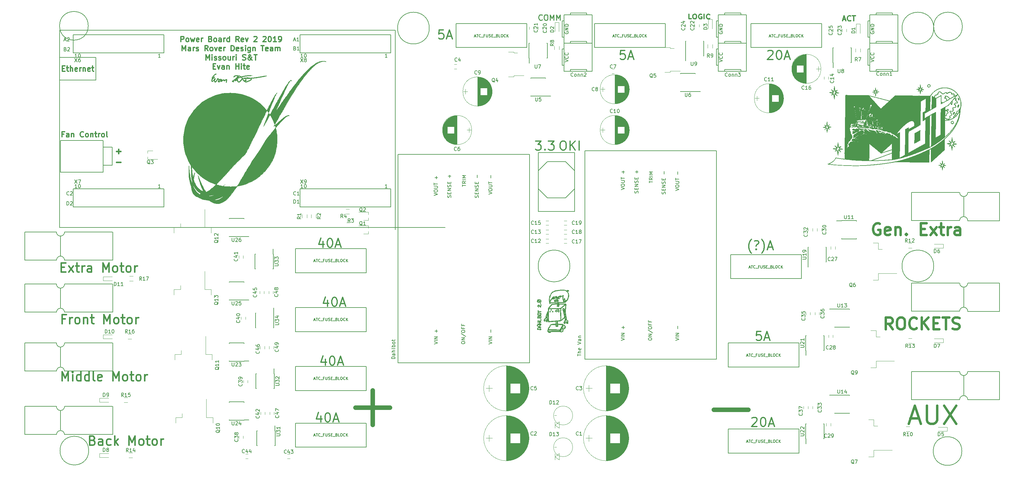
<source format=gbr>
G04 #@! TF.GenerationSoftware,KiCad,Pcbnew,(5.0.2)-1*
G04 #@! TF.CreationDate,2019-03-05T00:25:16-06:00*
G04 #@! TF.ProjectId,PowerBoard_Hardware,506f7765-7242-46f6-9172-645f48617264,rev?*
G04 #@! TF.SameCoordinates,Original*
G04 #@! TF.FileFunction,Legend,Top*
G04 #@! TF.FilePolarity,Positive*
%FSLAX46Y46*%
G04 Gerber Fmt 4.6, Leading zero omitted, Abs format (unit mm)*
G04 Created by KiCad (PCBNEW (5.0.2)-1) date 3/5/2019 12:25:16 AM*
%MOMM*%
%LPD*%
G01*
G04 APERTURE LIST*
%ADD10C,0.381000*%
%ADD11C,0.300000*%
%ADD12C,1.270000*%
%ADD13C,0.200000*%
%ADD14C,0.635000*%
%ADD15C,0.254000*%
%ADD16C,0.150000*%
%ADD17C,0.120000*%
%ADD18C,0.010000*%
G04 APERTURE END LIST*
D10*
X55299428Y-54718857D02*
X56460571Y-54718857D01*
X55299428Y-51670857D02*
X56460571Y-51670857D01*
X55880000Y-52251428D02*
X55880000Y-51090285D01*
D11*
X233196190Y-126485952D02*
X233317142Y-126365000D01*
X233559047Y-126244047D01*
X234163809Y-126244047D01*
X234405714Y-126365000D01*
X234526666Y-126485952D01*
X234647619Y-126727857D01*
X234647619Y-126969761D01*
X234526666Y-127332619D01*
X233075238Y-128784047D01*
X234647619Y-128784047D01*
X236220000Y-126244047D02*
X236461904Y-126244047D01*
X236703809Y-126365000D01*
X236824761Y-126485952D01*
X236945714Y-126727857D01*
X237066666Y-127211666D01*
X237066666Y-127816428D01*
X236945714Y-128300238D01*
X236824761Y-128542142D01*
X236703809Y-128663095D01*
X236461904Y-128784047D01*
X236220000Y-128784047D01*
X235978095Y-128663095D01*
X235857142Y-128542142D01*
X235736190Y-128300238D01*
X235615238Y-127816428D01*
X235615238Y-127211666D01*
X235736190Y-126727857D01*
X235857142Y-126485952D01*
X235978095Y-126365000D01*
X236220000Y-126244047D01*
X238034285Y-128058333D02*
X239243809Y-128058333D01*
X237792380Y-128784047D02*
X238639047Y-126244047D01*
X239485714Y-128784047D01*
X114390714Y-93435714D02*
X114390714Y-95129047D01*
X113785952Y-92468095D02*
X113181190Y-94282380D01*
X114753571Y-94282380D01*
X116205000Y-92589047D02*
X116446904Y-92589047D01*
X116688809Y-92710000D01*
X116809761Y-92830952D01*
X116930714Y-93072857D01*
X117051666Y-93556666D01*
X117051666Y-94161428D01*
X116930714Y-94645238D01*
X116809761Y-94887142D01*
X116688809Y-95008095D01*
X116446904Y-95129047D01*
X116205000Y-95129047D01*
X115963095Y-95008095D01*
X115842142Y-94887142D01*
X115721190Y-94645238D01*
X115600238Y-94161428D01*
X115600238Y-93556666D01*
X115721190Y-93072857D01*
X115842142Y-92830952D01*
X115963095Y-92710000D01*
X116205000Y-92589047D01*
X118019285Y-94403333D02*
X119228809Y-94403333D01*
X117777380Y-95129047D02*
X118624047Y-92589047D01*
X119470714Y-95129047D01*
X113755714Y-109945714D02*
X113755714Y-111639047D01*
X113150952Y-108978095D02*
X112546190Y-110792380D01*
X114118571Y-110792380D01*
X115570000Y-109099047D02*
X115811904Y-109099047D01*
X116053809Y-109220000D01*
X116174761Y-109340952D01*
X116295714Y-109582857D01*
X116416666Y-110066666D01*
X116416666Y-110671428D01*
X116295714Y-111155238D01*
X116174761Y-111397142D01*
X116053809Y-111518095D01*
X115811904Y-111639047D01*
X115570000Y-111639047D01*
X115328095Y-111518095D01*
X115207142Y-111397142D01*
X115086190Y-111155238D01*
X114965238Y-110671428D01*
X114965238Y-110066666D01*
X115086190Y-109582857D01*
X115207142Y-109340952D01*
X115328095Y-109220000D01*
X115570000Y-109099047D01*
X117384285Y-110913333D02*
X118593809Y-110913333D01*
X117142380Y-111639047D02*
X117989047Y-109099047D01*
X118835714Y-111639047D01*
X112485714Y-125820714D02*
X112485714Y-127514047D01*
X111880952Y-124853095D02*
X111276190Y-126667380D01*
X112848571Y-126667380D01*
X114300000Y-124974047D02*
X114541904Y-124974047D01*
X114783809Y-125095000D01*
X114904761Y-125215952D01*
X115025714Y-125457857D01*
X115146666Y-125941666D01*
X115146666Y-126546428D01*
X115025714Y-127030238D01*
X114904761Y-127272142D01*
X114783809Y-127393095D01*
X114541904Y-127514047D01*
X114300000Y-127514047D01*
X114058095Y-127393095D01*
X113937142Y-127272142D01*
X113816190Y-127030238D01*
X113695238Y-126546428D01*
X113695238Y-125941666D01*
X113816190Y-125457857D01*
X113937142Y-125215952D01*
X114058095Y-125095000D01*
X114300000Y-124974047D01*
X116114285Y-126788333D02*
X117323809Y-126788333D01*
X115872380Y-127514047D02*
X116719047Y-124974047D01*
X117565714Y-127514047D01*
X235736190Y-102114047D02*
X234526666Y-102114047D01*
X234405714Y-103323571D01*
X234526666Y-103202619D01*
X234768571Y-103081666D01*
X235373333Y-103081666D01*
X235615238Y-103202619D01*
X235736190Y-103323571D01*
X235857142Y-103565476D01*
X235857142Y-104170238D01*
X235736190Y-104412142D01*
X235615238Y-104533095D01*
X235373333Y-104654047D01*
X234768571Y-104654047D01*
X234526666Y-104533095D01*
X234405714Y-104412142D01*
X236824761Y-103928333D02*
X238034285Y-103928333D01*
X236582857Y-104654047D02*
X237429523Y-102114047D01*
X238276190Y-104654047D01*
X113120714Y-76925714D02*
X113120714Y-78619047D01*
X112515952Y-75958095D02*
X111911190Y-77772380D01*
X113483571Y-77772380D01*
X114935000Y-76079047D02*
X115176904Y-76079047D01*
X115418809Y-76200000D01*
X115539761Y-76320952D01*
X115660714Y-76562857D01*
X115781666Y-77046666D01*
X115781666Y-77651428D01*
X115660714Y-78135238D01*
X115539761Y-78377142D01*
X115418809Y-78498095D01*
X115176904Y-78619047D01*
X114935000Y-78619047D01*
X114693095Y-78498095D01*
X114572142Y-78377142D01*
X114451190Y-78135238D01*
X114330238Y-77651428D01*
X114330238Y-77046666D01*
X114451190Y-76562857D01*
X114572142Y-76320952D01*
X114693095Y-76200000D01*
X114935000Y-76079047D01*
X116749285Y-77893333D02*
X117958809Y-77893333D01*
X116507380Y-78619047D02*
X117354047Y-76079047D01*
X118200714Y-78619047D01*
X233045000Y-80221666D02*
X232924047Y-80100714D01*
X232682142Y-79737857D01*
X232561190Y-79495952D01*
X232440238Y-79133095D01*
X232319285Y-78528333D01*
X232319285Y-78044523D01*
X232440238Y-77439761D01*
X232561190Y-77076904D01*
X232682142Y-76835000D01*
X232924047Y-76472142D01*
X233045000Y-76351190D01*
X234375476Y-79012142D02*
X234496428Y-79133095D01*
X234375476Y-79254047D01*
X234254523Y-79133095D01*
X234375476Y-79012142D01*
X234375476Y-79254047D01*
X233891666Y-76835000D02*
X234133571Y-76714047D01*
X234738333Y-76714047D01*
X234980238Y-76835000D01*
X235101190Y-77076904D01*
X235101190Y-77318809D01*
X234980238Y-77560714D01*
X234859285Y-77681666D01*
X234617380Y-77802619D01*
X234496428Y-77923571D01*
X234375476Y-78165476D01*
X234375476Y-78286428D01*
X235947857Y-80221666D02*
X236068809Y-80100714D01*
X236310714Y-79737857D01*
X236431666Y-79495952D01*
X236552619Y-79133095D01*
X236673571Y-78528333D01*
X236673571Y-78044523D01*
X236552619Y-77439761D01*
X236431666Y-77076904D01*
X236310714Y-76835000D01*
X236068809Y-76472142D01*
X235947857Y-76351190D01*
X237762142Y-78528333D02*
X238971666Y-78528333D01*
X237520238Y-79254047D02*
X238366904Y-76714047D01*
X239213571Y-79254047D01*
X237641190Y-23615952D02*
X237762142Y-23495000D01*
X238004047Y-23374047D01*
X238608809Y-23374047D01*
X238850714Y-23495000D01*
X238971666Y-23615952D01*
X239092619Y-23857857D01*
X239092619Y-24099761D01*
X238971666Y-24462619D01*
X237520238Y-25914047D01*
X239092619Y-25914047D01*
X240665000Y-23374047D02*
X240906904Y-23374047D01*
X241148809Y-23495000D01*
X241269761Y-23615952D01*
X241390714Y-23857857D01*
X241511666Y-24341666D01*
X241511666Y-24946428D01*
X241390714Y-25430238D01*
X241269761Y-25672142D01*
X241148809Y-25793095D01*
X240906904Y-25914047D01*
X240665000Y-25914047D01*
X240423095Y-25793095D01*
X240302142Y-25672142D01*
X240181190Y-25430238D01*
X240060238Y-24946428D01*
X240060238Y-24341666D01*
X240181190Y-23857857D01*
X240302142Y-23615952D01*
X240423095Y-23495000D01*
X240665000Y-23374047D01*
X242479285Y-25188333D02*
X243688809Y-25188333D01*
X242237380Y-25914047D02*
X243084047Y-23374047D01*
X243930714Y-25914047D01*
X197636190Y-23374047D02*
X196426666Y-23374047D01*
X196305714Y-24583571D01*
X196426666Y-24462619D01*
X196668571Y-24341666D01*
X197273333Y-24341666D01*
X197515238Y-24462619D01*
X197636190Y-24583571D01*
X197757142Y-24825476D01*
X197757142Y-25430238D01*
X197636190Y-25672142D01*
X197515238Y-25793095D01*
X197273333Y-25914047D01*
X196668571Y-25914047D01*
X196426666Y-25793095D01*
X196305714Y-25672142D01*
X198724761Y-25188333D02*
X199934285Y-25188333D01*
X198482857Y-25914047D02*
X199329523Y-23374047D01*
X200176190Y-25914047D01*
X146836190Y-17659047D02*
X145626666Y-17659047D01*
X145505714Y-18868571D01*
X145626666Y-18747619D01*
X145868571Y-18626666D01*
X146473333Y-18626666D01*
X146715238Y-18747619D01*
X146836190Y-18868571D01*
X146957142Y-19110476D01*
X146957142Y-19715238D01*
X146836190Y-19957142D01*
X146715238Y-20078095D01*
X146473333Y-20199047D01*
X145868571Y-20199047D01*
X145626666Y-20078095D01*
X145505714Y-19957142D01*
X147924761Y-19473333D02*
X149134285Y-19473333D01*
X147682857Y-20199047D02*
X148529523Y-17659047D01*
X149376190Y-20199047D01*
X172599047Y-48774047D02*
X174171428Y-48774047D01*
X173324761Y-49741666D01*
X173687619Y-49741666D01*
X173929523Y-49862619D01*
X174050476Y-49983571D01*
X174171428Y-50225476D01*
X174171428Y-50830238D01*
X174050476Y-51072142D01*
X173929523Y-51193095D01*
X173687619Y-51314047D01*
X172961904Y-51314047D01*
X172720000Y-51193095D01*
X172599047Y-51072142D01*
X175260000Y-51072142D02*
X175380952Y-51193095D01*
X175260000Y-51314047D01*
X175139047Y-51193095D01*
X175260000Y-51072142D01*
X175260000Y-51314047D01*
X176227619Y-48774047D02*
X177800000Y-48774047D01*
X176953333Y-49741666D01*
X177316190Y-49741666D01*
X177558095Y-49862619D01*
X177679047Y-49983571D01*
X177800000Y-50225476D01*
X177800000Y-50830238D01*
X177679047Y-51072142D01*
X177558095Y-51193095D01*
X177316190Y-51314047D01*
X176590476Y-51314047D01*
X176348571Y-51193095D01*
X176227619Y-51072142D01*
D12*
X222491904Y-124097142D02*
X232168095Y-124097142D01*
X122161904Y-123462142D02*
X131838095Y-123462142D01*
X127000000Y-128300238D02*
X127000000Y-118624047D01*
D11*
X73340285Y-20983571D02*
X73340285Y-19483571D01*
X73911714Y-19483571D01*
X74054571Y-19555000D01*
X74126000Y-19626428D01*
X74197428Y-19769285D01*
X74197428Y-19983571D01*
X74126000Y-20126428D01*
X74054571Y-20197857D01*
X73911714Y-20269285D01*
X73340285Y-20269285D01*
X75054571Y-20983571D02*
X74911714Y-20912142D01*
X74840285Y-20840714D01*
X74768857Y-20697857D01*
X74768857Y-20269285D01*
X74840285Y-20126428D01*
X74911714Y-20055000D01*
X75054571Y-19983571D01*
X75268857Y-19983571D01*
X75411714Y-20055000D01*
X75483142Y-20126428D01*
X75554571Y-20269285D01*
X75554571Y-20697857D01*
X75483142Y-20840714D01*
X75411714Y-20912142D01*
X75268857Y-20983571D01*
X75054571Y-20983571D01*
X76054571Y-19983571D02*
X76340285Y-20983571D01*
X76626000Y-20269285D01*
X76911714Y-20983571D01*
X77197428Y-19983571D01*
X78340285Y-20912142D02*
X78197428Y-20983571D01*
X77911714Y-20983571D01*
X77768857Y-20912142D01*
X77697428Y-20769285D01*
X77697428Y-20197857D01*
X77768857Y-20055000D01*
X77911714Y-19983571D01*
X78197428Y-19983571D01*
X78340285Y-20055000D01*
X78411714Y-20197857D01*
X78411714Y-20340714D01*
X77697428Y-20483571D01*
X79054571Y-20983571D02*
X79054571Y-19983571D01*
X79054571Y-20269285D02*
X79126000Y-20126428D01*
X79197428Y-20055000D01*
X79340285Y-19983571D01*
X79483142Y-19983571D01*
X81626000Y-20197857D02*
X81840285Y-20269285D01*
X81911714Y-20340714D01*
X81983142Y-20483571D01*
X81983142Y-20697857D01*
X81911714Y-20840714D01*
X81840285Y-20912142D01*
X81697428Y-20983571D01*
X81126000Y-20983571D01*
X81126000Y-19483571D01*
X81626000Y-19483571D01*
X81768857Y-19555000D01*
X81840285Y-19626428D01*
X81911714Y-19769285D01*
X81911714Y-19912142D01*
X81840285Y-20055000D01*
X81768857Y-20126428D01*
X81626000Y-20197857D01*
X81126000Y-20197857D01*
X82840285Y-20983571D02*
X82697428Y-20912142D01*
X82625999Y-20840714D01*
X82554571Y-20697857D01*
X82554571Y-20269285D01*
X82625999Y-20126428D01*
X82697428Y-20055000D01*
X82840285Y-19983571D01*
X83054571Y-19983571D01*
X83197428Y-20055000D01*
X83268857Y-20126428D01*
X83340285Y-20269285D01*
X83340285Y-20697857D01*
X83268857Y-20840714D01*
X83197428Y-20912142D01*
X83054571Y-20983571D01*
X82840285Y-20983571D01*
X84625999Y-20983571D02*
X84625999Y-20197857D01*
X84554571Y-20055000D01*
X84411714Y-19983571D01*
X84125999Y-19983571D01*
X83983142Y-20055000D01*
X84625999Y-20912142D02*
X84483142Y-20983571D01*
X84125999Y-20983571D01*
X83983142Y-20912142D01*
X83911714Y-20769285D01*
X83911714Y-20626428D01*
X83983142Y-20483571D01*
X84125999Y-20412142D01*
X84483142Y-20412142D01*
X84625999Y-20340714D01*
X85340285Y-20983571D02*
X85340285Y-19983571D01*
X85340285Y-20269285D02*
X85411714Y-20126428D01*
X85483142Y-20055000D01*
X85625999Y-19983571D01*
X85768857Y-19983571D01*
X86911714Y-20983571D02*
X86911714Y-19483571D01*
X86911714Y-20912142D02*
X86768857Y-20983571D01*
X86483142Y-20983571D01*
X86340285Y-20912142D01*
X86268857Y-20840714D01*
X86197428Y-20697857D01*
X86197428Y-20269285D01*
X86268857Y-20126428D01*
X86340285Y-20055000D01*
X86483142Y-19983571D01*
X86768857Y-19983571D01*
X86911714Y-20055000D01*
X89625999Y-20983571D02*
X89125999Y-20269285D01*
X88768857Y-20983571D02*
X88768857Y-19483571D01*
X89340285Y-19483571D01*
X89483142Y-19555000D01*
X89554571Y-19626428D01*
X89625999Y-19769285D01*
X89625999Y-19983571D01*
X89554571Y-20126428D01*
X89483142Y-20197857D01*
X89340285Y-20269285D01*
X88768857Y-20269285D01*
X90840285Y-20912142D02*
X90697428Y-20983571D01*
X90411714Y-20983571D01*
X90268857Y-20912142D01*
X90197428Y-20769285D01*
X90197428Y-20197857D01*
X90268857Y-20055000D01*
X90411714Y-19983571D01*
X90697428Y-19983571D01*
X90840285Y-20055000D01*
X90911714Y-20197857D01*
X90911714Y-20340714D01*
X90197428Y-20483571D01*
X91411714Y-19983571D02*
X91768857Y-20983571D01*
X92126000Y-19983571D01*
X93768857Y-19626428D02*
X93840285Y-19555000D01*
X93983142Y-19483571D01*
X94340285Y-19483571D01*
X94483142Y-19555000D01*
X94554571Y-19626428D01*
X94625999Y-19769285D01*
X94625999Y-19912142D01*
X94554571Y-20126428D01*
X93697428Y-20983571D01*
X94625999Y-20983571D01*
X96340285Y-19626428D02*
X96411714Y-19555000D01*
X96554571Y-19483571D01*
X96911714Y-19483571D01*
X97054571Y-19555000D01*
X97125999Y-19626428D01*
X97197428Y-19769285D01*
X97197428Y-19912142D01*
X97125999Y-20126428D01*
X96268857Y-20983571D01*
X97197428Y-20983571D01*
X98125999Y-19483571D02*
X98268857Y-19483571D01*
X98411714Y-19555000D01*
X98483142Y-19626428D01*
X98554571Y-19769285D01*
X98625999Y-20055000D01*
X98625999Y-20412142D01*
X98554571Y-20697857D01*
X98483142Y-20840714D01*
X98411714Y-20912142D01*
X98268857Y-20983571D01*
X98125999Y-20983571D01*
X97983142Y-20912142D01*
X97911714Y-20840714D01*
X97840285Y-20697857D01*
X97768857Y-20412142D01*
X97768857Y-20055000D01*
X97840285Y-19769285D01*
X97911714Y-19626428D01*
X97983142Y-19555000D01*
X98125999Y-19483571D01*
X100054571Y-20983571D02*
X99197428Y-20983571D01*
X99625999Y-20983571D02*
X99625999Y-19483571D01*
X99483142Y-19697857D01*
X99340285Y-19840714D01*
X99197428Y-19912142D01*
X100768857Y-20983571D02*
X101054571Y-20983571D01*
X101197428Y-20912142D01*
X101268857Y-20840714D01*
X101411714Y-20626428D01*
X101483142Y-20340714D01*
X101483142Y-19769285D01*
X101411714Y-19626428D01*
X101340285Y-19555000D01*
X101197428Y-19483571D01*
X100911714Y-19483571D01*
X100768857Y-19555000D01*
X100697428Y-19626428D01*
X100626000Y-19769285D01*
X100626000Y-20126428D01*
X100697428Y-20269285D01*
X100768857Y-20340714D01*
X100911714Y-20412142D01*
X101197428Y-20412142D01*
X101340285Y-20340714D01*
X101411714Y-20269285D01*
X101483142Y-20126428D01*
X73697428Y-23533571D02*
X73697428Y-22033571D01*
X74197428Y-23105000D01*
X74697428Y-22033571D01*
X74697428Y-23533571D01*
X76054571Y-23533571D02*
X76054571Y-22747857D01*
X75983142Y-22605000D01*
X75840285Y-22533571D01*
X75554571Y-22533571D01*
X75411714Y-22605000D01*
X76054571Y-23462142D02*
X75911714Y-23533571D01*
X75554571Y-23533571D01*
X75411714Y-23462142D01*
X75340285Y-23319285D01*
X75340285Y-23176428D01*
X75411714Y-23033571D01*
X75554571Y-22962142D01*
X75911714Y-22962142D01*
X76054571Y-22890714D01*
X76768857Y-23533571D02*
X76768857Y-22533571D01*
X76768857Y-22819285D02*
X76840285Y-22676428D01*
X76911714Y-22605000D01*
X77054571Y-22533571D01*
X77197428Y-22533571D01*
X77626000Y-23462142D02*
X77768857Y-23533571D01*
X78054571Y-23533571D01*
X78197428Y-23462142D01*
X78268857Y-23319285D01*
X78268857Y-23247857D01*
X78197428Y-23105000D01*
X78054571Y-23033571D01*
X77840285Y-23033571D01*
X77697428Y-22962142D01*
X77626000Y-22819285D01*
X77626000Y-22747857D01*
X77697428Y-22605000D01*
X77840285Y-22533571D01*
X78054571Y-22533571D01*
X78197428Y-22605000D01*
X80911714Y-23533571D02*
X80411714Y-22819285D01*
X80054571Y-23533571D02*
X80054571Y-22033571D01*
X80626000Y-22033571D01*
X80768857Y-22105000D01*
X80840285Y-22176428D01*
X80911714Y-22319285D01*
X80911714Y-22533571D01*
X80840285Y-22676428D01*
X80768857Y-22747857D01*
X80626000Y-22819285D01*
X80054571Y-22819285D01*
X81768857Y-23533571D02*
X81626000Y-23462142D01*
X81554571Y-23390714D01*
X81483142Y-23247857D01*
X81483142Y-22819285D01*
X81554571Y-22676428D01*
X81626000Y-22605000D01*
X81768857Y-22533571D01*
X81983142Y-22533571D01*
X82126000Y-22605000D01*
X82197428Y-22676428D01*
X82268857Y-22819285D01*
X82268857Y-23247857D01*
X82197428Y-23390714D01*
X82126000Y-23462142D01*
X81983142Y-23533571D01*
X81768857Y-23533571D01*
X82768857Y-22533571D02*
X83126000Y-23533571D01*
X83483142Y-22533571D01*
X84626000Y-23462142D02*
X84483142Y-23533571D01*
X84197428Y-23533571D01*
X84054571Y-23462142D01*
X83983142Y-23319285D01*
X83983142Y-22747857D01*
X84054571Y-22605000D01*
X84197428Y-22533571D01*
X84483142Y-22533571D01*
X84626000Y-22605000D01*
X84697428Y-22747857D01*
X84697428Y-22890714D01*
X83983142Y-23033571D01*
X85340285Y-23533571D02*
X85340285Y-22533571D01*
X85340285Y-22819285D02*
X85411714Y-22676428D01*
X85483142Y-22605000D01*
X85626000Y-22533571D01*
X85768857Y-22533571D01*
X87411714Y-23533571D02*
X87411714Y-22033571D01*
X87768857Y-22033571D01*
X87983142Y-22105000D01*
X88126000Y-22247857D01*
X88197428Y-22390714D01*
X88268857Y-22676428D01*
X88268857Y-22890714D01*
X88197428Y-23176428D01*
X88126000Y-23319285D01*
X87983142Y-23462142D01*
X87768857Y-23533571D01*
X87411714Y-23533571D01*
X89483142Y-23462142D02*
X89340285Y-23533571D01*
X89054571Y-23533571D01*
X88911714Y-23462142D01*
X88840285Y-23319285D01*
X88840285Y-22747857D01*
X88911714Y-22605000D01*
X89054571Y-22533571D01*
X89340285Y-22533571D01*
X89483142Y-22605000D01*
X89554571Y-22747857D01*
X89554571Y-22890714D01*
X88840285Y-23033571D01*
X90126000Y-23462142D02*
X90268857Y-23533571D01*
X90554571Y-23533571D01*
X90697428Y-23462142D01*
X90768857Y-23319285D01*
X90768857Y-23247857D01*
X90697428Y-23105000D01*
X90554571Y-23033571D01*
X90340285Y-23033571D01*
X90197428Y-22962142D01*
X90126000Y-22819285D01*
X90126000Y-22747857D01*
X90197428Y-22605000D01*
X90340285Y-22533571D01*
X90554571Y-22533571D01*
X90697428Y-22605000D01*
X91411714Y-23533571D02*
X91411714Y-22533571D01*
X91411714Y-22033571D02*
X91340285Y-22105000D01*
X91411714Y-22176428D01*
X91483142Y-22105000D01*
X91411714Y-22033571D01*
X91411714Y-22176428D01*
X92768857Y-22533571D02*
X92768857Y-23747857D01*
X92697428Y-23890714D01*
X92626000Y-23962142D01*
X92483142Y-24033571D01*
X92268857Y-24033571D01*
X92126000Y-23962142D01*
X92768857Y-23462142D02*
X92626000Y-23533571D01*
X92340285Y-23533571D01*
X92197428Y-23462142D01*
X92126000Y-23390714D01*
X92054571Y-23247857D01*
X92054571Y-22819285D01*
X92126000Y-22676428D01*
X92197428Y-22605000D01*
X92340285Y-22533571D01*
X92626000Y-22533571D01*
X92768857Y-22605000D01*
X93483142Y-22533571D02*
X93483142Y-23533571D01*
X93483142Y-22676428D02*
X93554571Y-22605000D01*
X93697428Y-22533571D01*
X93911714Y-22533571D01*
X94054571Y-22605000D01*
X94126000Y-22747857D01*
X94126000Y-23533571D01*
X95768857Y-22033571D02*
X96626000Y-22033571D01*
X96197428Y-23533571D02*
X96197428Y-22033571D01*
X97697428Y-23462142D02*
X97554571Y-23533571D01*
X97268857Y-23533571D01*
X97126000Y-23462142D01*
X97054571Y-23319285D01*
X97054571Y-22747857D01*
X97126000Y-22605000D01*
X97268857Y-22533571D01*
X97554571Y-22533571D01*
X97697428Y-22605000D01*
X97768857Y-22747857D01*
X97768857Y-22890714D01*
X97054571Y-23033571D01*
X99054571Y-23533571D02*
X99054571Y-22747857D01*
X98983142Y-22605000D01*
X98840285Y-22533571D01*
X98554571Y-22533571D01*
X98411714Y-22605000D01*
X99054571Y-23462142D02*
X98911714Y-23533571D01*
X98554571Y-23533571D01*
X98411714Y-23462142D01*
X98340285Y-23319285D01*
X98340285Y-23176428D01*
X98411714Y-23033571D01*
X98554571Y-22962142D01*
X98911714Y-22962142D01*
X99054571Y-22890714D01*
X99768857Y-23533571D02*
X99768857Y-22533571D01*
X99768857Y-22676428D02*
X99840285Y-22605000D01*
X99983142Y-22533571D01*
X100197428Y-22533571D01*
X100340285Y-22605000D01*
X100411714Y-22747857D01*
X100411714Y-23533571D01*
X100411714Y-22747857D02*
X100483142Y-22605000D01*
X100626000Y-22533571D01*
X100840285Y-22533571D01*
X100983142Y-22605000D01*
X101054571Y-22747857D01*
X101054571Y-23533571D01*
X80340285Y-26083571D02*
X80340285Y-24583571D01*
X80840285Y-25655000D01*
X81340285Y-24583571D01*
X81340285Y-26083571D01*
X82054571Y-26083571D02*
X82054571Y-25083571D01*
X82054571Y-24583571D02*
X81983142Y-24655000D01*
X82054571Y-24726428D01*
X82126000Y-24655000D01*
X82054571Y-24583571D01*
X82054571Y-24726428D01*
X82697428Y-26012142D02*
X82840285Y-26083571D01*
X83126000Y-26083571D01*
X83268857Y-26012142D01*
X83340285Y-25869285D01*
X83340285Y-25797857D01*
X83268857Y-25655000D01*
X83126000Y-25583571D01*
X82911714Y-25583571D01*
X82768857Y-25512142D01*
X82697428Y-25369285D01*
X82697428Y-25297857D01*
X82768857Y-25155000D01*
X82911714Y-25083571D01*
X83126000Y-25083571D01*
X83268857Y-25155000D01*
X83911714Y-26012142D02*
X84054571Y-26083571D01*
X84340285Y-26083571D01*
X84483142Y-26012142D01*
X84554571Y-25869285D01*
X84554571Y-25797857D01*
X84483142Y-25655000D01*
X84340285Y-25583571D01*
X84126000Y-25583571D01*
X83983142Y-25512142D01*
X83911714Y-25369285D01*
X83911714Y-25297857D01*
X83983142Y-25155000D01*
X84126000Y-25083571D01*
X84340285Y-25083571D01*
X84483142Y-25155000D01*
X85411714Y-26083571D02*
X85268857Y-26012142D01*
X85197428Y-25940714D01*
X85126000Y-25797857D01*
X85126000Y-25369285D01*
X85197428Y-25226428D01*
X85268857Y-25155000D01*
X85411714Y-25083571D01*
X85626000Y-25083571D01*
X85768857Y-25155000D01*
X85840285Y-25226428D01*
X85911714Y-25369285D01*
X85911714Y-25797857D01*
X85840285Y-25940714D01*
X85768857Y-26012142D01*
X85626000Y-26083571D01*
X85411714Y-26083571D01*
X87197428Y-25083571D02*
X87197428Y-26083571D01*
X86554571Y-25083571D02*
X86554571Y-25869285D01*
X86626000Y-26012142D01*
X86768857Y-26083571D01*
X86983142Y-26083571D01*
X87126000Y-26012142D01*
X87197428Y-25940714D01*
X87911714Y-26083571D02*
X87911714Y-25083571D01*
X87911714Y-25369285D02*
X87983142Y-25226428D01*
X88054571Y-25155000D01*
X88197428Y-25083571D01*
X88340285Y-25083571D01*
X88840285Y-26083571D02*
X88840285Y-25083571D01*
X88840285Y-24583571D02*
X88768857Y-24655000D01*
X88840285Y-24726428D01*
X88911714Y-24655000D01*
X88840285Y-24583571D01*
X88840285Y-24726428D01*
X90626000Y-26012142D02*
X90840285Y-26083571D01*
X91197428Y-26083571D01*
X91340285Y-26012142D01*
X91411714Y-25940714D01*
X91483142Y-25797857D01*
X91483142Y-25655000D01*
X91411714Y-25512142D01*
X91340285Y-25440714D01*
X91197428Y-25369285D01*
X90911714Y-25297857D01*
X90768857Y-25226428D01*
X90697428Y-25155000D01*
X90626000Y-25012142D01*
X90626000Y-24869285D01*
X90697428Y-24726428D01*
X90768857Y-24655000D01*
X90911714Y-24583571D01*
X91268857Y-24583571D01*
X91483142Y-24655000D01*
X93340285Y-26083571D02*
X93268857Y-26083571D01*
X93126000Y-26012142D01*
X92911714Y-25797857D01*
X92554571Y-25369285D01*
X92411714Y-25155000D01*
X92340285Y-24940714D01*
X92340285Y-24797857D01*
X92411714Y-24655000D01*
X92554571Y-24583571D01*
X92626000Y-24583571D01*
X92768857Y-24655000D01*
X92840285Y-24797857D01*
X92840285Y-24869285D01*
X92768857Y-25012142D01*
X92697428Y-25083571D01*
X92268857Y-25369285D01*
X92197428Y-25440714D01*
X92126000Y-25583571D01*
X92126000Y-25797857D01*
X92197428Y-25940714D01*
X92268857Y-26012142D01*
X92411714Y-26083571D01*
X92626000Y-26083571D01*
X92768857Y-26012142D01*
X92840285Y-25940714D01*
X93054571Y-25655000D01*
X93126000Y-25440714D01*
X93126000Y-25297857D01*
X93768857Y-24583571D02*
X94626000Y-24583571D01*
X94197428Y-26083571D02*
X94197428Y-24583571D01*
X82340285Y-27847857D02*
X82840285Y-27847857D01*
X83054571Y-28633571D02*
X82340285Y-28633571D01*
X82340285Y-27133571D01*
X83054571Y-27133571D01*
X83554571Y-27633571D02*
X83911714Y-28633571D01*
X84268857Y-27633571D01*
X85483142Y-28633571D02*
X85483142Y-27847857D01*
X85411714Y-27705000D01*
X85268857Y-27633571D01*
X84983142Y-27633571D01*
X84840285Y-27705000D01*
X85483142Y-28562142D02*
X85340285Y-28633571D01*
X84983142Y-28633571D01*
X84840285Y-28562142D01*
X84768857Y-28419285D01*
X84768857Y-28276428D01*
X84840285Y-28133571D01*
X84983142Y-28062142D01*
X85340285Y-28062142D01*
X85483142Y-27990714D01*
X86197428Y-27633571D02*
X86197428Y-28633571D01*
X86197428Y-27776428D02*
X86268857Y-27705000D01*
X86411714Y-27633571D01*
X86626000Y-27633571D01*
X86768857Y-27705000D01*
X86840285Y-27847857D01*
X86840285Y-28633571D01*
X88697428Y-28633571D02*
X88697428Y-27133571D01*
X88697428Y-27847857D02*
X89554571Y-27847857D01*
X89554571Y-28633571D02*
X89554571Y-27133571D01*
X90268857Y-28633571D02*
X90268857Y-27633571D01*
X90268857Y-27133571D02*
X90197428Y-27205000D01*
X90268857Y-27276428D01*
X90340285Y-27205000D01*
X90268857Y-27133571D01*
X90268857Y-27276428D01*
X90768857Y-27633571D02*
X91340285Y-27633571D01*
X90983142Y-27133571D02*
X90983142Y-28419285D01*
X91054571Y-28562142D01*
X91197428Y-28633571D01*
X91340285Y-28633571D01*
X92411714Y-28562142D02*
X92268857Y-28633571D01*
X91983142Y-28633571D01*
X91840285Y-28562142D01*
X91768857Y-28419285D01*
X91768857Y-27847857D01*
X91840285Y-27705000D01*
X91983142Y-27633571D01*
X92268857Y-27633571D01*
X92411714Y-27705000D01*
X92483142Y-27847857D01*
X92483142Y-27990714D01*
X91768857Y-28133571D01*
X40164285Y-28467857D02*
X40664285Y-28467857D01*
X40878571Y-29253571D02*
X40164285Y-29253571D01*
X40164285Y-27753571D01*
X40878571Y-27753571D01*
X41307142Y-28253571D02*
X41878571Y-28253571D01*
X41521428Y-27753571D02*
X41521428Y-29039285D01*
X41592857Y-29182142D01*
X41735714Y-29253571D01*
X41878571Y-29253571D01*
X42378571Y-29253571D02*
X42378571Y-27753571D01*
X43021428Y-29253571D02*
X43021428Y-28467857D01*
X42950000Y-28325000D01*
X42807142Y-28253571D01*
X42592857Y-28253571D01*
X42450000Y-28325000D01*
X42378571Y-28396428D01*
X44307142Y-29182142D02*
X44164285Y-29253571D01*
X43878571Y-29253571D01*
X43735714Y-29182142D01*
X43664285Y-29039285D01*
X43664285Y-28467857D01*
X43735714Y-28325000D01*
X43878571Y-28253571D01*
X44164285Y-28253571D01*
X44307142Y-28325000D01*
X44378571Y-28467857D01*
X44378571Y-28610714D01*
X43664285Y-28753571D01*
X45021428Y-29253571D02*
X45021428Y-28253571D01*
X45021428Y-28539285D02*
X45092857Y-28396428D01*
X45164285Y-28325000D01*
X45307142Y-28253571D01*
X45450000Y-28253571D01*
X45950000Y-28253571D02*
X45950000Y-29253571D01*
X45950000Y-28396428D02*
X46021428Y-28325000D01*
X46164285Y-28253571D01*
X46378571Y-28253571D01*
X46521428Y-28325000D01*
X46592857Y-28467857D01*
X46592857Y-29253571D01*
X47878571Y-29182142D02*
X47735714Y-29253571D01*
X47450000Y-29253571D01*
X47307142Y-29182142D01*
X47235714Y-29039285D01*
X47235714Y-28467857D01*
X47307142Y-28325000D01*
X47450000Y-28253571D01*
X47735714Y-28253571D01*
X47878571Y-28325000D01*
X47950000Y-28467857D01*
X47950000Y-28610714D01*
X47235714Y-28753571D01*
X48378571Y-28253571D02*
X48950000Y-28253571D01*
X48592857Y-27753571D02*
X48592857Y-29039285D01*
X48664285Y-29182142D01*
X48807142Y-29253571D01*
X48950000Y-29253571D01*
D13*
X49530000Y-25400000D02*
X39370000Y-25400000D01*
X49530000Y-31750000D02*
X49530000Y-25400000D01*
X39370000Y-31750000D02*
X49530000Y-31750000D01*
D14*
X277555476Y-126576666D02*
X279974523Y-126576666D01*
X277071666Y-128028095D02*
X278765000Y-122948095D01*
X280458333Y-128028095D01*
X282151666Y-122948095D02*
X282151666Y-127060476D01*
X282393571Y-127544285D01*
X282635476Y-127786190D01*
X283119285Y-128028095D01*
X284086904Y-128028095D01*
X284570714Y-127786190D01*
X284812619Y-127544285D01*
X285054523Y-127060476D01*
X285054523Y-122948095D01*
X286989761Y-122948095D02*
X290376428Y-128028095D01*
X290376428Y-122948095D02*
X286989761Y-128028095D01*
X269022285Y-72009000D02*
X268707809Y-71851761D01*
X268236095Y-71851761D01*
X267764380Y-72009000D01*
X267449904Y-72323476D01*
X267292666Y-72637952D01*
X267135428Y-73266904D01*
X267135428Y-73738619D01*
X267292666Y-74367571D01*
X267449904Y-74682047D01*
X267764380Y-74996523D01*
X268236095Y-75153761D01*
X268550571Y-75153761D01*
X269022285Y-74996523D01*
X269179523Y-74839285D01*
X269179523Y-73738619D01*
X268550571Y-73738619D01*
X271852571Y-74996523D02*
X271538095Y-75153761D01*
X270909142Y-75153761D01*
X270594666Y-74996523D01*
X270437428Y-74682047D01*
X270437428Y-73424142D01*
X270594666Y-73109666D01*
X270909142Y-72952428D01*
X271538095Y-72952428D01*
X271852571Y-73109666D01*
X272009809Y-73424142D01*
X272009809Y-73738619D01*
X270437428Y-74053095D01*
X273424952Y-72952428D02*
X273424952Y-75153761D01*
X273424952Y-73266904D02*
X273582190Y-73109666D01*
X273896666Y-72952428D01*
X274368380Y-72952428D01*
X274682857Y-73109666D01*
X274840095Y-73424142D01*
X274840095Y-75153761D01*
X276412476Y-74839285D02*
X276569714Y-74996523D01*
X276412476Y-75153761D01*
X276255238Y-74996523D01*
X276412476Y-74839285D01*
X276412476Y-75153761D01*
X280500666Y-73424142D02*
X281601333Y-73424142D01*
X282073047Y-75153761D02*
X280500666Y-75153761D01*
X280500666Y-71851761D01*
X282073047Y-71851761D01*
X283173714Y-75153761D02*
X284903333Y-72952428D01*
X283173714Y-72952428D02*
X284903333Y-75153761D01*
X285689523Y-72952428D02*
X286947428Y-72952428D01*
X286161238Y-71851761D02*
X286161238Y-74682047D01*
X286318476Y-74996523D01*
X286632952Y-75153761D01*
X286947428Y-75153761D01*
X288048095Y-75153761D02*
X288048095Y-72952428D01*
X288048095Y-73581380D02*
X288205333Y-73266904D01*
X288362571Y-73109666D01*
X288677047Y-72952428D01*
X288991523Y-72952428D01*
X291507333Y-75153761D02*
X291507333Y-73424142D01*
X291350095Y-73109666D01*
X291035619Y-72952428D01*
X290406666Y-72952428D01*
X290092190Y-73109666D01*
X291507333Y-74996523D02*
X291192857Y-75153761D01*
X290406666Y-75153761D01*
X290092190Y-74996523D01*
X289934952Y-74682047D01*
X289934952Y-74367571D01*
X290092190Y-74053095D01*
X290406666Y-73895857D01*
X291192857Y-73895857D01*
X291507333Y-73738619D01*
X272590380Y-101569761D02*
X271489714Y-99997380D01*
X270703523Y-101569761D02*
X270703523Y-98267761D01*
X271961428Y-98267761D01*
X272275904Y-98425000D01*
X272433142Y-98582238D01*
X272590380Y-98896714D01*
X272590380Y-99368428D01*
X272433142Y-99682904D01*
X272275904Y-99840142D01*
X271961428Y-99997380D01*
X270703523Y-99997380D01*
X274634476Y-98267761D02*
X275263428Y-98267761D01*
X275577904Y-98425000D01*
X275892380Y-98739476D01*
X276049619Y-99368428D01*
X276049619Y-100469095D01*
X275892380Y-101098047D01*
X275577904Y-101412523D01*
X275263428Y-101569761D01*
X274634476Y-101569761D01*
X274320000Y-101412523D01*
X274005523Y-101098047D01*
X273848285Y-100469095D01*
X273848285Y-99368428D01*
X274005523Y-98739476D01*
X274320000Y-98425000D01*
X274634476Y-98267761D01*
X279351619Y-101255285D02*
X279194380Y-101412523D01*
X278722666Y-101569761D01*
X278408190Y-101569761D01*
X277936476Y-101412523D01*
X277622000Y-101098047D01*
X277464761Y-100783571D01*
X277307523Y-100154619D01*
X277307523Y-99682904D01*
X277464761Y-99053952D01*
X277622000Y-98739476D01*
X277936476Y-98425000D01*
X278408190Y-98267761D01*
X278722666Y-98267761D01*
X279194380Y-98425000D01*
X279351619Y-98582238D01*
X280766761Y-101569761D02*
X280766761Y-98267761D01*
X282653619Y-101569761D02*
X281238476Y-99682904D01*
X282653619Y-98267761D02*
X280766761Y-100154619D01*
X284068761Y-99840142D02*
X285169428Y-99840142D01*
X285641142Y-101569761D02*
X284068761Y-101569761D01*
X284068761Y-98267761D01*
X285641142Y-98267761D01*
X286584571Y-98267761D02*
X288471428Y-98267761D01*
X287528000Y-101569761D02*
X287528000Y-98267761D01*
X289414857Y-101412523D02*
X289886571Y-101569761D01*
X290672761Y-101569761D01*
X290987238Y-101412523D01*
X291144476Y-101255285D01*
X291301714Y-100940809D01*
X291301714Y-100626333D01*
X291144476Y-100311857D01*
X290987238Y-100154619D01*
X290672761Y-99997380D01*
X290043809Y-99840142D01*
X289729333Y-99682904D01*
X289572095Y-99525666D01*
X289414857Y-99211190D01*
X289414857Y-98896714D01*
X289572095Y-98582238D01*
X289729333Y-98425000D01*
X290043809Y-98267761D01*
X290830000Y-98267761D01*
X291301714Y-98425000D01*
D10*
X48598666Y-132660571D02*
X48961523Y-132781523D01*
X49082476Y-132902476D01*
X49203428Y-133144380D01*
X49203428Y-133507238D01*
X49082476Y-133749142D01*
X48961523Y-133870095D01*
X48719619Y-133991047D01*
X47752000Y-133991047D01*
X47752000Y-131451047D01*
X48598666Y-131451047D01*
X48840571Y-131572000D01*
X48961523Y-131692952D01*
X49082476Y-131934857D01*
X49082476Y-132176761D01*
X48961523Y-132418666D01*
X48840571Y-132539619D01*
X48598666Y-132660571D01*
X47752000Y-132660571D01*
X51380571Y-133991047D02*
X51380571Y-132660571D01*
X51259619Y-132418666D01*
X51017714Y-132297714D01*
X50533904Y-132297714D01*
X50292000Y-132418666D01*
X51380571Y-133870095D02*
X51138666Y-133991047D01*
X50533904Y-133991047D01*
X50292000Y-133870095D01*
X50171047Y-133628190D01*
X50171047Y-133386285D01*
X50292000Y-133144380D01*
X50533904Y-133023428D01*
X51138666Y-133023428D01*
X51380571Y-132902476D01*
X53678666Y-133870095D02*
X53436761Y-133991047D01*
X52952952Y-133991047D01*
X52711047Y-133870095D01*
X52590095Y-133749142D01*
X52469142Y-133507238D01*
X52469142Y-132781523D01*
X52590095Y-132539619D01*
X52711047Y-132418666D01*
X52952952Y-132297714D01*
X53436761Y-132297714D01*
X53678666Y-132418666D01*
X54767238Y-133991047D02*
X54767238Y-131451047D01*
X55009142Y-133023428D02*
X55734857Y-133991047D01*
X55734857Y-132297714D02*
X54767238Y-133265333D01*
X58758666Y-133991047D02*
X58758666Y-131451047D01*
X59605333Y-133265333D01*
X60452000Y-131451047D01*
X60452000Y-133991047D01*
X62024380Y-133991047D02*
X61782476Y-133870095D01*
X61661523Y-133749142D01*
X61540571Y-133507238D01*
X61540571Y-132781523D01*
X61661523Y-132539619D01*
X61782476Y-132418666D01*
X62024380Y-132297714D01*
X62387238Y-132297714D01*
X62629142Y-132418666D01*
X62750095Y-132539619D01*
X62871047Y-132781523D01*
X62871047Y-133507238D01*
X62750095Y-133749142D01*
X62629142Y-133870095D01*
X62387238Y-133991047D01*
X62024380Y-133991047D01*
X63596761Y-132297714D02*
X64564380Y-132297714D01*
X63959619Y-131451047D02*
X63959619Y-133628190D01*
X64080571Y-133870095D01*
X64322476Y-133991047D01*
X64564380Y-133991047D01*
X65773904Y-133991047D02*
X65532000Y-133870095D01*
X65411047Y-133749142D01*
X65290095Y-133507238D01*
X65290095Y-132781523D01*
X65411047Y-132539619D01*
X65532000Y-132418666D01*
X65773904Y-132297714D01*
X66136761Y-132297714D01*
X66378666Y-132418666D01*
X66499619Y-132539619D01*
X66620571Y-132781523D01*
X66620571Y-133507238D01*
X66499619Y-133749142D01*
X66378666Y-133870095D01*
X66136761Y-133991047D01*
X65773904Y-133991047D01*
X67709142Y-133991047D02*
X67709142Y-132297714D01*
X67709142Y-132781523D02*
X67830095Y-132539619D01*
X67951047Y-132418666D01*
X68192952Y-132297714D01*
X68434857Y-132297714D01*
X40083619Y-115957047D02*
X40083619Y-113417047D01*
X40930285Y-115231333D01*
X41776952Y-113417047D01*
X41776952Y-115957047D01*
X42986476Y-115957047D02*
X42986476Y-114263714D01*
X42986476Y-113417047D02*
X42865523Y-113538000D01*
X42986476Y-113658952D01*
X43107428Y-113538000D01*
X42986476Y-113417047D01*
X42986476Y-113658952D01*
X45284571Y-115957047D02*
X45284571Y-113417047D01*
X45284571Y-115836095D02*
X45042666Y-115957047D01*
X44558857Y-115957047D01*
X44316952Y-115836095D01*
X44196000Y-115715142D01*
X44075047Y-115473238D01*
X44075047Y-114747523D01*
X44196000Y-114505619D01*
X44316952Y-114384666D01*
X44558857Y-114263714D01*
X45042666Y-114263714D01*
X45284571Y-114384666D01*
X47582666Y-115957047D02*
X47582666Y-113417047D01*
X47582666Y-115836095D02*
X47340761Y-115957047D01*
X46856952Y-115957047D01*
X46615047Y-115836095D01*
X46494095Y-115715142D01*
X46373142Y-115473238D01*
X46373142Y-114747523D01*
X46494095Y-114505619D01*
X46615047Y-114384666D01*
X46856952Y-114263714D01*
X47340761Y-114263714D01*
X47582666Y-114384666D01*
X49155047Y-115957047D02*
X48913142Y-115836095D01*
X48792190Y-115594190D01*
X48792190Y-113417047D01*
X51090285Y-115836095D02*
X50848380Y-115957047D01*
X50364571Y-115957047D01*
X50122666Y-115836095D01*
X50001714Y-115594190D01*
X50001714Y-114626571D01*
X50122666Y-114384666D01*
X50364571Y-114263714D01*
X50848380Y-114263714D01*
X51090285Y-114384666D01*
X51211238Y-114626571D01*
X51211238Y-114868476D01*
X50001714Y-115110380D01*
X54235047Y-115957047D02*
X54235047Y-113417047D01*
X55081714Y-115231333D01*
X55928380Y-113417047D01*
X55928380Y-115957047D01*
X57500761Y-115957047D02*
X57258857Y-115836095D01*
X57137904Y-115715142D01*
X57016952Y-115473238D01*
X57016952Y-114747523D01*
X57137904Y-114505619D01*
X57258857Y-114384666D01*
X57500761Y-114263714D01*
X57863619Y-114263714D01*
X58105523Y-114384666D01*
X58226476Y-114505619D01*
X58347428Y-114747523D01*
X58347428Y-115473238D01*
X58226476Y-115715142D01*
X58105523Y-115836095D01*
X57863619Y-115957047D01*
X57500761Y-115957047D01*
X59073142Y-114263714D02*
X60040761Y-114263714D01*
X59436000Y-113417047D02*
X59436000Y-115594190D01*
X59556952Y-115836095D01*
X59798857Y-115957047D01*
X60040761Y-115957047D01*
X61250285Y-115957047D02*
X61008380Y-115836095D01*
X60887428Y-115715142D01*
X60766476Y-115473238D01*
X60766476Y-114747523D01*
X60887428Y-114505619D01*
X61008380Y-114384666D01*
X61250285Y-114263714D01*
X61613142Y-114263714D01*
X61855047Y-114384666D01*
X61976000Y-114505619D01*
X62096952Y-114747523D01*
X62096952Y-115473238D01*
X61976000Y-115715142D01*
X61855047Y-115836095D01*
X61613142Y-115957047D01*
X61250285Y-115957047D01*
X63185523Y-115957047D02*
X63185523Y-114263714D01*
X63185523Y-114747523D02*
X63306476Y-114505619D01*
X63427428Y-114384666D01*
X63669333Y-114263714D01*
X63911238Y-114263714D01*
X40869809Y-98624571D02*
X40023142Y-98624571D01*
X40023142Y-99955047D02*
X40023142Y-97415047D01*
X41232666Y-97415047D01*
X42200285Y-99955047D02*
X42200285Y-98261714D01*
X42200285Y-98745523D02*
X42321238Y-98503619D01*
X42442190Y-98382666D01*
X42684095Y-98261714D01*
X42926000Y-98261714D01*
X44135523Y-99955047D02*
X43893619Y-99834095D01*
X43772666Y-99713142D01*
X43651714Y-99471238D01*
X43651714Y-98745523D01*
X43772666Y-98503619D01*
X43893619Y-98382666D01*
X44135523Y-98261714D01*
X44498380Y-98261714D01*
X44740285Y-98382666D01*
X44861238Y-98503619D01*
X44982190Y-98745523D01*
X44982190Y-99471238D01*
X44861238Y-99713142D01*
X44740285Y-99834095D01*
X44498380Y-99955047D01*
X44135523Y-99955047D01*
X46070761Y-98261714D02*
X46070761Y-99955047D01*
X46070761Y-98503619D02*
X46191714Y-98382666D01*
X46433619Y-98261714D01*
X46796476Y-98261714D01*
X47038380Y-98382666D01*
X47159333Y-98624571D01*
X47159333Y-99955047D01*
X48006000Y-98261714D02*
X48973619Y-98261714D01*
X48368857Y-97415047D02*
X48368857Y-99592190D01*
X48489809Y-99834095D01*
X48731714Y-99955047D01*
X48973619Y-99955047D01*
X51755523Y-99955047D02*
X51755523Y-97415047D01*
X52602190Y-99229333D01*
X53448857Y-97415047D01*
X53448857Y-99955047D01*
X55021238Y-99955047D02*
X54779333Y-99834095D01*
X54658380Y-99713142D01*
X54537428Y-99471238D01*
X54537428Y-98745523D01*
X54658380Y-98503619D01*
X54779333Y-98382666D01*
X55021238Y-98261714D01*
X55384095Y-98261714D01*
X55626000Y-98382666D01*
X55746952Y-98503619D01*
X55867904Y-98745523D01*
X55867904Y-99471238D01*
X55746952Y-99713142D01*
X55626000Y-99834095D01*
X55384095Y-99955047D01*
X55021238Y-99955047D01*
X56593619Y-98261714D02*
X57561238Y-98261714D01*
X56956476Y-97415047D02*
X56956476Y-99592190D01*
X57077428Y-99834095D01*
X57319333Y-99955047D01*
X57561238Y-99955047D01*
X58770761Y-99955047D02*
X58528857Y-99834095D01*
X58407904Y-99713142D01*
X58286952Y-99471238D01*
X58286952Y-98745523D01*
X58407904Y-98503619D01*
X58528857Y-98382666D01*
X58770761Y-98261714D01*
X59133619Y-98261714D01*
X59375523Y-98382666D01*
X59496476Y-98503619D01*
X59617428Y-98745523D01*
X59617428Y-99471238D01*
X59496476Y-99713142D01*
X59375523Y-99834095D01*
X59133619Y-99955047D01*
X58770761Y-99955047D01*
X60706000Y-99955047D02*
X60706000Y-98261714D01*
X60706000Y-98745523D02*
X60826952Y-98503619D01*
X60947904Y-98382666D01*
X61189809Y-98261714D01*
X61431714Y-98261714D01*
X39829619Y-84146571D02*
X40676285Y-84146571D01*
X41039142Y-85477047D02*
X39829619Y-85477047D01*
X39829619Y-82937047D01*
X41039142Y-82937047D01*
X41885809Y-85477047D02*
X43216285Y-83783714D01*
X41885809Y-83783714D02*
X43216285Y-85477047D01*
X43821047Y-83783714D02*
X44788666Y-83783714D01*
X44183904Y-82937047D02*
X44183904Y-85114190D01*
X44304857Y-85356095D01*
X44546761Y-85477047D01*
X44788666Y-85477047D01*
X45635333Y-85477047D02*
X45635333Y-83783714D01*
X45635333Y-84267523D02*
X45756285Y-84025619D01*
X45877238Y-83904666D01*
X46119142Y-83783714D01*
X46361047Y-83783714D01*
X48296285Y-85477047D02*
X48296285Y-84146571D01*
X48175333Y-83904666D01*
X47933428Y-83783714D01*
X47449619Y-83783714D01*
X47207714Y-83904666D01*
X48296285Y-85356095D02*
X48054380Y-85477047D01*
X47449619Y-85477047D01*
X47207714Y-85356095D01*
X47086761Y-85114190D01*
X47086761Y-84872285D01*
X47207714Y-84630380D01*
X47449619Y-84509428D01*
X48054380Y-84509428D01*
X48296285Y-84388476D01*
X51441047Y-85477047D02*
X51441047Y-82937047D01*
X52287714Y-84751333D01*
X53134380Y-82937047D01*
X53134380Y-85477047D01*
X54706761Y-85477047D02*
X54464857Y-85356095D01*
X54343904Y-85235142D01*
X54222952Y-84993238D01*
X54222952Y-84267523D01*
X54343904Y-84025619D01*
X54464857Y-83904666D01*
X54706761Y-83783714D01*
X55069619Y-83783714D01*
X55311523Y-83904666D01*
X55432476Y-84025619D01*
X55553428Y-84267523D01*
X55553428Y-84993238D01*
X55432476Y-85235142D01*
X55311523Y-85356095D01*
X55069619Y-85477047D01*
X54706761Y-85477047D01*
X56279142Y-83783714D02*
X57246761Y-83783714D01*
X56642000Y-82937047D02*
X56642000Y-85114190D01*
X56762952Y-85356095D01*
X57004857Y-85477047D01*
X57246761Y-85477047D01*
X58456285Y-85477047D02*
X58214380Y-85356095D01*
X58093428Y-85235142D01*
X57972476Y-84993238D01*
X57972476Y-84267523D01*
X58093428Y-84025619D01*
X58214380Y-83904666D01*
X58456285Y-83783714D01*
X58819142Y-83783714D01*
X59061047Y-83904666D01*
X59182000Y-84025619D01*
X59302952Y-84267523D01*
X59302952Y-84993238D01*
X59182000Y-85235142D01*
X59061047Y-85356095D01*
X58819142Y-85477047D01*
X58456285Y-85477047D01*
X60391523Y-85477047D02*
X60391523Y-83783714D01*
X60391523Y-84267523D02*
X60512476Y-84025619D01*
X60633428Y-83904666D01*
X60875333Y-83783714D01*
X61117238Y-83783714D01*
D11*
X40569285Y-46882857D02*
X40069285Y-46882857D01*
X40069285Y-47668571D02*
X40069285Y-46168571D01*
X40783571Y-46168571D01*
X41997857Y-47668571D02*
X41997857Y-46882857D01*
X41926428Y-46740000D01*
X41783571Y-46668571D01*
X41497857Y-46668571D01*
X41355000Y-46740000D01*
X41997857Y-47597142D02*
X41855000Y-47668571D01*
X41497857Y-47668571D01*
X41355000Y-47597142D01*
X41283571Y-47454285D01*
X41283571Y-47311428D01*
X41355000Y-47168571D01*
X41497857Y-47097142D01*
X41855000Y-47097142D01*
X41997857Y-47025714D01*
X42712142Y-46668571D02*
X42712142Y-47668571D01*
X42712142Y-46811428D02*
X42783571Y-46740000D01*
X42926428Y-46668571D01*
X43140714Y-46668571D01*
X43283571Y-46740000D01*
X43355000Y-46882857D01*
X43355000Y-47668571D01*
X46069285Y-47525714D02*
X45997857Y-47597142D01*
X45783571Y-47668571D01*
X45640714Y-47668571D01*
X45426428Y-47597142D01*
X45283571Y-47454285D01*
X45212142Y-47311428D01*
X45140714Y-47025714D01*
X45140714Y-46811428D01*
X45212142Y-46525714D01*
X45283571Y-46382857D01*
X45426428Y-46240000D01*
X45640714Y-46168571D01*
X45783571Y-46168571D01*
X45997857Y-46240000D01*
X46069285Y-46311428D01*
X46926428Y-47668571D02*
X46783571Y-47597142D01*
X46712142Y-47525714D01*
X46640714Y-47382857D01*
X46640714Y-46954285D01*
X46712142Y-46811428D01*
X46783571Y-46740000D01*
X46926428Y-46668571D01*
X47140714Y-46668571D01*
X47283571Y-46740000D01*
X47355000Y-46811428D01*
X47426428Y-46954285D01*
X47426428Y-47382857D01*
X47355000Y-47525714D01*
X47283571Y-47597142D01*
X47140714Y-47668571D01*
X46926428Y-47668571D01*
X48069285Y-46668571D02*
X48069285Y-47668571D01*
X48069285Y-46811428D02*
X48140714Y-46740000D01*
X48283571Y-46668571D01*
X48497857Y-46668571D01*
X48640714Y-46740000D01*
X48712142Y-46882857D01*
X48712142Y-47668571D01*
X49212142Y-46668571D02*
X49783571Y-46668571D01*
X49426428Y-46168571D02*
X49426428Y-47454285D01*
X49497857Y-47597142D01*
X49640714Y-47668571D01*
X49783571Y-47668571D01*
X50283571Y-47668571D02*
X50283571Y-46668571D01*
X50283571Y-46954285D02*
X50355000Y-46811428D01*
X50426428Y-46740000D01*
X50569285Y-46668571D01*
X50712142Y-46668571D01*
X51426428Y-47668571D02*
X51283571Y-47597142D01*
X51212142Y-47525714D01*
X51140714Y-47382857D01*
X51140714Y-46954285D01*
X51212142Y-46811428D01*
X51283571Y-46740000D01*
X51426428Y-46668571D01*
X51640714Y-46668571D01*
X51783571Y-46740000D01*
X51855000Y-46811428D01*
X51926428Y-46954285D01*
X51926428Y-47382857D01*
X51855000Y-47525714D01*
X51783571Y-47597142D01*
X51640714Y-47668571D01*
X51426428Y-47668571D01*
X52783571Y-47668571D02*
X52640714Y-47597142D01*
X52569285Y-47454285D01*
X52569285Y-46168571D01*
X216261428Y-14544523D02*
X215547142Y-14544523D01*
X215547142Y-13274523D01*
X217047142Y-13274523D02*
X217332857Y-13274523D01*
X217475714Y-13335000D01*
X217618571Y-13455952D01*
X217690000Y-13697857D01*
X217690000Y-14121190D01*
X217618571Y-14363095D01*
X217475714Y-14484047D01*
X217332857Y-14544523D01*
X217047142Y-14544523D01*
X216904285Y-14484047D01*
X216761428Y-14363095D01*
X216690000Y-14121190D01*
X216690000Y-13697857D01*
X216761428Y-13455952D01*
X216904285Y-13335000D01*
X217047142Y-13274523D01*
X219118571Y-13335000D02*
X218975714Y-13274523D01*
X218761428Y-13274523D01*
X218547142Y-13335000D01*
X218404285Y-13455952D01*
X218332857Y-13576904D01*
X218261428Y-13818809D01*
X218261428Y-14000238D01*
X218332857Y-14242142D01*
X218404285Y-14363095D01*
X218547142Y-14484047D01*
X218761428Y-14544523D01*
X218904285Y-14544523D01*
X219118571Y-14484047D01*
X219190000Y-14423571D01*
X219190000Y-14000238D01*
X218904285Y-14000238D01*
X219832857Y-14544523D02*
X219832857Y-13274523D01*
X221404285Y-14423571D02*
X221332857Y-14484047D01*
X221118571Y-14544523D01*
X220975714Y-14544523D01*
X220761428Y-14484047D01*
X220618571Y-14363095D01*
X220547142Y-14242142D01*
X220475714Y-14000238D01*
X220475714Y-13818809D01*
X220547142Y-13576904D01*
X220618571Y-13455952D01*
X220761428Y-13335000D01*
X220975714Y-13274523D01*
X221118571Y-13274523D01*
X221332857Y-13335000D01*
X221404285Y-13395476D01*
D15*
X174461714Y-14768285D02*
X174389142Y-14840857D01*
X174171428Y-14913428D01*
X174026285Y-14913428D01*
X173808571Y-14840857D01*
X173663428Y-14695714D01*
X173590857Y-14550571D01*
X173518285Y-14260285D01*
X173518285Y-14042571D01*
X173590857Y-13752285D01*
X173663428Y-13607142D01*
X173808571Y-13462000D01*
X174026285Y-13389428D01*
X174171428Y-13389428D01*
X174389142Y-13462000D01*
X174461714Y-13534571D01*
X175405142Y-13389428D02*
X175695428Y-13389428D01*
X175840571Y-13462000D01*
X175985714Y-13607142D01*
X176058285Y-13897428D01*
X176058285Y-14405428D01*
X175985714Y-14695714D01*
X175840571Y-14840857D01*
X175695428Y-14913428D01*
X175405142Y-14913428D01*
X175260000Y-14840857D01*
X175114857Y-14695714D01*
X175042285Y-14405428D01*
X175042285Y-13897428D01*
X175114857Y-13607142D01*
X175260000Y-13462000D01*
X175405142Y-13389428D01*
X176711428Y-14913428D02*
X176711428Y-13389428D01*
X177219428Y-14478000D01*
X177727428Y-13389428D01*
X177727428Y-14913428D01*
X178453142Y-14913428D02*
X178453142Y-13389428D01*
X178961142Y-14478000D01*
X179469142Y-13389428D01*
X179469142Y-14913428D01*
D11*
X258671428Y-14728000D02*
X259385714Y-14728000D01*
X258528571Y-15156571D02*
X259028571Y-13656571D01*
X259528571Y-15156571D01*
X260885714Y-15013714D02*
X260814285Y-15085142D01*
X260600000Y-15156571D01*
X260457142Y-15156571D01*
X260242857Y-15085142D01*
X260100000Y-14942285D01*
X260028571Y-14799428D01*
X259957142Y-14513714D01*
X259957142Y-14299428D01*
X260028571Y-14013714D01*
X260100000Y-13870857D01*
X260242857Y-13728000D01*
X260457142Y-13656571D01*
X260600000Y-13656571D01*
X260814285Y-13728000D01*
X260885714Y-13799428D01*
X261314285Y-13656571D02*
X262171428Y-13656571D01*
X261742857Y-15156571D02*
X261742857Y-13656571D01*
D13*
X133350000Y-17780000D02*
X133350000Y-19050000D01*
X39370000Y-17780000D02*
X133350000Y-17780000D01*
X133350000Y-73660000D02*
X133350000Y-19050000D01*
X147320000Y-73025000D02*
X39370000Y-73025000D01*
X39370000Y-19685000D02*
X39370000Y-17780000D01*
X39370000Y-73025000D02*
X39370000Y-19685000D01*
D16*
G04 #@! TO.C,Dahlbot*
X134112000Y-110998000D02*
X134112000Y-52578000D01*
X134112000Y-110998000D02*
X170942000Y-110998000D01*
X134112000Y-52578000D02*
X170942000Y-52578000D01*
X170942000Y-110998000D02*
X170942000Y-52578000D01*
G04 #@! TO.C,The Van*
X186436000Y-109982000D02*
X186436000Y-51562000D01*
X186436000Y-109982000D02*
X223266000Y-109982000D01*
X186436000Y-51562000D02*
X223266000Y-51562000D01*
X223266000Y-109982000D02*
X223266000Y-51562000D01*
D17*
G04 #@! TO.C,R9*
X222168000Y-21725000D02*
X222168000Y-22725000D01*
X220808000Y-22725000D02*
X220808000Y-21725000D01*
G04 #@! TO.C,C15*
X176245000Y-72355000D02*
X175545000Y-72355000D01*
X175545000Y-71155000D02*
X176245000Y-71155000D01*
G04 #@! TO.C,C19*
X180625000Y-71155000D02*
X181325000Y-71155000D01*
X181325000Y-72355000D02*
X180625000Y-72355000D01*
G04 #@! TO.C,C21*
X170850000Y-17495000D02*
X170850000Y-16795000D01*
X172050000Y-16795000D02*
X172050000Y-17495000D01*
G04 #@! TO.C,C24*
X215865000Y-16094000D02*
X215865000Y-16794000D01*
X214665000Y-16794000D02*
X214665000Y-16094000D01*
G04 #@! TO.C,C25*
X257140000Y-17430000D02*
X257140000Y-18130000D01*
X255940000Y-18130000D02*
X255940000Y-17430000D01*
G04 #@! TO.C,C27*
X255305000Y-79090000D02*
X255305000Y-78390000D01*
X256505000Y-78390000D02*
X256505000Y-79090000D01*
G04 #@! TO.C,C28*
X254670000Y-103855000D02*
X254670000Y-103155000D01*
X255870000Y-103155000D02*
X255870000Y-103855000D01*
G04 #@! TO.C,C29*
X255235000Y-127920000D02*
X255235000Y-128620000D01*
X254035000Y-128620000D02*
X254035000Y-127920000D01*
G04 #@! TO.C,C32*
X250155000Y-73310000D02*
X250155000Y-74010000D01*
X248955000Y-74010000D02*
X248955000Y-73310000D01*
G04 #@! TO.C,C35*
X248320000Y-97505000D02*
X248320000Y-96805000D01*
X249520000Y-96805000D02*
X249520000Y-97505000D01*
G04 #@! TO.C,C37*
X247685000Y-123860000D02*
X247685000Y-123160000D01*
X248885000Y-123160000D02*
X248885000Y-123860000D01*
G04 #@! TO.C,C38*
X89570000Y-132110000D02*
X89570000Y-131410000D01*
X90770000Y-131410000D02*
X90770000Y-132110000D01*
G04 #@! TO.C,C39*
X92040000Y-115855000D02*
X92040000Y-116555000D01*
X90840000Y-116555000D02*
X90840000Y-115855000D01*
G04 #@! TO.C,C40*
X91405000Y-98075000D02*
X91405000Y-98775000D01*
X90205000Y-98775000D02*
X90205000Y-98075000D01*
G04 #@! TO.C,C41*
X89570000Y-81630000D02*
X89570000Y-80930000D01*
X90770000Y-80930000D02*
X90770000Y-81630000D01*
G04 #@! TO.C,C43*
X103855000Y-137760000D02*
X103155000Y-137760000D01*
X103155000Y-136560000D02*
X103855000Y-136560000D01*
G04 #@! TO.C,C47*
X99406000Y-124745000D02*
X99406000Y-125445000D01*
X98206000Y-125445000D02*
X98206000Y-124745000D01*
G04 #@! TO.C,C48*
X97952000Y-91612200D02*
X97952000Y-90912200D01*
X99152000Y-90912200D02*
X99152000Y-91612200D01*
G04 #@! TO.C,C49*
X98079000Y-107030000D02*
X98079000Y-106330000D01*
X99279000Y-106330000D02*
X99279000Y-107030000D01*
G04 #@! TO.C,D12*
X177920000Y-125730000D02*
X178440000Y-125730000D01*
X178054000Y-127510000D02*
X178054000Y-129288000D01*
X178054000Y-128399000D02*
X179239333Y-127510000D01*
X179239333Y-127510000D02*
X179239333Y-129288000D01*
X179239333Y-129288000D02*
X178054000Y-128399000D01*
X183000000Y-125730000D02*
G75*
G03X183000000Y-125730000I-2660000J0D01*
G01*
G04 #@! TO.C,D13*
X183000000Y-134620000D02*
G75*
G03X183000000Y-134620000I-2660000J0D01*
G01*
X179239333Y-138178000D02*
X178054000Y-137289000D01*
X179239333Y-136400000D02*
X179239333Y-138178000D01*
X178054000Y-137289000D02*
X179239333Y-136400000D01*
X178054000Y-136400000D02*
X178054000Y-138178000D01*
X177920000Y-134620000D02*
X178440000Y-134620000D01*
G04 #@! TO.C,R3*
X119685000Y-71710000D02*
X120685000Y-71710000D01*
X120685000Y-73070000D02*
X119685000Y-73070000D01*
G04 #@! TO.C,R4*
X119515000Y-67900000D02*
X120515000Y-67900000D01*
X120515000Y-69260000D02*
X119515000Y-69260000D01*
G04 #@! TO.C,C13*
X176245000Y-74895000D02*
X175545000Y-74895000D01*
X175545000Y-73695000D02*
X176245000Y-73695000D01*
G04 #@! TO.C,C18*
X181325000Y-74895000D02*
X180625000Y-74895000D01*
X180625000Y-73695000D02*
X181325000Y-73695000D01*
G04 #@! TO.C,R1*
X107270000Y-70350000D02*
X107270000Y-69350000D01*
X108630000Y-69350000D02*
X108630000Y-70350000D01*
G04 #@! TO.C,R2*
X111170000Y-69350000D02*
X111170000Y-70350000D01*
X109810000Y-70350000D02*
X109810000Y-69350000D01*
G04 #@! TO.C,R7*
X263570000Y-22868000D02*
X263570000Y-23868000D01*
X262210000Y-23868000D02*
X262210000Y-22868000D01*
G04 #@! TO.C,R8*
X179242000Y-22190000D02*
X179242000Y-23190000D01*
X177882000Y-23190000D02*
X177882000Y-22190000D01*
G04 #@! TO.C,C1*
X187565000Y-131180000D02*
X187565000Y-132980000D01*
X186665000Y-132080000D02*
X188465000Y-132080000D01*
X198686000Y-131616000D02*
X198686000Y-132544000D01*
X198646000Y-131249000D02*
X198646000Y-132911000D01*
X198606000Y-130998000D02*
X198606000Y-133162000D01*
X198566000Y-130795000D02*
X198566000Y-133365000D01*
X198526000Y-130620000D02*
X198526000Y-133540000D01*
X198486000Y-130464000D02*
X198486000Y-133696000D01*
X198446000Y-130323000D02*
X198446000Y-133837000D01*
X198406000Y-130192000D02*
X198406000Y-133968000D01*
X198366000Y-130071000D02*
X198366000Y-134089000D01*
X198326000Y-129958000D02*
X198326000Y-134202000D01*
X198286000Y-129850000D02*
X198286000Y-134310000D01*
X198246000Y-129749000D02*
X198246000Y-134411000D01*
X198206000Y-129652000D02*
X198206000Y-134508000D01*
X198166000Y-129559000D02*
X198166000Y-134601000D01*
X198126000Y-129470000D02*
X198126000Y-134690000D01*
X198086000Y-129385000D02*
X198086000Y-134775000D01*
X198046000Y-129303000D02*
X198046000Y-134857000D01*
X198006000Y-129224000D02*
X198006000Y-134936000D01*
X197966000Y-129147000D02*
X197966000Y-135013000D01*
X197926000Y-129073000D02*
X197926000Y-135087000D01*
X197886000Y-129001000D02*
X197886000Y-135159000D01*
X197846000Y-128931000D02*
X197846000Y-135229000D01*
X197806000Y-128863000D02*
X197806000Y-135297000D01*
X197766000Y-128798000D02*
X197766000Y-135362000D01*
X197726000Y-128733000D02*
X197726000Y-135427000D01*
X197686000Y-128671000D02*
X197686000Y-135489000D01*
X197646000Y-128610000D02*
X197646000Y-135550000D01*
X197606000Y-128550000D02*
X197606000Y-135610000D01*
X197566000Y-128492000D02*
X197566000Y-135668000D01*
X197526000Y-128436000D02*
X197526000Y-135724000D01*
X197486000Y-128380000D02*
X197486000Y-135780000D01*
X197446000Y-128326000D02*
X197446000Y-135834000D01*
X197406000Y-128273000D02*
X197406000Y-135887000D01*
X197366000Y-128221000D02*
X197366000Y-135939000D01*
X197326000Y-128171000D02*
X197326000Y-135989000D01*
X197286000Y-128121000D02*
X197286000Y-136039000D01*
X197246000Y-128072000D02*
X197246000Y-136088000D01*
X197206000Y-128024000D02*
X197206000Y-136136000D01*
X197166000Y-127978000D02*
X197166000Y-136182000D01*
X197126000Y-127932000D02*
X197126000Y-136228000D01*
X197086000Y-127887000D02*
X197086000Y-136273000D01*
X197046000Y-127842000D02*
X197046000Y-136318000D01*
X197006000Y-127799000D02*
X197006000Y-136361000D01*
X196966000Y-127757000D02*
X196966000Y-136403000D01*
X196926000Y-127715000D02*
X196926000Y-136445000D01*
X196886000Y-127674000D02*
X196886000Y-136486000D01*
X196846000Y-127633000D02*
X196846000Y-136527000D01*
X196806000Y-127594000D02*
X196806000Y-136566000D01*
X196766000Y-127555000D02*
X196766000Y-136605000D01*
X196726000Y-127517000D02*
X196726000Y-136643000D01*
X196686000Y-127479000D02*
X196686000Y-136681000D01*
X196646000Y-127442000D02*
X196646000Y-136718000D01*
X196606000Y-127406000D02*
X196606000Y-136754000D01*
X196566000Y-127370000D02*
X196566000Y-136790000D01*
X196526000Y-127335000D02*
X196526000Y-136825000D01*
X196486000Y-127301000D02*
X196486000Y-136859000D01*
X196446000Y-127267000D02*
X196446000Y-136893000D01*
X196406000Y-127233000D02*
X196406000Y-136927000D01*
X196366000Y-127201000D02*
X196366000Y-136959000D01*
X196326000Y-127168000D02*
X196326000Y-136992000D01*
X196286000Y-127137000D02*
X196286000Y-137023000D01*
X196246000Y-127105000D02*
X196246000Y-137055000D01*
X196206000Y-133460000D02*
X196206000Y-137085000D01*
X196206000Y-127075000D02*
X196206000Y-130700000D01*
X196166000Y-133460000D02*
X196166000Y-137115000D01*
X196166000Y-127045000D02*
X196166000Y-130700000D01*
X196126000Y-133460000D02*
X196126000Y-137145000D01*
X196126000Y-127015000D02*
X196126000Y-130700000D01*
X196086000Y-133460000D02*
X196086000Y-137174000D01*
X196086000Y-126986000D02*
X196086000Y-130700000D01*
X196046000Y-133460000D02*
X196046000Y-137203000D01*
X196046000Y-126957000D02*
X196046000Y-130700000D01*
X196006000Y-133460000D02*
X196006000Y-137231000D01*
X196006000Y-126929000D02*
X196006000Y-130700000D01*
X195966000Y-133460000D02*
X195966000Y-137259000D01*
X195966000Y-126901000D02*
X195966000Y-130700000D01*
X195926000Y-133460000D02*
X195926000Y-137287000D01*
X195926000Y-126873000D02*
X195926000Y-130700000D01*
X195886000Y-133460000D02*
X195886000Y-137314000D01*
X195886000Y-126846000D02*
X195886000Y-130700000D01*
X195846000Y-133460000D02*
X195846000Y-137340000D01*
X195846000Y-126820000D02*
X195846000Y-130700000D01*
X195806000Y-133460000D02*
X195806000Y-137366000D01*
X195806000Y-126794000D02*
X195806000Y-130700000D01*
X195766000Y-133460000D02*
X195766000Y-137392000D01*
X195766000Y-126768000D02*
X195766000Y-130700000D01*
X195726000Y-133460000D02*
X195726000Y-137417000D01*
X195726000Y-126743000D02*
X195726000Y-130700000D01*
X195686000Y-133460000D02*
X195686000Y-137442000D01*
X195686000Y-126718000D02*
X195686000Y-130700000D01*
X195646000Y-133460000D02*
X195646000Y-137466000D01*
X195646000Y-126694000D02*
X195646000Y-130700000D01*
X195606000Y-133460000D02*
X195606000Y-137490000D01*
X195606000Y-126670000D02*
X195606000Y-130700000D01*
X195566000Y-133460000D02*
X195566000Y-137514000D01*
X195566000Y-126646000D02*
X195566000Y-130700000D01*
X195526000Y-133460000D02*
X195526000Y-137537000D01*
X195526000Y-126623000D02*
X195526000Y-130700000D01*
X195486000Y-133460000D02*
X195486000Y-137560000D01*
X195486000Y-126600000D02*
X195486000Y-130700000D01*
X195446000Y-133460000D02*
X195446000Y-137582000D01*
X195446000Y-126578000D02*
X195446000Y-130700000D01*
X195406000Y-133460000D02*
X195406000Y-137604000D01*
X195406000Y-126556000D02*
X195406000Y-130700000D01*
X195366000Y-133460000D02*
X195366000Y-137626000D01*
X195366000Y-126534000D02*
X195366000Y-130700000D01*
X195326000Y-133460000D02*
X195326000Y-137647000D01*
X195326000Y-126513000D02*
X195326000Y-130700000D01*
X195286000Y-133460000D02*
X195286000Y-137668000D01*
X195286000Y-126492000D02*
X195286000Y-130700000D01*
X195246000Y-133460000D02*
X195246000Y-137689000D01*
X195246000Y-126471000D02*
X195246000Y-130700000D01*
X195206000Y-133460000D02*
X195206000Y-137709000D01*
X195206000Y-126451000D02*
X195206000Y-130700000D01*
X195166000Y-133460000D02*
X195166000Y-137729000D01*
X195166000Y-126431000D02*
X195166000Y-130700000D01*
X195126000Y-133460000D02*
X195126000Y-137748000D01*
X195126000Y-126412000D02*
X195126000Y-130700000D01*
X195086000Y-133460000D02*
X195086000Y-137767000D01*
X195086000Y-126393000D02*
X195086000Y-130700000D01*
X195046000Y-133460000D02*
X195046000Y-137786000D01*
X195046000Y-126374000D02*
X195046000Y-130700000D01*
X195006000Y-133460000D02*
X195006000Y-137805000D01*
X195006000Y-126355000D02*
X195006000Y-130700000D01*
X194966000Y-133460000D02*
X194966000Y-137823000D01*
X194966000Y-126337000D02*
X194966000Y-130700000D01*
X194926000Y-133460000D02*
X194926000Y-137841000D01*
X194926000Y-126319000D02*
X194926000Y-130700000D01*
X194886000Y-133460000D02*
X194886000Y-137858000D01*
X194886000Y-126302000D02*
X194886000Y-130700000D01*
X194846000Y-133460000D02*
X194846000Y-137875000D01*
X194846000Y-126285000D02*
X194846000Y-130700000D01*
X194806000Y-133460000D02*
X194806000Y-137892000D01*
X194806000Y-126268000D02*
X194806000Y-130700000D01*
X194766000Y-133460000D02*
X194766000Y-137909000D01*
X194766000Y-126251000D02*
X194766000Y-130700000D01*
X194726000Y-133460000D02*
X194726000Y-137925000D01*
X194726000Y-126235000D02*
X194726000Y-130700000D01*
X194686000Y-133460000D02*
X194686000Y-137941000D01*
X194686000Y-126219000D02*
X194686000Y-130700000D01*
X194646000Y-133460000D02*
X194646000Y-137956000D01*
X194646000Y-126204000D02*
X194646000Y-130700000D01*
X194606000Y-133460000D02*
X194606000Y-137972000D01*
X194606000Y-126188000D02*
X194606000Y-130700000D01*
X194566000Y-133460000D02*
X194566000Y-137987000D01*
X194566000Y-126173000D02*
X194566000Y-130700000D01*
X194526000Y-133460000D02*
X194526000Y-138001000D01*
X194526000Y-126159000D02*
X194526000Y-130700000D01*
X194486000Y-133460000D02*
X194486000Y-138016000D01*
X194486000Y-126144000D02*
X194486000Y-130700000D01*
X194446000Y-133460000D02*
X194446000Y-138030000D01*
X194446000Y-126130000D02*
X194446000Y-130700000D01*
X194406000Y-133460000D02*
X194406000Y-138043000D01*
X194406000Y-126117000D02*
X194406000Y-130700000D01*
X194366000Y-133460000D02*
X194366000Y-138057000D01*
X194366000Y-126103000D02*
X194366000Y-130700000D01*
X194326000Y-133460000D02*
X194326000Y-138070000D01*
X194326000Y-126090000D02*
X194326000Y-130700000D01*
X194286000Y-133460000D02*
X194286000Y-138083000D01*
X194286000Y-126077000D02*
X194286000Y-130700000D01*
X194246000Y-133460000D02*
X194246000Y-138095000D01*
X194246000Y-126065000D02*
X194246000Y-130700000D01*
X194206000Y-133460000D02*
X194206000Y-138108000D01*
X194206000Y-126052000D02*
X194206000Y-130700000D01*
X194166000Y-133460000D02*
X194166000Y-138120000D01*
X194166000Y-126040000D02*
X194166000Y-130700000D01*
X194126000Y-133460000D02*
X194126000Y-138131000D01*
X194126000Y-126029000D02*
X194126000Y-130700000D01*
X194086000Y-133460000D02*
X194086000Y-138143000D01*
X194086000Y-126017000D02*
X194086000Y-130700000D01*
X194046000Y-133460000D02*
X194046000Y-138154000D01*
X194046000Y-126006000D02*
X194046000Y-130700000D01*
X194006000Y-133460000D02*
X194006000Y-138165000D01*
X194006000Y-125995000D02*
X194006000Y-130700000D01*
X193966000Y-133460000D02*
X193966000Y-138175000D01*
X193966000Y-125985000D02*
X193966000Y-130700000D01*
X193926000Y-133460000D02*
X193926000Y-138186000D01*
X193926000Y-125974000D02*
X193926000Y-130700000D01*
X193886000Y-133460000D02*
X193886000Y-138196000D01*
X193886000Y-125964000D02*
X193886000Y-130700000D01*
X193846000Y-133460000D02*
X193846000Y-138205000D01*
X193846000Y-125955000D02*
X193846000Y-130700000D01*
X193806000Y-133460000D02*
X193806000Y-138215000D01*
X193806000Y-125945000D02*
X193806000Y-130700000D01*
X193766000Y-133460000D02*
X193766000Y-138224000D01*
X193766000Y-125936000D02*
X193766000Y-130700000D01*
X193726000Y-133460000D02*
X193726000Y-138233000D01*
X193726000Y-125927000D02*
X193726000Y-130700000D01*
X193686000Y-133460000D02*
X193686000Y-138242000D01*
X193686000Y-125918000D02*
X193686000Y-130700000D01*
X193646000Y-133460000D02*
X193646000Y-138250000D01*
X193646000Y-125910000D02*
X193646000Y-130700000D01*
X193606000Y-133460000D02*
X193606000Y-138258000D01*
X193606000Y-125902000D02*
X193606000Y-130700000D01*
X193566000Y-133460000D02*
X193566000Y-138266000D01*
X193566000Y-125894000D02*
X193566000Y-130700000D01*
X193526000Y-133460000D02*
X193526000Y-138273000D01*
X193526000Y-125887000D02*
X193526000Y-130700000D01*
X193486000Y-133460000D02*
X193486000Y-138281000D01*
X193486000Y-125879000D02*
X193486000Y-130700000D01*
X193446000Y-125872000D02*
X193446000Y-138288000D01*
X193406000Y-125865000D02*
X193406000Y-138295000D01*
X193366000Y-125859000D02*
X193366000Y-138301000D01*
X193326000Y-125853000D02*
X193326000Y-138307000D01*
X193286000Y-125847000D02*
X193286000Y-138313000D01*
X193246000Y-125841000D02*
X193246000Y-138319000D01*
X193206000Y-125835000D02*
X193206000Y-138325000D01*
X193166000Y-125830000D02*
X193166000Y-138330000D01*
X193126000Y-125825000D02*
X193126000Y-138335000D01*
X193086000Y-125821000D02*
X193086000Y-138339000D01*
X193045000Y-125816000D02*
X193045000Y-138344000D01*
X193005000Y-125812000D02*
X193005000Y-138348000D01*
X192965000Y-125808000D02*
X192965000Y-138352000D01*
X192925000Y-125804000D02*
X192925000Y-138356000D01*
X192885000Y-125801000D02*
X192885000Y-138359000D01*
X192845000Y-125798000D02*
X192845000Y-138362000D01*
X192805000Y-125795000D02*
X192805000Y-138365000D01*
X192765000Y-125792000D02*
X192765000Y-138368000D01*
X192725000Y-125790000D02*
X192725000Y-138370000D01*
X192685000Y-125788000D02*
X192685000Y-138372000D01*
X192645000Y-125786000D02*
X192645000Y-138374000D01*
X192605000Y-125784000D02*
X192605000Y-138376000D01*
X192565000Y-125783000D02*
X192565000Y-138377000D01*
X192525000Y-125782000D02*
X192525000Y-138378000D01*
X192485000Y-125781000D02*
X192485000Y-138379000D01*
X192445000Y-125780000D02*
X192445000Y-138380000D01*
X192405000Y-125780000D02*
X192405000Y-138380000D01*
X192365000Y-125780000D02*
X192365000Y-138380000D01*
X198705000Y-132080000D02*
G75*
G03X198705000Y-132080000I-6340000J0D01*
G01*
G04 #@! TO.C,C2*
X170765000Y-132080000D02*
G75*
G03X170765000Y-132080000I-6340000J0D01*
G01*
X164425000Y-125780000D02*
X164425000Y-138380000D01*
X164465000Y-125780000D02*
X164465000Y-138380000D01*
X164505000Y-125780000D02*
X164505000Y-138380000D01*
X164545000Y-125781000D02*
X164545000Y-138379000D01*
X164585000Y-125782000D02*
X164585000Y-138378000D01*
X164625000Y-125783000D02*
X164625000Y-138377000D01*
X164665000Y-125784000D02*
X164665000Y-138376000D01*
X164705000Y-125786000D02*
X164705000Y-138374000D01*
X164745000Y-125788000D02*
X164745000Y-138372000D01*
X164785000Y-125790000D02*
X164785000Y-138370000D01*
X164825000Y-125792000D02*
X164825000Y-138368000D01*
X164865000Y-125795000D02*
X164865000Y-138365000D01*
X164905000Y-125798000D02*
X164905000Y-138362000D01*
X164945000Y-125801000D02*
X164945000Y-138359000D01*
X164985000Y-125804000D02*
X164985000Y-138356000D01*
X165025000Y-125808000D02*
X165025000Y-138352000D01*
X165065000Y-125812000D02*
X165065000Y-138348000D01*
X165105000Y-125816000D02*
X165105000Y-138344000D01*
X165146000Y-125821000D02*
X165146000Y-138339000D01*
X165186000Y-125825000D02*
X165186000Y-138335000D01*
X165226000Y-125830000D02*
X165226000Y-138330000D01*
X165266000Y-125835000D02*
X165266000Y-138325000D01*
X165306000Y-125841000D02*
X165306000Y-138319000D01*
X165346000Y-125847000D02*
X165346000Y-138313000D01*
X165386000Y-125853000D02*
X165386000Y-138307000D01*
X165426000Y-125859000D02*
X165426000Y-138301000D01*
X165466000Y-125865000D02*
X165466000Y-138295000D01*
X165506000Y-125872000D02*
X165506000Y-138288000D01*
X165546000Y-125879000D02*
X165546000Y-130700000D01*
X165546000Y-133460000D02*
X165546000Y-138281000D01*
X165586000Y-125887000D02*
X165586000Y-130700000D01*
X165586000Y-133460000D02*
X165586000Y-138273000D01*
X165626000Y-125894000D02*
X165626000Y-130700000D01*
X165626000Y-133460000D02*
X165626000Y-138266000D01*
X165666000Y-125902000D02*
X165666000Y-130700000D01*
X165666000Y-133460000D02*
X165666000Y-138258000D01*
X165706000Y-125910000D02*
X165706000Y-130700000D01*
X165706000Y-133460000D02*
X165706000Y-138250000D01*
X165746000Y-125918000D02*
X165746000Y-130700000D01*
X165746000Y-133460000D02*
X165746000Y-138242000D01*
X165786000Y-125927000D02*
X165786000Y-130700000D01*
X165786000Y-133460000D02*
X165786000Y-138233000D01*
X165826000Y-125936000D02*
X165826000Y-130700000D01*
X165826000Y-133460000D02*
X165826000Y-138224000D01*
X165866000Y-125945000D02*
X165866000Y-130700000D01*
X165866000Y-133460000D02*
X165866000Y-138215000D01*
X165906000Y-125955000D02*
X165906000Y-130700000D01*
X165906000Y-133460000D02*
X165906000Y-138205000D01*
X165946000Y-125964000D02*
X165946000Y-130700000D01*
X165946000Y-133460000D02*
X165946000Y-138196000D01*
X165986000Y-125974000D02*
X165986000Y-130700000D01*
X165986000Y-133460000D02*
X165986000Y-138186000D01*
X166026000Y-125985000D02*
X166026000Y-130700000D01*
X166026000Y-133460000D02*
X166026000Y-138175000D01*
X166066000Y-125995000D02*
X166066000Y-130700000D01*
X166066000Y-133460000D02*
X166066000Y-138165000D01*
X166106000Y-126006000D02*
X166106000Y-130700000D01*
X166106000Y-133460000D02*
X166106000Y-138154000D01*
X166146000Y-126017000D02*
X166146000Y-130700000D01*
X166146000Y-133460000D02*
X166146000Y-138143000D01*
X166186000Y-126029000D02*
X166186000Y-130700000D01*
X166186000Y-133460000D02*
X166186000Y-138131000D01*
X166226000Y-126040000D02*
X166226000Y-130700000D01*
X166226000Y-133460000D02*
X166226000Y-138120000D01*
X166266000Y-126052000D02*
X166266000Y-130700000D01*
X166266000Y-133460000D02*
X166266000Y-138108000D01*
X166306000Y-126065000D02*
X166306000Y-130700000D01*
X166306000Y-133460000D02*
X166306000Y-138095000D01*
X166346000Y-126077000D02*
X166346000Y-130700000D01*
X166346000Y-133460000D02*
X166346000Y-138083000D01*
X166386000Y-126090000D02*
X166386000Y-130700000D01*
X166386000Y-133460000D02*
X166386000Y-138070000D01*
X166426000Y-126103000D02*
X166426000Y-130700000D01*
X166426000Y-133460000D02*
X166426000Y-138057000D01*
X166466000Y-126117000D02*
X166466000Y-130700000D01*
X166466000Y-133460000D02*
X166466000Y-138043000D01*
X166506000Y-126130000D02*
X166506000Y-130700000D01*
X166506000Y-133460000D02*
X166506000Y-138030000D01*
X166546000Y-126144000D02*
X166546000Y-130700000D01*
X166546000Y-133460000D02*
X166546000Y-138016000D01*
X166586000Y-126159000D02*
X166586000Y-130700000D01*
X166586000Y-133460000D02*
X166586000Y-138001000D01*
X166626000Y-126173000D02*
X166626000Y-130700000D01*
X166626000Y-133460000D02*
X166626000Y-137987000D01*
X166666000Y-126188000D02*
X166666000Y-130700000D01*
X166666000Y-133460000D02*
X166666000Y-137972000D01*
X166706000Y-126204000D02*
X166706000Y-130700000D01*
X166706000Y-133460000D02*
X166706000Y-137956000D01*
X166746000Y-126219000D02*
X166746000Y-130700000D01*
X166746000Y-133460000D02*
X166746000Y-137941000D01*
X166786000Y-126235000D02*
X166786000Y-130700000D01*
X166786000Y-133460000D02*
X166786000Y-137925000D01*
X166826000Y-126251000D02*
X166826000Y-130700000D01*
X166826000Y-133460000D02*
X166826000Y-137909000D01*
X166866000Y-126268000D02*
X166866000Y-130700000D01*
X166866000Y-133460000D02*
X166866000Y-137892000D01*
X166906000Y-126285000D02*
X166906000Y-130700000D01*
X166906000Y-133460000D02*
X166906000Y-137875000D01*
X166946000Y-126302000D02*
X166946000Y-130700000D01*
X166946000Y-133460000D02*
X166946000Y-137858000D01*
X166986000Y-126319000D02*
X166986000Y-130700000D01*
X166986000Y-133460000D02*
X166986000Y-137841000D01*
X167026000Y-126337000D02*
X167026000Y-130700000D01*
X167026000Y-133460000D02*
X167026000Y-137823000D01*
X167066000Y-126355000D02*
X167066000Y-130700000D01*
X167066000Y-133460000D02*
X167066000Y-137805000D01*
X167106000Y-126374000D02*
X167106000Y-130700000D01*
X167106000Y-133460000D02*
X167106000Y-137786000D01*
X167146000Y-126393000D02*
X167146000Y-130700000D01*
X167146000Y-133460000D02*
X167146000Y-137767000D01*
X167186000Y-126412000D02*
X167186000Y-130700000D01*
X167186000Y-133460000D02*
X167186000Y-137748000D01*
X167226000Y-126431000D02*
X167226000Y-130700000D01*
X167226000Y-133460000D02*
X167226000Y-137729000D01*
X167266000Y-126451000D02*
X167266000Y-130700000D01*
X167266000Y-133460000D02*
X167266000Y-137709000D01*
X167306000Y-126471000D02*
X167306000Y-130700000D01*
X167306000Y-133460000D02*
X167306000Y-137689000D01*
X167346000Y-126492000D02*
X167346000Y-130700000D01*
X167346000Y-133460000D02*
X167346000Y-137668000D01*
X167386000Y-126513000D02*
X167386000Y-130700000D01*
X167386000Y-133460000D02*
X167386000Y-137647000D01*
X167426000Y-126534000D02*
X167426000Y-130700000D01*
X167426000Y-133460000D02*
X167426000Y-137626000D01*
X167466000Y-126556000D02*
X167466000Y-130700000D01*
X167466000Y-133460000D02*
X167466000Y-137604000D01*
X167506000Y-126578000D02*
X167506000Y-130700000D01*
X167506000Y-133460000D02*
X167506000Y-137582000D01*
X167546000Y-126600000D02*
X167546000Y-130700000D01*
X167546000Y-133460000D02*
X167546000Y-137560000D01*
X167586000Y-126623000D02*
X167586000Y-130700000D01*
X167586000Y-133460000D02*
X167586000Y-137537000D01*
X167626000Y-126646000D02*
X167626000Y-130700000D01*
X167626000Y-133460000D02*
X167626000Y-137514000D01*
X167666000Y-126670000D02*
X167666000Y-130700000D01*
X167666000Y-133460000D02*
X167666000Y-137490000D01*
X167706000Y-126694000D02*
X167706000Y-130700000D01*
X167706000Y-133460000D02*
X167706000Y-137466000D01*
X167746000Y-126718000D02*
X167746000Y-130700000D01*
X167746000Y-133460000D02*
X167746000Y-137442000D01*
X167786000Y-126743000D02*
X167786000Y-130700000D01*
X167786000Y-133460000D02*
X167786000Y-137417000D01*
X167826000Y-126768000D02*
X167826000Y-130700000D01*
X167826000Y-133460000D02*
X167826000Y-137392000D01*
X167866000Y-126794000D02*
X167866000Y-130700000D01*
X167866000Y-133460000D02*
X167866000Y-137366000D01*
X167906000Y-126820000D02*
X167906000Y-130700000D01*
X167906000Y-133460000D02*
X167906000Y-137340000D01*
X167946000Y-126846000D02*
X167946000Y-130700000D01*
X167946000Y-133460000D02*
X167946000Y-137314000D01*
X167986000Y-126873000D02*
X167986000Y-130700000D01*
X167986000Y-133460000D02*
X167986000Y-137287000D01*
X168026000Y-126901000D02*
X168026000Y-130700000D01*
X168026000Y-133460000D02*
X168026000Y-137259000D01*
X168066000Y-126929000D02*
X168066000Y-130700000D01*
X168066000Y-133460000D02*
X168066000Y-137231000D01*
X168106000Y-126957000D02*
X168106000Y-130700000D01*
X168106000Y-133460000D02*
X168106000Y-137203000D01*
X168146000Y-126986000D02*
X168146000Y-130700000D01*
X168146000Y-133460000D02*
X168146000Y-137174000D01*
X168186000Y-127015000D02*
X168186000Y-130700000D01*
X168186000Y-133460000D02*
X168186000Y-137145000D01*
X168226000Y-127045000D02*
X168226000Y-130700000D01*
X168226000Y-133460000D02*
X168226000Y-137115000D01*
X168266000Y-127075000D02*
X168266000Y-130700000D01*
X168266000Y-133460000D02*
X168266000Y-137085000D01*
X168306000Y-127105000D02*
X168306000Y-137055000D01*
X168346000Y-127137000D02*
X168346000Y-137023000D01*
X168386000Y-127168000D02*
X168386000Y-136992000D01*
X168426000Y-127201000D02*
X168426000Y-136959000D01*
X168466000Y-127233000D02*
X168466000Y-136927000D01*
X168506000Y-127267000D02*
X168506000Y-136893000D01*
X168546000Y-127301000D02*
X168546000Y-136859000D01*
X168586000Y-127335000D02*
X168586000Y-136825000D01*
X168626000Y-127370000D02*
X168626000Y-136790000D01*
X168666000Y-127406000D02*
X168666000Y-136754000D01*
X168706000Y-127442000D02*
X168706000Y-136718000D01*
X168746000Y-127479000D02*
X168746000Y-136681000D01*
X168786000Y-127517000D02*
X168786000Y-136643000D01*
X168826000Y-127555000D02*
X168826000Y-136605000D01*
X168866000Y-127594000D02*
X168866000Y-136566000D01*
X168906000Y-127633000D02*
X168906000Y-136527000D01*
X168946000Y-127674000D02*
X168946000Y-136486000D01*
X168986000Y-127715000D02*
X168986000Y-136445000D01*
X169026000Y-127757000D02*
X169026000Y-136403000D01*
X169066000Y-127799000D02*
X169066000Y-136361000D01*
X169106000Y-127842000D02*
X169106000Y-136318000D01*
X169146000Y-127887000D02*
X169146000Y-136273000D01*
X169186000Y-127932000D02*
X169186000Y-136228000D01*
X169226000Y-127978000D02*
X169226000Y-136182000D01*
X169266000Y-128024000D02*
X169266000Y-136136000D01*
X169306000Y-128072000D02*
X169306000Y-136088000D01*
X169346000Y-128121000D02*
X169346000Y-136039000D01*
X169386000Y-128171000D02*
X169386000Y-135989000D01*
X169426000Y-128221000D02*
X169426000Y-135939000D01*
X169466000Y-128273000D02*
X169466000Y-135887000D01*
X169506000Y-128326000D02*
X169506000Y-135834000D01*
X169546000Y-128380000D02*
X169546000Y-135780000D01*
X169586000Y-128436000D02*
X169586000Y-135724000D01*
X169626000Y-128492000D02*
X169626000Y-135668000D01*
X169666000Y-128550000D02*
X169666000Y-135610000D01*
X169706000Y-128610000D02*
X169706000Y-135550000D01*
X169746000Y-128671000D02*
X169746000Y-135489000D01*
X169786000Y-128733000D02*
X169786000Y-135427000D01*
X169826000Y-128798000D02*
X169826000Y-135362000D01*
X169866000Y-128863000D02*
X169866000Y-135297000D01*
X169906000Y-128931000D02*
X169906000Y-135229000D01*
X169946000Y-129001000D02*
X169946000Y-135159000D01*
X169986000Y-129073000D02*
X169986000Y-135087000D01*
X170026000Y-129147000D02*
X170026000Y-135013000D01*
X170066000Y-129224000D02*
X170066000Y-134936000D01*
X170106000Y-129303000D02*
X170106000Y-134857000D01*
X170146000Y-129385000D02*
X170146000Y-134775000D01*
X170186000Y-129470000D02*
X170186000Y-134690000D01*
X170226000Y-129559000D02*
X170226000Y-134601000D01*
X170266000Y-129652000D02*
X170266000Y-134508000D01*
X170306000Y-129749000D02*
X170306000Y-134411000D01*
X170346000Y-129850000D02*
X170346000Y-134310000D01*
X170386000Y-129958000D02*
X170386000Y-134202000D01*
X170426000Y-130071000D02*
X170426000Y-134089000D01*
X170466000Y-130192000D02*
X170466000Y-133968000D01*
X170506000Y-130323000D02*
X170506000Y-133837000D01*
X170546000Y-130464000D02*
X170546000Y-133696000D01*
X170586000Y-130620000D02*
X170586000Y-133540000D01*
X170626000Y-130795000D02*
X170626000Y-133365000D01*
X170666000Y-130998000D02*
X170666000Y-133162000D01*
X170706000Y-131249000D02*
X170706000Y-132911000D01*
X170746000Y-131616000D02*
X170746000Y-132544000D01*
X158725000Y-132080000D02*
X160525000Y-132080000D01*
X159625000Y-131180000D02*
X159625000Y-132980000D01*
G04 #@! TO.C,C3*
X187565000Y-117210000D02*
X187565000Y-119010000D01*
X186665000Y-118110000D02*
X188465000Y-118110000D01*
X198686000Y-117646000D02*
X198686000Y-118574000D01*
X198646000Y-117279000D02*
X198646000Y-118941000D01*
X198606000Y-117028000D02*
X198606000Y-119192000D01*
X198566000Y-116825000D02*
X198566000Y-119395000D01*
X198526000Y-116650000D02*
X198526000Y-119570000D01*
X198486000Y-116494000D02*
X198486000Y-119726000D01*
X198446000Y-116353000D02*
X198446000Y-119867000D01*
X198406000Y-116222000D02*
X198406000Y-119998000D01*
X198366000Y-116101000D02*
X198366000Y-120119000D01*
X198326000Y-115988000D02*
X198326000Y-120232000D01*
X198286000Y-115880000D02*
X198286000Y-120340000D01*
X198246000Y-115779000D02*
X198246000Y-120441000D01*
X198206000Y-115682000D02*
X198206000Y-120538000D01*
X198166000Y-115589000D02*
X198166000Y-120631000D01*
X198126000Y-115500000D02*
X198126000Y-120720000D01*
X198086000Y-115415000D02*
X198086000Y-120805000D01*
X198046000Y-115333000D02*
X198046000Y-120887000D01*
X198006000Y-115254000D02*
X198006000Y-120966000D01*
X197966000Y-115177000D02*
X197966000Y-121043000D01*
X197926000Y-115103000D02*
X197926000Y-121117000D01*
X197886000Y-115031000D02*
X197886000Y-121189000D01*
X197846000Y-114961000D02*
X197846000Y-121259000D01*
X197806000Y-114893000D02*
X197806000Y-121327000D01*
X197766000Y-114828000D02*
X197766000Y-121392000D01*
X197726000Y-114763000D02*
X197726000Y-121457000D01*
X197686000Y-114701000D02*
X197686000Y-121519000D01*
X197646000Y-114640000D02*
X197646000Y-121580000D01*
X197606000Y-114580000D02*
X197606000Y-121640000D01*
X197566000Y-114522000D02*
X197566000Y-121698000D01*
X197526000Y-114466000D02*
X197526000Y-121754000D01*
X197486000Y-114410000D02*
X197486000Y-121810000D01*
X197446000Y-114356000D02*
X197446000Y-121864000D01*
X197406000Y-114303000D02*
X197406000Y-121917000D01*
X197366000Y-114251000D02*
X197366000Y-121969000D01*
X197326000Y-114201000D02*
X197326000Y-122019000D01*
X197286000Y-114151000D02*
X197286000Y-122069000D01*
X197246000Y-114102000D02*
X197246000Y-122118000D01*
X197206000Y-114054000D02*
X197206000Y-122166000D01*
X197166000Y-114008000D02*
X197166000Y-122212000D01*
X197126000Y-113962000D02*
X197126000Y-122258000D01*
X197086000Y-113917000D02*
X197086000Y-122303000D01*
X197046000Y-113872000D02*
X197046000Y-122348000D01*
X197006000Y-113829000D02*
X197006000Y-122391000D01*
X196966000Y-113787000D02*
X196966000Y-122433000D01*
X196926000Y-113745000D02*
X196926000Y-122475000D01*
X196886000Y-113704000D02*
X196886000Y-122516000D01*
X196846000Y-113663000D02*
X196846000Y-122557000D01*
X196806000Y-113624000D02*
X196806000Y-122596000D01*
X196766000Y-113585000D02*
X196766000Y-122635000D01*
X196726000Y-113547000D02*
X196726000Y-122673000D01*
X196686000Y-113509000D02*
X196686000Y-122711000D01*
X196646000Y-113472000D02*
X196646000Y-122748000D01*
X196606000Y-113436000D02*
X196606000Y-122784000D01*
X196566000Y-113400000D02*
X196566000Y-122820000D01*
X196526000Y-113365000D02*
X196526000Y-122855000D01*
X196486000Y-113331000D02*
X196486000Y-122889000D01*
X196446000Y-113297000D02*
X196446000Y-122923000D01*
X196406000Y-113263000D02*
X196406000Y-122957000D01*
X196366000Y-113231000D02*
X196366000Y-122989000D01*
X196326000Y-113198000D02*
X196326000Y-123022000D01*
X196286000Y-113167000D02*
X196286000Y-123053000D01*
X196246000Y-113135000D02*
X196246000Y-123085000D01*
X196206000Y-119490000D02*
X196206000Y-123115000D01*
X196206000Y-113105000D02*
X196206000Y-116730000D01*
X196166000Y-119490000D02*
X196166000Y-123145000D01*
X196166000Y-113075000D02*
X196166000Y-116730000D01*
X196126000Y-119490000D02*
X196126000Y-123175000D01*
X196126000Y-113045000D02*
X196126000Y-116730000D01*
X196086000Y-119490000D02*
X196086000Y-123204000D01*
X196086000Y-113016000D02*
X196086000Y-116730000D01*
X196046000Y-119490000D02*
X196046000Y-123233000D01*
X196046000Y-112987000D02*
X196046000Y-116730000D01*
X196006000Y-119490000D02*
X196006000Y-123261000D01*
X196006000Y-112959000D02*
X196006000Y-116730000D01*
X195966000Y-119490000D02*
X195966000Y-123289000D01*
X195966000Y-112931000D02*
X195966000Y-116730000D01*
X195926000Y-119490000D02*
X195926000Y-123317000D01*
X195926000Y-112903000D02*
X195926000Y-116730000D01*
X195886000Y-119490000D02*
X195886000Y-123344000D01*
X195886000Y-112876000D02*
X195886000Y-116730000D01*
X195846000Y-119490000D02*
X195846000Y-123370000D01*
X195846000Y-112850000D02*
X195846000Y-116730000D01*
X195806000Y-119490000D02*
X195806000Y-123396000D01*
X195806000Y-112824000D02*
X195806000Y-116730000D01*
X195766000Y-119490000D02*
X195766000Y-123422000D01*
X195766000Y-112798000D02*
X195766000Y-116730000D01*
X195726000Y-119490000D02*
X195726000Y-123447000D01*
X195726000Y-112773000D02*
X195726000Y-116730000D01*
X195686000Y-119490000D02*
X195686000Y-123472000D01*
X195686000Y-112748000D02*
X195686000Y-116730000D01*
X195646000Y-119490000D02*
X195646000Y-123496000D01*
X195646000Y-112724000D02*
X195646000Y-116730000D01*
X195606000Y-119490000D02*
X195606000Y-123520000D01*
X195606000Y-112700000D02*
X195606000Y-116730000D01*
X195566000Y-119490000D02*
X195566000Y-123544000D01*
X195566000Y-112676000D02*
X195566000Y-116730000D01*
X195526000Y-119490000D02*
X195526000Y-123567000D01*
X195526000Y-112653000D02*
X195526000Y-116730000D01*
X195486000Y-119490000D02*
X195486000Y-123590000D01*
X195486000Y-112630000D02*
X195486000Y-116730000D01*
X195446000Y-119490000D02*
X195446000Y-123612000D01*
X195446000Y-112608000D02*
X195446000Y-116730000D01*
X195406000Y-119490000D02*
X195406000Y-123634000D01*
X195406000Y-112586000D02*
X195406000Y-116730000D01*
X195366000Y-119490000D02*
X195366000Y-123656000D01*
X195366000Y-112564000D02*
X195366000Y-116730000D01*
X195326000Y-119490000D02*
X195326000Y-123677000D01*
X195326000Y-112543000D02*
X195326000Y-116730000D01*
X195286000Y-119490000D02*
X195286000Y-123698000D01*
X195286000Y-112522000D02*
X195286000Y-116730000D01*
X195246000Y-119490000D02*
X195246000Y-123719000D01*
X195246000Y-112501000D02*
X195246000Y-116730000D01*
X195206000Y-119490000D02*
X195206000Y-123739000D01*
X195206000Y-112481000D02*
X195206000Y-116730000D01*
X195166000Y-119490000D02*
X195166000Y-123759000D01*
X195166000Y-112461000D02*
X195166000Y-116730000D01*
X195126000Y-119490000D02*
X195126000Y-123778000D01*
X195126000Y-112442000D02*
X195126000Y-116730000D01*
X195086000Y-119490000D02*
X195086000Y-123797000D01*
X195086000Y-112423000D02*
X195086000Y-116730000D01*
X195046000Y-119490000D02*
X195046000Y-123816000D01*
X195046000Y-112404000D02*
X195046000Y-116730000D01*
X195006000Y-119490000D02*
X195006000Y-123835000D01*
X195006000Y-112385000D02*
X195006000Y-116730000D01*
X194966000Y-119490000D02*
X194966000Y-123853000D01*
X194966000Y-112367000D02*
X194966000Y-116730000D01*
X194926000Y-119490000D02*
X194926000Y-123871000D01*
X194926000Y-112349000D02*
X194926000Y-116730000D01*
X194886000Y-119490000D02*
X194886000Y-123888000D01*
X194886000Y-112332000D02*
X194886000Y-116730000D01*
X194846000Y-119490000D02*
X194846000Y-123905000D01*
X194846000Y-112315000D02*
X194846000Y-116730000D01*
X194806000Y-119490000D02*
X194806000Y-123922000D01*
X194806000Y-112298000D02*
X194806000Y-116730000D01*
X194766000Y-119490000D02*
X194766000Y-123939000D01*
X194766000Y-112281000D02*
X194766000Y-116730000D01*
X194726000Y-119490000D02*
X194726000Y-123955000D01*
X194726000Y-112265000D02*
X194726000Y-116730000D01*
X194686000Y-119490000D02*
X194686000Y-123971000D01*
X194686000Y-112249000D02*
X194686000Y-116730000D01*
X194646000Y-119490000D02*
X194646000Y-123986000D01*
X194646000Y-112234000D02*
X194646000Y-116730000D01*
X194606000Y-119490000D02*
X194606000Y-124002000D01*
X194606000Y-112218000D02*
X194606000Y-116730000D01*
X194566000Y-119490000D02*
X194566000Y-124017000D01*
X194566000Y-112203000D02*
X194566000Y-116730000D01*
X194526000Y-119490000D02*
X194526000Y-124031000D01*
X194526000Y-112189000D02*
X194526000Y-116730000D01*
X194486000Y-119490000D02*
X194486000Y-124046000D01*
X194486000Y-112174000D02*
X194486000Y-116730000D01*
X194446000Y-119490000D02*
X194446000Y-124060000D01*
X194446000Y-112160000D02*
X194446000Y-116730000D01*
X194406000Y-119490000D02*
X194406000Y-124073000D01*
X194406000Y-112147000D02*
X194406000Y-116730000D01*
X194366000Y-119490000D02*
X194366000Y-124087000D01*
X194366000Y-112133000D02*
X194366000Y-116730000D01*
X194326000Y-119490000D02*
X194326000Y-124100000D01*
X194326000Y-112120000D02*
X194326000Y-116730000D01*
X194286000Y-119490000D02*
X194286000Y-124113000D01*
X194286000Y-112107000D02*
X194286000Y-116730000D01*
X194246000Y-119490000D02*
X194246000Y-124125000D01*
X194246000Y-112095000D02*
X194246000Y-116730000D01*
X194206000Y-119490000D02*
X194206000Y-124138000D01*
X194206000Y-112082000D02*
X194206000Y-116730000D01*
X194166000Y-119490000D02*
X194166000Y-124150000D01*
X194166000Y-112070000D02*
X194166000Y-116730000D01*
X194126000Y-119490000D02*
X194126000Y-124161000D01*
X194126000Y-112059000D02*
X194126000Y-116730000D01*
X194086000Y-119490000D02*
X194086000Y-124173000D01*
X194086000Y-112047000D02*
X194086000Y-116730000D01*
X194046000Y-119490000D02*
X194046000Y-124184000D01*
X194046000Y-112036000D02*
X194046000Y-116730000D01*
X194006000Y-119490000D02*
X194006000Y-124195000D01*
X194006000Y-112025000D02*
X194006000Y-116730000D01*
X193966000Y-119490000D02*
X193966000Y-124205000D01*
X193966000Y-112015000D02*
X193966000Y-116730000D01*
X193926000Y-119490000D02*
X193926000Y-124216000D01*
X193926000Y-112004000D02*
X193926000Y-116730000D01*
X193886000Y-119490000D02*
X193886000Y-124226000D01*
X193886000Y-111994000D02*
X193886000Y-116730000D01*
X193846000Y-119490000D02*
X193846000Y-124235000D01*
X193846000Y-111985000D02*
X193846000Y-116730000D01*
X193806000Y-119490000D02*
X193806000Y-124245000D01*
X193806000Y-111975000D02*
X193806000Y-116730000D01*
X193766000Y-119490000D02*
X193766000Y-124254000D01*
X193766000Y-111966000D02*
X193766000Y-116730000D01*
X193726000Y-119490000D02*
X193726000Y-124263000D01*
X193726000Y-111957000D02*
X193726000Y-116730000D01*
X193686000Y-119490000D02*
X193686000Y-124272000D01*
X193686000Y-111948000D02*
X193686000Y-116730000D01*
X193646000Y-119490000D02*
X193646000Y-124280000D01*
X193646000Y-111940000D02*
X193646000Y-116730000D01*
X193606000Y-119490000D02*
X193606000Y-124288000D01*
X193606000Y-111932000D02*
X193606000Y-116730000D01*
X193566000Y-119490000D02*
X193566000Y-124296000D01*
X193566000Y-111924000D02*
X193566000Y-116730000D01*
X193526000Y-119490000D02*
X193526000Y-124303000D01*
X193526000Y-111917000D02*
X193526000Y-116730000D01*
X193486000Y-119490000D02*
X193486000Y-124311000D01*
X193486000Y-111909000D02*
X193486000Y-116730000D01*
X193446000Y-111902000D02*
X193446000Y-124318000D01*
X193406000Y-111895000D02*
X193406000Y-124325000D01*
X193366000Y-111889000D02*
X193366000Y-124331000D01*
X193326000Y-111883000D02*
X193326000Y-124337000D01*
X193286000Y-111877000D02*
X193286000Y-124343000D01*
X193246000Y-111871000D02*
X193246000Y-124349000D01*
X193206000Y-111865000D02*
X193206000Y-124355000D01*
X193166000Y-111860000D02*
X193166000Y-124360000D01*
X193126000Y-111855000D02*
X193126000Y-124365000D01*
X193086000Y-111851000D02*
X193086000Y-124369000D01*
X193045000Y-111846000D02*
X193045000Y-124374000D01*
X193005000Y-111842000D02*
X193005000Y-124378000D01*
X192965000Y-111838000D02*
X192965000Y-124382000D01*
X192925000Y-111834000D02*
X192925000Y-124386000D01*
X192885000Y-111831000D02*
X192885000Y-124389000D01*
X192845000Y-111828000D02*
X192845000Y-124392000D01*
X192805000Y-111825000D02*
X192805000Y-124395000D01*
X192765000Y-111822000D02*
X192765000Y-124398000D01*
X192725000Y-111820000D02*
X192725000Y-124400000D01*
X192685000Y-111818000D02*
X192685000Y-124402000D01*
X192645000Y-111816000D02*
X192645000Y-124404000D01*
X192605000Y-111814000D02*
X192605000Y-124406000D01*
X192565000Y-111813000D02*
X192565000Y-124407000D01*
X192525000Y-111812000D02*
X192525000Y-124408000D01*
X192485000Y-111811000D02*
X192485000Y-124409000D01*
X192445000Y-111810000D02*
X192445000Y-124410000D01*
X192405000Y-111810000D02*
X192405000Y-124410000D01*
X192365000Y-111810000D02*
X192365000Y-124410000D01*
X198705000Y-118110000D02*
G75*
G03X198705000Y-118110000I-6340000J0D01*
G01*
G04 #@! TO.C,C5*
X170765000Y-118110000D02*
G75*
G03X170765000Y-118110000I-6340000J0D01*
G01*
X164425000Y-111810000D02*
X164425000Y-124410000D01*
X164465000Y-111810000D02*
X164465000Y-124410000D01*
X164505000Y-111810000D02*
X164505000Y-124410000D01*
X164545000Y-111811000D02*
X164545000Y-124409000D01*
X164585000Y-111812000D02*
X164585000Y-124408000D01*
X164625000Y-111813000D02*
X164625000Y-124407000D01*
X164665000Y-111814000D02*
X164665000Y-124406000D01*
X164705000Y-111816000D02*
X164705000Y-124404000D01*
X164745000Y-111818000D02*
X164745000Y-124402000D01*
X164785000Y-111820000D02*
X164785000Y-124400000D01*
X164825000Y-111822000D02*
X164825000Y-124398000D01*
X164865000Y-111825000D02*
X164865000Y-124395000D01*
X164905000Y-111828000D02*
X164905000Y-124392000D01*
X164945000Y-111831000D02*
X164945000Y-124389000D01*
X164985000Y-111834000D02*
X164985000Y-124386000D01*
X165025000Y-111838000D02*
X165025000Y-124382000D01*
X165065000Y-111842000D02*
X165065000Y-124378000D01*
X165105000Y-111846000D02*
X165105000Y-124374000D01*
X165146000Y-111851000D02*
X165146000Y-124369000D01*
X165186000Y-111855000D02*
X165186000Y-124365000D01*
X165226000Y-111860000D02*
X165226000Y-124360000D01*
X165266000Y-111865000D02*
X165266000Y-124355000D01*
X165306000Y-111871000D02*
X165306000Y-124349000D01*
X165346000Y-111877000D02*
X165346000Y-124343000D01*
X165386000Y-111883000D02*
X165386000Y-124337000D01*
X165426000Y-111889000D02*
X165426000Y-124331000D01*
X165466000Y-111895000D02*
X165466000Y-124325000D01*
X165506000Y-111902000D02*
X165506000Y-124318000D01*
X165546000Y-111909000D02*
X165546000Y-116730000D01*
X165546000Y-119490000D02*
X165546000Y-124311000D01*
X165586000Y-111917000D02*
X165586000Y-116730000D01*
X165586000Y-119490000D02*
X165586000Y-124303000D01*
X165626000Y-111924000D02*
X165626000Y-116730000D01*
X165626000Y-119490000D02*
X165626000Y-124296000D01*
X165666000Y-111932000D02*
X165666000Y-116730000D01*
X165666000Y-119490000D02*
X165666000Y-124288000D01*
X165706000Y-111940000D02*
X165706000Y-116730000D01*
X165706000Y-119490000D02*
X165706000Y-124280000D01*
X165746000Y-111948000D02*
X165746000Y-116730000D01*
X165746000Y-119490000D02*
X165746000Y-124272000D01*
X165786000Y-111957000D02*
X165786000Y-116730000D01*
X165786000Y-119490000D02*
X165786000Y-124263000D01*
X165826000Y-111966000D02*
X165826000Y-116730000D01*
X165826000Y-119490000D02*
X165826000Y-124254000D01*
X165866000Y-111975000D02*
X165866000Y-116730000D01*
X165866000Y-119490000D02*
X165866000Y-124245000D01*
X165906000Y-111985000D02*
X165906000Y-116730000D01*
X165906000Y-119490000D02*
X165906000Y-124235000D01*
X165946000Y-111994000D02*
X165946000Y-116730000D01*
X165946000Y-119490000D02*
X165946000Y-124226000D01*
X165986000Y-112004000D02*
X165986000Y-116730000D01*
X165986000Y-119490000D02*
X165986000Y-124216000D01*
X166026000Y-112015000D02*
X166026000Y-116730000D01*
X166026000Y-119490000D02*
X166026000Y-124205000D01*
X166066000Y-112025000D02*
X166066000Y-116730000D01*
X166066000Y-119490000D02*
X166066000Y-124195000D01*
X166106000Y-112036000D02*
X166106000Y-116730000D01*
X166106000Y-119490000D02*
X166106000Y-124184000D01*
X166146000Y-112047000D02*
X166146000Y-116730000D01*
X166146000Y-119490000D02*
X166146000Y-124173000D01*
X166186000Y-112059000D02*
X166186000Y-116730000D01*
X166186000Y-119490000D02*
X166186000Y-124161000D01*
X166226000Y-112070000D02*
X166226000Y-116730000D01*
X166226000Y-119490000D02*
X166226000Y-124150000D01*
X166266000Y-112082000D02*
X166266000Y-116730000D01*
X166266000Y-119490000D02*
X166266000Y-124138000D01*
X166306000Y-112095000D02*
X166306000Y-116730000D01*
X166306000Y-119490000D02*
X166306000Y-124125000D01*
X166346000Y-112107000D02*
X166346000Y-116730000D01*
X166346000Y-119490000D02*
X166346000Y-124113000D01*
X166386000Y-112120000D02*
X166386000Y-116730000D01*
X166386000Y-119490000D02*
X166386000Y-124100000D01*
X166426000Y-112133000D02*
X166426000Y-116730000D01*
X166426000Y-119490000D02*
X166426000Y-124087000D01*
X166466000Y-112147000D02*
X166466000Y-116730000D01*
X166466000Y-119490000D02*
X166466000Y-124073000D01*
X166506000Y-112160000D02*
X166506000Y-116730000D01*
X166506000Y-119490000D02*
X166506000Y-124060000D01*
X166546000Y-112174000D02*
X166546000Y-116730000D01*
X166546000Y-119490000D02*
X166546000Y-124046000D01*
X166586000Y-112189000D02*
X166586000Y-116730000D01*
X166586000Y-119490000D02*
X166586000Y-124031000D01*
X166626000Y-112203000D02*
X166626000Y-116730000D01*
X166626000Y-119490000D02*
X166626000Y-124017000D01*
X166666000Y-112218000D02*
X166666000Y-116730000D01*
X166666000Y-119490000D02*
X166666000Y-124002000D01*
X166706000Y-112234000D02*
X166706000Y-116730000D01*
X166706000Y-119490000D02*
X166706000Y-123986000D01*
X166746000Y-112249000D02*
X166746000Y-116730000D01*
X166746000Y-119490000D02*
X166746000Y-123971000D01*
X166786000Y-112265000D02*
X166786000Y-116730000D01*
X166786000Y-119490000D02*
X166786000Y-123955000D01*
X166826000Y-112281000D02*
X166826000Y-116730000D01*
X166826000Y-119490000D02*
X166826000Y-123939000D01*
X166866000Y-112298000D02*
X166866000Y-116730000D01*
X166866000Y-119490000D02*
X166866000Y-123922000D01*
X166906000Y-112315000D02*
X166906000Y-116730000D01*
X166906000Y-119490000D02*
X166906000Y-123905000D01*
X166946000Y-112332000D02*
X166946000Y-116730000D01*
X166946000Y-119490000D02*
X166946000Y-123888000D01*
X166986000Y-112349000D02*
X166986000Y-116730000D01*
X166986000Y-119490000D02*
X166986000Y-123871000D01*
X167026000Y-112367000D02*
X167026000Y-116730000D01*
X167026000Y-119490000D02*
X167026000Y-123853000D01*
X167066000Y-112385000D02*
X167066000Y-116730000D01*
X167066000Y-119490000D02*
X167066000Y-123835000D01*
X167106000Y-112404000D02*
X167106000Y-116730000D01*
X167106000Y-119490000D02*
X167106000Y-123816000D01*
X167146000Y-112423000D02*
X167146000Y-116730000D01*
X167146000Y-119490000D02*
X167146000Y-123797000D01*
X167186000Y-112442000D02*
X167186000Y-116730000D01*
X167186000Y-119490000D02*
X167186000Y-123778000D01*
X167226000Y-112461000D02*
X167226000Y-116730000D01*
X167226000Y-119490000D02*
X167226000Y-123759000D01*
X167266000Y-112481000D02*
X167266000Y-116730000D01*
X167266000Y-119490000D02*
X167266000Y-123739000D01*
X167306000Y-112501000D02*
X167306000Y-116730000D01*
X167306000Y-119490000D02*
X167306000Y-123719000D01*
X167346000Y-112522000D02*
X167346000Y-116730000D01*
X167346000Y-119490000D02*
X167346000Y-123698000D01*
X167386000Y-112543000D02*
X167386000Y-116730000D01*
X167386000Y-119490000D02*
X167386000Y-123677000D01*
X167426000Y-112564000D02*
X167426000Y-116730000D01*
X167426000Y-119490000D02*
X167426000Y-123656000D01*
X167466000Y-112586000D02*
X167466000Y-116730000D01*
X167466000Y-119490000D02*
X167466000Y-123634000D01*
X167506000Y-112608000D02*
X167506000Y-116730000D01*
X167506000Y-119490000D02*
X167506000Y-123612000D01*
X167546000Y-112630000D02*
X167546000Y-116730000D01*
X167546000Y-119490000D02*
X167546000Y-123590000D01*
X167586000Y-112653000D02*
X167586000Y-116730000D01*
X167586000Y-119490000D02*
X167586000Y-123567000D01*
X167626000Y-112676000D02*
X167626000Y-116730000D01*
X167626000Y-119490000D02*
X167626000Y-123544000D01*
X167666000Y-112700000D02*
X167666000Y-116730000D01*
X167666000Y-119490000D02*
X167666000Y-123520000D01*
X167706000Y-112724000D02*
X167706000Y-116730000D01*
X167706000Y-119490000D02*
X167706000Y-123496000D01*
X167746000Y-112748000D02*
X167746000Y-116730000D01*
X167746000Y-119490000D02*
X167746000Y-123472000D01*
X167786000Y-112773000D02*
X167786000Y-116730000D01*
X167786000Y-119490000D02*
X167786000Y-123447000D01*
X167826000Y-112798000D02*
X167826000Y-116730000D01*
X167826000Y-119490000D02*
X167826000Y-123422000D01*
X167866000Y-112824000D02*
X167866000Y-116730000D01*
X167866000Y-119490000D02*
X167866000Y-123396000D01*
X167906000Y-112850000D02*
X167906000Y-116730000D01*
X167906000Y-119490000D02*
X167906000Y-123370000D01*
X167946000Y-112876000D02*
X167946000Y-116730000D01*
X167946000Y-119490000D02*
X167946000Y-123344000D01*
X167986000Y-112903000D02*
X167986000Y-116730000D01*
X167986000Y-119490000D02*
X167986000Y-123317000D01*
X168026000Y-112931000D02*
X168026000Y-116730000D01*
X168026000Y-119490000D02*
X168026000Y-123289000D01*
X168066000Y-112959000D02*
X168066000Y-116730000D01*
X168066000Y-119490000D02*
X168066000Y-123261000D01*
X168106000Y-112987000D02*
X168106000Y-116730000D01*
X168106000Y-119490000D02*
X168106000Y-123233000D01*
X168146000Y-113016000D02*
X168146000Y-116730000D01*
X168146000Y-119490000D02*
X168146000Y-123204000D01*
X168186000Y-113045000D02*
X168186000Y-116730000D01*
X168186000Y-119490000D02*
X168186000Y-123175000D01*
X168226000Y-113075000D02*
X168226000Y-116730000D01*
X168226000Y-119490000D02*
X168226000Y-123145000D01*
X168266000Y-113105000D02*
X168266000Y-116730000D01*
X168266000Y-119490000D02*
X168266000Y-123115000D01*
X168306000Y-113135000D02*
X168306000Y-123085000D01*
X168346000Y-113167000D02*
X168346000Y-123053000D01*
X168386000Y-113198000D02*
X168386000Y-123022000D01*
X168426000Y-113231000D02*
X168426000Y-122989000D01*
X168466000Y-113263000D02*
X168466000Y-122957000D01*
X168506000Y-113297000D02*
X168506000Y-122923000D01*
X168546000Y-113331000D02*
X168546000Y-122889000D01*
X168586000Y-113365000D02*
X168586000Y-122855000D01*
X168626000Y-113400000D02*
X168626000Y-122820000D01*
X168666000Y-113436000D02*
X168666000Y-122784000D01*
X168706000Y-113472000D02*
X168706000Y-122748000D01*
X168746000Y-113509000D02*
X168746000Y-122711000D01*
X168786000Y-113547000D02*
X168786000Y-122673000D01*
X168826000Y-113585000D02*
X168826000Y-122635000D01*
X168866000Y-113624000D02*
X168866000Y-122596000D01*
X168906000Y-113663000D02*
X168906000Y-122557000D01*
X168946000Y-113704000D02*
X168946000Y-122516000D01*
X168986000Y-113745000D02*
X168986000Y-122475000D01*
X169026000Y-113787000D02*
X169026000Y-122433000D01*
X169066000Y-113829000D02*
X169066000Y-122391000D01*
X169106000Y-113872000D02*
X169106000Y-122348000D01*
X169146000Y-113917000D02*
X169146000Y-122303000D01*
X169186000Y-113962000D02*
X169186000Y-122258000D01*
X169226000Y-114008000D02*
X169226000Y-122212000D01*
X169266000Y-114054000D02*
X169266000Y-122166000D01*
X169306000Y-114102000D02*
X169306000Y-122118000D01*
X169346000Y-114151000D02*
X169346000Y-122069000D01*
X169386000Y-114201000D02*
X169386000Y-122019000D01*
X169426000Y-114251000D02*
X169426000Y-121969000D01*
X169466000Y-114303000D02*
X169466000Y-121917000D01*
X169506000Y-114356000D02*
X169506000Y-121864000D01*
X169546000Y-114410000D02*
X169546000Y-121810000D01*
X169586000Y-114466000D02*
X169586000Y-121754000D01*
X169626000Y-114522000D02*
X169626000Y-121698000D01*
X169666000Y-114580000D02*
X169666000Y-121640000D01*
X169706000Y-114640000D02*
X169706000Y-121580000D01*
X169746000Y-114701000D02*
X169746000Y-121519000D01*
X169786000Y-114763000D02*
X169786000Y-121457000D01*
X169826000Y-114828000D02*
X169826000Y-121392000D01*
X169866000Y-114893000D02*
X169866000Y-121327000D01*
X169906000Y-114961000D02*
X169906000Y-121259000D01*
X169946000Y-115031000D02*
X169946000Y-121189000D01*
X169986000Y-115103000D02*
X169986000Y-121117000D01*
X170026000Y-115177000D02*
X170026000Y-121043000D01*
X170066000Y-115254000D02*
X170066000Y-120966000D01*
X170106000Y-115333000D02*
X170106000Y-120887000D01*
X170146000Y-115415000D02*
X170146000Y-120805000D01*
X170186000Y-115500000D02*
X170186000Y-120720000D01*
X170226000Y-115589000D02*
X170226000Y-120631000D01*
X170266000Y-115682000D02*
X170266000Y-120538000D01*
X170306000Y-115779000D02*
X170306000Y-120441000D01*
X170346000Y-115880000D02*
X170346000Y-120340000D01*
X170386000Y-115988000D02*
X170386000Y-120232000D01*
X170426000Y-116101000D02*
X170426000Y-120119000D01*
X170466000Y-116222000D02*
X170466000Y-119998000D01*
X170506000Y-116353000D02*
X170506000Y-119867000D01*
X170546000Y-116494000D02*
X170546000Y-119726000D01*
X170586000Y-116650000D02*
X170586000Y-119570000D01*
X170626000Y-116825000D02*
X170626000Y-119395000D01*
X170666000Y-117028000D02*
X170666000Y-119192000D01*
X170706000Y-117279000D02*
X170706000Y-118941000D01*
X170746000Y-117646000D02*
X170746000Y-118574000D01*
X158725000Y-118110000D02*
X160525000Y-118110000D01*
X159625000Y-117210000D02*
X159625000Y-119010000D01*
G04 #@! TO.C,C12*
X176245000Y-77435000D02*
X175545000Y-77435000D01*
X175545000Y-76235000D02*
X176245000Y-76235000D01*
G04 #@! TO.C,C17*
X181325000Y-77435000D02*
X180625000Y-77435000D01*
X180625000Y-76235000D02*
X181325000Y-76235000D01*
G04 #@! TO.C,C20*
X173390000Y-17495000D02*
X173390000Y-16795000D01*
X174590000Y-16795000D02*
X174590000Y-17495000D01*
G04 #@! TO.C,C22*
X218405000Y-16094000D02*
X218405000Y-16794000D01*
X217205000Y-16794000D02*
X217205000Y-16094000D01*
G04 #@! TO.C,C23*
X259680000Y-17430000D02*
X259680000Y-18130000D01*
X258480000Y-18130000D02*
X258480000Y-17430000D01*
G04 #@! TO.C,C30*
X251495000Y-74010000D02*
X251495000Y-73310000D01*
X252695000Y-73310000D02*
X252695000Y-74010000D01*
G04 #@! TO.C,C33*
X251425000Y-123155000D02*
X251425000Y-123855000D01*
X250225000Y-123855000D02*
X250225000Y-123155000D01*
G04 #@! TO.C,C36*
X252060000Y-96805000D02*
X252060000Y-97505000D01*
X250860000Y-97505000D02*
X250860000Y-96805000D01*
G04 #@! TO.C,C42*
X95666000Y-125445000D02*
X95666000Y-124745000D01*
X96866000Y-124745000D02*
X96866000Y-125445000D01*
G04 #@! TO.C,C44*
X92110000Y-137760000D02*
X91410000Y-137760000D01*
X91410000Y-136560000D02*
X92110000Y-136560000D01*
G04 #@! TO.C,C45*
X96612000Y-90897000D02*
X96612000Y-91597000D01*
X95412000Y-91597000D02*
X95412000Y-90897000D01*
G04 #@! TO.C,C46*
X96739000Y-106330000D02*
X96739000Y-107030000D01*
X95539000Y-107030000D02*
X95539000Y-106330000D01*
G04 #@! TO.C,C4*
X149830000Y-27340000D02*
X150530000Y-27340000D01*
X150530000Y-28540000D02*
X149830000Y-28540000D01*
G04 #@! TO.C,C7*
X194660000Y-29810000D02*
X193960000Y-29810000D01*
X193960000Y-28610000D02*
X194660000Y-28610000D01*
G04 #@! TO.C,C14*
X253400000Y-31465000D02*
X253400000Y-30765000D01*
X254600000Y-30765000D02*
X254600000Y-31465000D01*
D16*
G04 #@! TO.C,3V3FAN1*
X51562000Y-57531000D02*
X51562000Y-48641000D01*
X51562000Y-48641000D02*
X39624000Y-48641000D01*
X54102000Y-50546000D02*
X54102000Y-55626000D01*
X39624000Y-57531000D02*
X39624000Y-48641000D01*
X51562000Y-57531000D02*
X39624000Y-57531000D01*
X51562000Y-50546000D02*
X54102000Y-50546000D01*
X54102000Y-55626000D02*
X51562000Y-55626000D01*
D17*
G04 #@! TO.C,R10*
X276360000Y-128860000D02*
X277360000Y-128860000D01*
X277360000Y-130220000D02*
X276360000Y-130220000D01*
G04 #@! TO.C,R12*
X277995000Y-78785000D02*
X276995000Y-78785000D01*
X276995000Y-77425000D02*
X277995000Y-77425000D01*
G04 #@! TO.C,R13*
X277995000Y-105455000D02*
X276995000Y-105455000D01*
X276995000Y-104095000D02*
X277995000Y-104095000D01*
G04 #@! TO.C,R14*
X59766000Y-137586000D02*
X58766000Y-137586000D01*
X58766000Y-136226000D02*
X59766000Y-136226000D01*
G04 #@! TO.C,R15*
X58412000Y-122092000D02*
X57412000Y-122092000D01*
X57412000Y-120732000D02*
X58412000Y-120732000D01*
G04 #@! TO.C,R16*
X59512000Y-104312000D02*
X58512000Y-104312000D01*
X58512000Y-102952000D02*
X59512000Y-102952000D01*
G04 #@! TO.C,R17*
X58936000Y-86696000D02*
X59936000Y-86696000D01*
X59936000Y-88056000D02*
X58936000Y-88056000D01*
D16*
G04 #@! TO.C,Conn5*
X294767000Y-63246000D02*
X302514000Y-63246000D01*
X290195000Y-63246000D02*
X277901400Y-63246000D01*
X290195000Y-71120000D02*
X277901400Y-71120000D01*
X292481000Y-68834000D02*
X292481000Y-65532000D01*
X290195000Y-71120000D02*
X291338000Y-71120000D01*
X302514000Y-71145400D02*
X293624000Y-71145400D01*
X292481000Y-68834000D02*
X292481000Y-69977000D01*
X294792400Y-63246000D02*
X293624000Y-63246000D01*
X292481000Y-65557400D02*
X292481000Y-64389000D01*
X290169600Y-63246000D02*
X291363400Y-63246000D01*
X292481000Y-64363600D02*
G75*
G03X293598600Y-63246000I0J1117600D01*
G01*
X291363400Y-63246000D02*
G75*
G03X292481000Y-64363600I1117600J0D01*
G01*
X277876000Y-63246000D02*
X277876000Y-71120000D01*
X302514000Y-71120000D02*
X302514000Y-63246000D01*
X292481000Y-69977000D02*
G75*
G03X291338000Y-71120000I0J-1143000D01*
G01*
X293624000Y-71120000D02*
G75*
G03X292481000Y-69977000I-1143000J0D01*
G01*
G04 #@! TO.C,Conn6*
X294767000Y-88646000D02*
X302514000Y-88646000D01*
X290195000Y-88646000D02*
X277901400Y-88646000D01*
X290195000Y-96520000D02*
X277901400Y-96520000D01*
X292481000Y-94234000D02*
X292481000Y-90932000D01*
X290195000Y-96520000D02*
X291338000Y-96520000D01*
X302514000Y-96545400D02*
X293624000Y-96545400D01*
X292481000Y-94234000D02*
X292481000Y-95377000D01*
X294792400Y-88646000D02*
X293624000Y-88646000D01*
X292481000Y-90957400D02*
X292481000Y-89789000D01*
X290169600Y-88646000D02*
X291363400Y-88646000D01*
X292481000Y-89763600D02*
G75*
G03X293598600Y-88646000I0J1117600D01*
G01*
X291363400Y-88646000D02*
G75*
G03X292481000Y-89763600I1117600J0D01*
G01*
X277876000Y-88646000D02*
X277876000Y-96520000D01*
X302514000Y-96520000D02*
X302514000Y-88646000D01*
X292481000Y-95377000D02*
G75*
G03X291338000Y-96520000I0J-1143000D01*
G01*
X293624000Y-96520000D02*
G75*
G03X292481000Y-95377000I-1143000J0D01*
G01*
G04 #@! TO.C,Conn7*
X294767000Y-113411000D02*
X302514000Y-113411000D01*
X290195000Y-113411000D02*
X277901400Y-113411000D01*
X290195000Y-121285000D02*
X277901400Y-121285000D01*
X292481000Y-118999000D02*
X292481000Y-115697000D01*
X290195000Y-121285000D02*
X291338000Y-121285000D01*
X302514000Y-121310400D02*
X293624000Y-121310400D01*
X292481000Y-118999000D02*
X292481000Y-120142000D01*
X294792400Y-113411000D02*
X293624000Y-113411000D01*
X292481000Y-115722400D02*
X292481000Y-114554000D01*
X290169600Y-113411000D02*
X291363400Y-113411000D01*
X292481000Y-114528600D02*
G75*
G03X293598600Y-113411000I0J1117600D01*
G01*
X291363400Y-113411000D02*
G75*
G03X292481000Y-114528600I1117600J0D01*
G01*
X277876000Y-113411000D02*
X277876000Y-121285000D01*
X302514000Y-121285000D02*
X302514000Y-113411000D01*
X292481000Y-120142000D02*
G75*
G03X291338000Y-121285000I0J-1143000D01*
G01*
X293624000Y-121285000D02*
G75*
G03X292481000Y-120142000I-1143000J0D01*
G01*
G04 #@! TO.C,Conn8*
X38481000Y-74295000D02*
G75*
G03X39624000Y-75438000I1143000J0D01*
G01*
X39624000Y-75438000D02*
G75*
G03X40767000Y-74295000I0J1143000D01*
G01*
X29591000Y-74295000D02*
X29591000Y-82169000D01*
X54229000Y-82169000D02*
X54229000Y-74295000D01*
X40741600Y-82169000D02*
G75*
G03X39624000Y-81051400I-1117600J0D01*
G01*
X39624000Y-81051400D02*
G75*
G03X38506400Y-82169000I0J-1117600D01*
G01*
X41935400Y-82169000D02*
X40741600Y-82169000D01*
X39624000Y-79857600D02*
X39624000Y-81026000D01*
X37312600Y-82169000D02*
X38481000Y-82169000D01*
X39624000Y-76581000D02*
X39624000Y-75438000D01*
X29591000Y-74269600D02*
X38481000Y-74269600D01*
X41910000Y-74295000D02*
X40767000Y-74295000D01*
X39624000Y-76581000D02*
X39624000Y-79883000D01*
X41910000Y-74295000D02*
X54203600Y-74295000D01*
X41910000Y-82169000D02*
X54203600Y-82169000D01*
X37338000Y-82169000D02*
X29591000Y-82169000D01*
G04 #@! TO.C,Conn9*
X37338000Y-96774000D02*
X29591000Y-96774000D01*
X41910000Y-96774000D02*
X54203600Y-96774000D01*
X41910000Y-88900000D02*
X54203600Y-88900000D01*
X39624000Y-91186000D02*
X39624000Y-94488000D01*
X41910000Y-88900000D02*
X40767000Y-88900000D01*
X29591000Y-88874600D02*
X38481000Y-88874600D01*
X39624000Y-91186000D02*
X39624000Y-90043000D01*
X37312600Y-96774000D02*
X38481000Y-96774000D01*
X39624000Y-94462600D02*
X39624000Y-95631000D01*
X41935400Y-96774000D02*
X40741600Y-96774000D01*
X39624000Y-95656400D02*
G75*
G03X38506400Y-96774000I0J-1117600D01*
G01*
X40741600Y-96774000D02*
G75*
G03X39624000Y-95656400I-1117600J0D01*
G01*
X54229000Y-96774000D02*
X54229000Y-88900000D01*
X29591000Y-88900000D02*
X29591000Y-96774000D01*
X39624000Y-90043000D02*
G75*
G03X40767000Y-88900000I0J1143000D01*
G01*
X38481000Y-88900000D02*
G75*
G03X39624000Y-90043000I1143000J0D01*
G01*
G04 #@! TO.C,Conn10*
X38481000Y-105410000D02*
G75*
G03X39624000Y-106553000I1143000J0D01*
G01*
X39624000Y-106553000D02*
G75*
G03X40767000Y-105410000I0J1143000D01*
G01*
X29591000Y-105410000D02*
X29591000Y-113284000D01*
X54229000Y-113284000D02*
X54229000Y-105410000D01*
X40741600Y-113284000D02*
G75*
G03X39624000Y-112166400I-1117600J0D01*
G01*
X39624000Y-112166400D02*
G75*
G03X38506400Y-113284000I0J-1117600D01*
G01*
X41935400Y-113284000D02*
X40741600Y-113284000D01*
X39624000Y-110972600D02*
X39624000Y-112141000D01*
X37312600Y-113284000D02*
X38481000Y-113284000D01*
X39624000Y-107696000D02*
X39624000Y-106553000D01*
X29591000Y-105384600D02*
X38481000Y-105384600D01*
X41910000Y-105410000D02*
X40767000Y-105410000D01*
X39624000Y-107696000D02*
X39624000Y-110998000D01*
X41910000Y-105410000D02*
X54203600Y-105410000D01*
X41910000Y-113284000D02*
X54203600Y-113284000D01*
X37338000Y-113284000D02*
X29591000Y-113284000D01*
G04 #@! TO.C,Conn11*
X37338000Y-131064000D02*
X29591000Y-131064000D01*
X41910000Y-131064000D02*
X54203600Y-131064000D01*
X41910000Y-123190000D02*
X54203600Y-123190000D01*
X39624000Y-125476000D02*
X39624000Y-128778000D01*
X41910000Y-123190000D02*
X40767000Y-123190000D01*
X29591000Y-123164600D02*
X38481000Y-123164600D01*
X39624000Y-125476000D02*
X39624000Y-124333000D01*
X37312600Y-131064000D02*
X38481000Y-131064000D01*
X39624000Y-128752600D02*
X39624000Y-129921000D01*
X41935400Y-131064000D02*
X40741600Y-131064000D01*
X39624000Y-129946400D02*
G75*
G03X38506400Y-131064000I0J-1117600D01*
G01*
X40741600Y-131064000D02*
G75*
G03X39624000Y-129946400I-1117600J0D01*
G01*
X54229000Y-131064000D02*
X54229000Y-123190000D01*
X29591000Y-123190000D02*
X29591000Y-131064000D01*
X39624000Y-124333000D02*
G75*
G03X40767000Y-123190000I0J1143000D01*
G01*
X38481000Y-123190000D02*
G75*
G03X39624000Y-124333000I1143000J0D01*
G01*
D17*
G04 #@! TO.C,D1*
X263440000Y-15980000D02*
X263440000Y-18580000D01*
X262340000Y-15980000D02*
X262340000Y-18580000D01*
X263440000Y-15980000D02*
X262340000Y-15980000D01*
G04 #@! TO.C,D2*
X179112000Y-15515000D02*
X179112000Y-18115000D01*
X178012000Y-15515000D02*
X178012000Y-18115000D01*
X179112000Y-15515000D02*
X178012000Y-15515000D01*
G04 #@! TO.C,D3*
X222038000Y-14710000D02*
X220938000Y-14710000D01*
X220938000Y-14710000D02*
X220938000Y-17310000D01*
X222038000Y-14710000D02*
X222038000Y-17310000D01*
G04 #@! TO.C,D5*
X287888000Y-130090000D02*
X287888000Y-128990000D01*
X287888000Y-128990000D02*
X285288000Y-128990000D01*
X287888000Y-130090000D02*
X285288000Y-130090000D01*
G04 #@! TO.C,D6*
X286788000Y-78782000D02*
X286788000Y-77682000D01*
X286788000Y-77682000D02*
X284188000Y-77682000D01*
X286788000Y-78782000D02*
X284188000Y-78782000D01*
G04 #@! TO.C,D7*
X286788000Y-105325000D02*
X284188000Y-105325000D01*
X286788000Y-104225000D02*
X284188000Y-104225000D01*
X286788000Y-105325000D02*
X286788000Y-104225000D01*
G04 #@! TO.C,D8*
X50524000Y-136356000D02*
X50524000Y-137456000D01*
X50524000Y-137456000D02*
X53124000Y-137456000D01*
X50524000Y-136356000D02*
X53124000Y-136356000D01*
G04 #@! TO.C,D9*
X50524000Y-120862000D02*
X50524000Y-121962000D01*
X50524000Y-121962000D02*
X53124000Y-121962000D01*
X50524000Y-120862000D02*
X53124000Y-120862000D01*
G04 #@! TO.C,D10*
X51540000Y-103082000D02*
X54140000Y-103082000D01*
X51540000Y-104182000D02*
X54140000Y-104182000D01*
X51540000Y-103082000D02*
X51540000Y-104182000D01*
G04 #@! TO.C,D11*
X51540000Y-86826000D02*
X54140000Y-86826000D01*
X51540000Y-87926000D02*
X54140000Y-87926000D01*
X51540000Y-86826000D02*
X51540000Y-87926000D01*
G04 #@! TO.C,Q1*
X124420000Y-74820000D02*
X125830000Y-74820000D01*
X125830000Y-72500000D02*
X123095000Y-72500000D01*
X125830000Y-72490000D02*
X125830000Y-73160000D01*
X125830000Y-74160000D02*
X125830000Y-74820000D01*
G04 #@! TO.C,Q2*
X125830000Y-70350000D02*
X125830000Y-71010000D01*
X125830000Y-68680000D02*
X125830000Y-69350000D01*
X125830000Y-68690000D02*
X123095000Y-68690000D01*
X124420000Y-71010000D02*
X125830000Y-71010000D01*
G04 #@! TO.C,Q3*
X65445000Y-51545000D02*
X64035000Y-51545000D01*
X64035000Y-53865000D02*
X66770000Y-53865000D01*
X64035000Y-53875000D02*
X64035000Y-53205000D01*
X64035000Y-52205000D02*
X64035000Y-51545000D01*
G04 #@! TO.C,Q6*
X267080000Y-87750000D02*
X268580000Y-87750000D01*
X268580000Y-87750000D02*
X268580000Y-85940000D01*
X268580000Y-85940000D02*
X273705000Y-85940000D01*
X267080000Y-77350000D02*
X268580000Y-77350000D01*
X268580000Y-77350000D02*
X268580000Y-79160000D01*
X268580000Y-79160000D02*
X269680000Y-79160000D01*
G04 #@! TO.C,Q7*
X265810000Y-137280000D02*
X267310000Y-137280000D01*
X267310000Y-137280000D02*
X267310000Y-135470000D01*
X267310000Y-135470000D02*
X272435000Y-135470000D01*
X265810000Y-126880000D02*
X267310000Y-126880000D01*
X267310000Y-126880000D02*
X267310000Y-128690000D01*
X267310000Y-128690000D02*
X268410000Y-128690000D01*
G04 #@! TO.C,Q9*
X267945000Y-103690000D02*
X269045000Y-103690000D01*
X267945000Y-101880000D02*
X267945000Y-103690000D01*
X266445000Y-101880000D02*
X267945000Y-101880000D01*
X267945000Y-110470000D02*
X273070000Y-110470000D01*
X267945000Y-112280000D02*
X267945000Y-110470000D01*
X266445000Y-112280000D02*
X267945000Y-112280000D01*
G04 #@! TO.C,Q10*
X73680000Y-126275000D02*
X73680000Y-125175000D01*
X71870000Y-126275000D02*
X73680000Y-126275000D01*
X71870000Y-127775000D02*
X71870000Y-126275000D01*
X80460000Y-126275000D02*
X80460000Y-121150000D01*
X82270000Y-126275000D02*
X80460000Y-126275000D01*
X82270000Y-127775000D02*
X82270000Y-126275000D01*
G04 #@! TO.C,Q11*
X82035000Y-110110000D02*
X82035000Y-108610000D01*
X82035000Y-108610000D02*
X80225000Y-108610000D01*
X80225000Y-108610000D02*
X80225000Y-103485000D01*
X71635000Y-110110000D02*
X71635000Y-108610000D01*
X71635000Y-108610000D02*
X73445000Y-108610000D01*
X73445000Y-108610000D02*
X73445000Y-107510000D01*
G04 #@! TO.C,Q12*
X73210000Y-73050000D02*
X73210000Y-71950000D01*
X71400000Y-73050000D02*
X73210000Y-73050000D01*
X71400000Y-74550000D02*
X71400000Y-73050000D01*
X79990000Y-73050000D02*
X79990000Y-67925000D01*
X81800000Y-73050000D02*
X79990000Y-73050000D01*
X81800000Y-74550000D02*
X81800000Y-73050000D01*
G04 #@! TO.C,Q13*
X73210000Y-90395000D02*
X73210000Y-89295000D01*
X71400000Y-90395000D02*
X73210000Y-90395000D01*
X71400000Y-91895000D02*
X71400000Y-90395000D01*
X79990000Y-90395000D02*
X79990000Y-85270000D01*
X81800000Y-90395000D02*
X79990000Y-90395000D01*
X81800000Y-91895000D02*
X81800000Y-90395000D01*
D16*
G04 #@! TO.C,U1*
X106680000Y-19050000D02*
X106680000Y-24130000D01*
X106680000Y-24130000D02*
X132080000Y-24130000D01*
X132080000Y-24130000D02*
X132080000Y-19050000D01*
X132080000Y-19050000D02*
X106680000Y-19050000D01*
X106680000Y-62230000D02*
X106680000Y-67310000D01*
X106680000Y-67310000D02*
X132080000Y-67310000D01*
X132080000Y-67310000D02*
X132080000Y-62230000D01*
X132080000Y-62230000D02*
X106680000Y-62230000D01*
X43180000Y-24130000D02*
X68580000Y-24130000D01*
X68580000Y-62230000D02*
X43180000Y-62230000D01*
X43180000Y-19050000D02*
X43180000Y-24130000D01*
X68580000Y-24130000D02*
X68580000Y-19050000D01*
X68580000Y-19050000D02*
X43180000Y-19050000D01*
X43180000Y-62230000D02*
X43180000Y-67310000D01*
X43180000Y-67310000D02*
X68580000Y-67310000D01*
X68580000Y-67310000D02*
X68580000Y-62230000D01*
G04 #@! TO.C,U2*
X208915000Y-22606000D02*
X189103000Y-22606000D01*
X189103000Y-15875000D02*
X189103000Y-22606000D01*
X208915000Y-15875000D02*
X208915000Y-22606000D01*
X208915000Y-15875000D02*
X189103000Y-15875000D01*
G04 #@! TO.C,U3*
X252730000Y-22606000D02*
X232918000Y-22606000D01*
X232918000Y-15875000D02*
X232918000Y-22606000D01*
X252730000Y-15875000D02*
X252730000Y-22606000D01*
X252730000Y-15875000D02*
X232918000Y-15875000D01*
G04 #@! TO.C,U4*
X170180000Y-15875000D02*
X150368000Y-15875000D01*
X170180000Y-15875000D02*
X170180000Y-22606000D01*
X150368000Y-15875000D02*
X150368000Y-22606000D01*
X170180000Y-22606000D02*
X150368000Y-22606000D01*
G04 #@! TO.C,U5*
X175430000Y-36230000D02*
X175430000Y-36180000D01*
X171280000Y-36230000D02*
X171280000Y-36085000D01*
X171280000Y-31080000D02*
X171280000Y-31225000D01*
X175430000Y-31080000D02*
X175430000Y-31225000D01*
X175430000Y-36230000D02*
X171280000Y-36230000D01*
X175430000Y-31080000D02*
X171280000Y-31080000D01*
X175430000Y-36180000D02*
X176830000Y-36180000D01*
G04 #@! TO.C,U6*
X217340000Y-34910000D02*
X218740000Y-34910000D01*
X217340000Y-29810000D02*
X213190000Y-29810000D01*
X217340000Y-34960000D02*
X213190000Y-34960000D01*
X217340000Y-29810000D02*
X217340000Y-29955000D01*
X213190000Y-29810000D02*
X213190000Y-29955000D01*
X213190000Y-34960000D02*
X213190000Y-34815000D01*
X217340000Y-34960000D02*
X217340000Y-34910000D01*
G04 #@! TO.C,U10*
X175895000Y-64770000D02*
X173355000Y-62230000D01*
X173355000Y-62230000D02*
X173355000Y-57150000D01*
X173355000Y-57150000D02*
X175895000Y-54610000D01*
X175895000Y-54610000D02*
X180975000Y-54610000D01*
X180975000Y-54610000D02*
X183515000Y-57150000D01*
X183515000Y-57150000D02*
X183515000Y-62230000D01*
X183515000Y-62230000D02*
X180975000Y-64770000D01*
X180975000Y-64770000D02*
X175895000Y-64770000D01*
X183515000Y-52070000D02*
X173355000Y-52070000D01*
X183515000Y-68580000D02*
X173355000Y-68580000D01*
X173355000Y-68580000D02*
X173355000Y-52070000D01*
X183515000Y-52070000D02*
X183515000Y-68580000D01*
G04 #@! TO.C,U11*
X258275000Y-71135000D02*
X256875000Y-71135000D01*
X258275000Y-76235000D02*
X262425000Y-76235000D01*
X258275000Y-71085000D02*
X262425000Y-71085000D01*
X258275000Y-76235000D02*
X258275000Y-76090000D01*
X262425000Y-76235000D02*
X262425000Y-76090000D01*
X262425000Y-71085000D02*
X262425000Y-71230000D01*
X258275000Y-71085000D02*
X258275000Y-71135000D01*
G04 #@! TO.C,U13*
X256370000Y-95850000D02*
X256370000Y-95900000D01*
X260520000Y-95850000D02*
X260520000Y-95995000D01*
X260520000Y-101000000D02*
X260520000Y-100855000D01*
X256370000Y-101000000D02*
X256370000Y-100855000D01*
X256370000Y-95850000D02*
X260520000Y-95850000D01*
X256370000Y-101000000D02*
X260520000Y-101000000D01*
X256370000Y-95900000D02*
X254970000Y-95900000D01*
G04 #@! TO.C,U14*
X256370000Y-119980000D02*
X256370000Y-120030000D01*
X260520000Y-119980000D02*
X260520000Y-120125000D01*
X260520000Y-125130000D02*
X260520000Y-124985000D01*
X256370000Y-125130000D02*
X256370000Y-124985000D01*
X256370000Y-119980000D02*
X260520000Y-119980000D01*
X256370000Y-125130000D02*
X260520000Y-125130000D01*
X256370000Y-120030000D02*
X254970000Y-120030000D01*
G04 #@! TO.C,U15*
X247015000Y-80645000D02*
X227203000Y-80645000D01*
X247015000Y-80645000D02*
X247015000Y-87376000D01*
X227203000Y-80645000D02*
X227203000Y-87376000D01*
X247015000Y-87376000D02*
X227203000Y-87376000D01*
G04 #@! TO.C,U17*
X246380000Y-112141000D02*
X226568000Y-112141000D01*
X226568000Y-105410000D02*
X226568000Y-112141000D01*
X246380000Y-105410000D02*
X246380000Y-112141000D01*
X246380000Y-105410000D02*
X226568000Y-105410000D01*
G04 #@! TO.C,U18*
X246380000Y-129540000D02*
X226568000Y-129540000D01*
X246380000Y-129540000D02*
X246380000Y-136271000D01*
X226568000Y-129540000D02*
X226568000Y-136271000D01*
X246380000Y-136271000D02*
X226568000Y-136271000D01*
G04 #@! TO.C,U23*
X90975000Y-110525000D02*
X90975000Y-110475000D01*
X86825000Y-110525000D02*
X86825000Y-110380000D01*
X86825000Y-105375000D02*
X86825000Y-105520000D01*
X90975000Y-105375000D02*
X90975000Y-105520000D01*
X90975000Y-110525000D02*
X86825000Y-110525000D01*
X90975000Y-105375000D02*
X86825000Y-105375000D01*
X90975000Y-110475000D02*
X92375000Y-110475000D01*
G04 #@! TO.C,U24*
X90975000Y-126985000D02*
X92375000Y-126985000D01*
X90975000Y-121885000D02*
X86825000Y-121885000D01*
X90975000Y-127035000D02*
X86825000Y-127035000D01*
X90975000Y-121885000D02*
X90975000Y-122030000D01*
X86825000Y-121885000D02*
X86825000Y-122030000D01*
X86825000Y-127035000D02*
X86825000Y-126890000D01*
X90975000Y-127035000D02*
X90975000Y-126985000D01*
G04 #@! TO.C,U25*
X90975000Y-93330000D02*
X92375000Y-93330000D01*
X90975000Y-88230000D02*
X86825000Y-88230000D01*
X90975000Y-93380000D02*
X86825000Y-93380000D01*
X90975000Y-88230000D02*
X90975000Y-88375000D01*
X86825000Y-88230000D02*
X86825000Y-88375000D01*
X86825000Y-93380000D02*
X86825000Y-93235000D01*
X90975000Y-93380000D02*
X90975000Y-93330000D01*
G04 #@! TO.C,U26*
X90975000Y-75550000D02*
X92375000Y-75550000D01*
X90975000Y-70450000D02*
X86825000Y-70450000D01*
X90975000Y-75600000D02*
X86825000Y-75600000D01*
X90975000Y-70450000D02*
X90975000Y-70595000D01*
X86825000Y-70450000D02*
X86825000Y-70595000D01*
X86825000Y-75600000D02*
X86825000Y-75455000D01*
X90975000Y-75600000D02*
X90975000Y-75550000D01*
G04 #@! TO.C,U27*
X105410000Y-134620000D02*
X125222000Y-134620000D01*
X105410000Y-134620000D02*
X105410000Y-127889000D01*
X125222000Y-134620000D02*
X125222000Y-127889000D01*
X105410000Y-127889000D02*
X125222000Y-127889000D01*
G04 #@! TO.C,U28*
X105410000Y-95504000D02*
X125222000Y-95504000D01*
X125222000Y-102235000D02*
X125222000Y-95504000D01*
X105410000Y-102235000D02*
X105410000Y-95504000D01*
X105410000Y-102235000D02*
X125222000Y-102235000D01*
G04 #@! TO.C,U29*
X105410000Y-112014000D02*
X125222000Y-112014000D01*
X125222000Y-118745000D02*
X125222000Y-112014000D01*
X105410000Y-118745000D02*
X105410000Y-112014000D01*
X105410000Y-118745000D02*
X125222000Y-118745000D01*
G04 #@! TO.C,U30*
X105410000Y-78994000D02*
X125222000Y-78994000D01*
X125222000Y-85725000D02*
X125222000Y-78994000D01*
X105410000Y-85725000D02*
X105410000Y-78994000D01*
X105410000Y-85725000D02*
X125222000Y-85725000D01*
G04 #@! TO.C,U7*
X170830000Y-25570000D02*
X170830000Y-26970000D01*
X175930000Y-25570000D02*
X175930000Y-21420000D01*
X170780000Y-25570000D02*
X170780000Y-21420000D01*
X175930000Y-25570000D02*
X175785000Y-25570000D01*
X175930000Y-21420000D02*
X175785000Y-21420000D01*
X170780000Y-21420000D02*
X170925000Y-21420000D01*
X170780000Y-25570000D02*
X170830000Y-25570000D01*
G04 #@! TO.C,U8*
X255920000Y-26840000D02*
X255920000Y-28240000D01*
X261020000Y-26840000D02*
X261020000Y-22690000D01*
X255870000Y-26840000D02*
X255870000Y-22690000D01*
X261020000Y-26840000D02*
X260875000Y-26840000D01*
X261020000Y-22690000D02*
X260875000Y-22690000D01*
X255870000Y-22690000D02*
X256015000Y-22690000D01*
X255870000Y-26840000D02*
X255920000Y-26840000D01*
G04 #@! TO.C,U9*
X214645000Y-24935000D02*
X214645000Y-26335000D01*
X219745000Y-24935000D02*
X219745000Y-20785000D01*
X214595000Y-24935000D02*
X214595000Y-20785000D01*
X219745000Y-24935000D02*
X219600000Y-24935000D01*
X219745000Y-20785000D02*
X219600000Y-20785000D01*
X214595000Y-20785000D02*
X214740000Y-20785000D01*
X214595000Y-24935000D02*
X214645000Y-24935000D01*
G04 #@! TO.C,U19*
X248935000Y-82720000D02*
X248935000Y-84120000D01*
X254035000Y-82720000D02*
X254035000Y-78570000D01*
X248885000Y-82720000D02*
X248885000Y-78570000D01*
X254035000Y-82720000D02*
X253890000Y-82720000D01*
X254035000Y-78570000D02*
X253890000Y-78570000D01*
X248885000Y-78570000D02*
X249030000Y-78570000D01*
X248885000Y-82720000D02*
X248935000Y-82720000D01*
G04 #@! TO.C,U21*
X248250000Y-107485000D02*
X248300000Y-107485000D01*
X248250000Y-103335000D02*
X248395000Y-103335000D01*
X253400000Y-103335000D02*
X253255000Y-103335000D01*
X253400000Y-107485000D02*
X253255000Y-107485000D01*
X248250000Y-107485000D02*
X248250000Y-103335000D01*
X253400000Y-107485000D02*
X253400000Y-103335000D01*
X248300000Y-107485000D02*
X248300000Y-108885000D01*
G04 #@! TO.C,U22*
X248250000Y-132250000D02*
X248300000Y-132250000D01*
X248250000Y-128100000D02*
X248395000Y-128100000D01*
X253400000Y-128100000D02*
X253255000Y-128100000D01*
X253400000Y-132250000D02*
X253255000Y-132250000D01*
X248250000Y-132250000D02*
X248250000Y-128100000D01*
X253400000Y-132250000D02*
X253400000Y-128100000D01*
X248300000Y-132250000D02*
X248300000Y-133650000D01*
G04 #@! TO.C,U31*
X99680000Y-130005000D02*
X99680000Y-128605000D01*
X94580000Y-130005000D02*
X94580000Y-134155000D01*
X99730000Y-130005000D02*
X99730000Y-134155000D01*
X94580000Y-130005000D02*
X94725000Y-130005000D01*
X94580000Y-134155000D02*
X94725000Y-134155000D01*
X99730000Y-134155000D02*
X99585000Y-134155000D01*
X99730000Y-130005000D02*
X99680000Y-130005000D01*
G04 #@! TO.C,U32*
X99476000Y-114003000D02*
X99426000Y-114003000D01*
X99476000Y-118153000D02*
X99331000Y-118153000D01*
X94326000Y-118153000D02*
X94471000Y-118153000D01*
X94326000Y-114003000D02*
X94471000Y-114003000D01*
X99476000Y-114003000D02*
X99476000Y-118153000D01*
X94326000Y-114003000D02*
X94326000Y-118153000D01*
X99426000Y-114003000D02*
X99426000Y-112603000D01*
G04 #@! TO.C,U33*
X99222000Y-80475000D02*
X99172000Y-80475000D01*
X99222000Y-84625000D02*
X99077000Y-84625000D01*
X94072000Y-84625000D02*
X94217000Y-84625000D01*
X94072000Y-80475000D02*
X94217000Y-80475000D01*
X99222000Y-80475000D02*
X99222000Y-84625000D01*
X94072000Y-80475000D02*
X94072000Y-84625000D01*
X99172000Y-80475000D02*
X99172000Y-79075000D01*
G04 #@! TO.C,U34*
X99299000Y-96985000D02*
X99299000Y-95585000D01*
X94199000Y-96985000D02*
X94199000Y-101135000D01*
X99349000Y-96985000D02*
X99349000Y-101135000D01*
X94199000Y-96985000D02*
X94344000Y-96985000D01*
X94199000Y-101135000D02*
X94344000Y-101135000D01*
X99349000Y-101135000D02*
X99204000Y-101135000D01*
X99349000Y-96985000D02*
X99299000Y-96985000D01*
D17*
G04 #@! TO.C,Q4*
X166495000Y-24125000D02*
X167595000Y-24125000D01*
X166495000Y-23855000D02*
X166495000Y-24125000D01*
X164995000Y-23855000D02*
X166495000Y-23855000D01*
X166495000Y-30485000D02*
X169325000Y-30485000D01*
X166495000Y-30755000D02*
X166495000Y-30485000D01*
X164995000Y-30755000D02*
X166495000Y-30755000D01*
G04 #@! TO.C,Q5*
X208810000Y-29485000D02*
X210310000Y-29485000D01*
X210310000Y-29485000D02*
X210310000Y-29215000D01*
X210310000Y-29215000D02*
X213140000Y-29215000D01*
X208810000Y-22585000D02*
X210310000Y-22585000D01*
X210310000Y-22585000D02*
X210310000Y-22855000D01*
X210310000Y-22855000D02*
X211410000Y-22855000D01*
D16*
G04 #@! TO.C,Conn1*
X272542000Y-28754000D02*
X267970000Y-28754000D01*
X266192000Y-29262000D02*
X274092000Y-29262000D01*
X266192000Y-29262000D02*
X266192000Y-21362000D01*
X272542000Y-29262000D02*
X272542000Y-28754000D01*
X267970000Y-28754000D02*
X267970000Y-29262000D01*
X265684000Y-27562000D02*
X266192000Y-27562000D01*
X265684000Y-22990000D02*
X265684000Y-27562000D01*
X274092000Y-29262000D02*
X274092000Y-21362000D01*
X266192000Y-22990000D02*
X265684000Y-22990000D01*
X272542000Y-21361400D02*
X272542000Y-20853400D01*
X267970000Y-20853400D02*
X267970000Y-21361400D01*
X266192000Y-21362000D02*
X274092000Y-21362000D01*
X272542000Y-20853400D02*
X267970000Y-20853400D01*
X266192000Y-13462000D02*
X274092000Y-13462000D01*
X265684000Y-19685000D02*
X266192000Y-19685000D01*
X265684000Y-15113000D02*
X265684000Y-19685000D01*
X266192000Y-15113000D02*
X265684000Y-15113000D01*
X272542000Y-12954000D02*
X267970000Y-12954000D01*
X267970000Y-12954000D02*
X267970000Y-13462000D01*
X272542000Y-13462000D02*
X272542000Y-12954000D01*
X274092000Y-21362000D02*
X274092000Y-13462000D01*
X266192000Y-21362000D02*
X266192000Y-13462000D01*
G04 #@! TO.C,Conn2*
X180594000Y-21362000D02*
X180594000Y-13462000D01*
X188494000Y-21362000D02*
X188494000Y-13462000D01*
X186944000Y-13462000D02*
X186944000Y-12954000D01*
X182372000Y-12954000D02*
X182372000Y-13462000D01*
X186944000Y-12954000D02*
X182372000Y-12954000D01*
X180594000Y-15113000D02*
X180086000Y-15113000D01*
X180086000Y-15113000D02*
X180086000Y-19685000D01*
X180086000Y-19685000D02*
X180594000Y-19685000D01*
X180594000Y-13462000D02*
X188494000Y-13462000D01*
X186944000Y-20853400D02*
X182372000Y-20853400D01*
X180594000Y-21362000D02*
X188494000Y-21362000D01*
X182372000Y-20853400D02*
X182372000Y-21361400D01*
X186944000Y-21361400D02*
X186944000Y-20853400D01*
X180594000Y-22990000D02*
X180086000Y-22990000D01*
X188494000Y-29262000D02*
X188494000Y-21362000D01*
X180086000Y-22990000D02*
X180086000Y-27562000D01*
X180086000Y-27562000D02*
X180594000Y-27562000D01*
X182372000Y-28754000D02*
X182372000Y-29262000D01*
X186944000Y-29262000D02*
X186944000Y-28754000D01*
X180594000Y-29262000D02*
X180594000Y-21362000D01*
X180594000Y-29262000D02*
X188494000Y-29262000D01*
X186944000Y-28754000D02*
X182372000Y-28754000D01*
G04 #@! TO.C,Conn3*
X230124000Y-28754000D02*
X225552000Y-28754000D01*
X223774000Y-29262000D02*
X231674000Y-29262000D01*
X223774000Y-29262000D02*
X223774000Y-21362000D01*
X230124000Y-29262000D02*
X230124000Y-28754000D01*
X225552000Y-28754000D02*
X225552000Y-29262000D01*
X223266000Y-27562000D02*
X223774000Y-27562000D01*
X223266000Y-22990000D02*
X223266000Y-27562000D01*
X231674000Y-29262000D02*
X231674000Y-21362000D01*
X223774000Y-22990000D02*
X223266000Y-22990000D01*
X230124000Y-21361400D02*
X230124000Y-20853400D01*
X225552000Y-20853400D02*
X225552000Y-21361400D01*
X223774000Y-21362000D02*
X231674000Y-21362000D01*
X230124000Y-20853400D02*
X225552000Y-20853400D01*
X223774000Y-13462000D02*
X231674000Y-13462000D01*
X223266000Y-19685000D02*
X223774000Y-19685000D01*
X223266000Y-15113000D02*
X223266000Y-19685000D01*
X223774000Y-15113000D02*
X223266000Y-15113000D01*
X230124000Y-12954000D02*
X225552000Y-12954000D01*
X225552000Y-12954000D02*
X225552000Y-13462000D01*
X230124000Y-13462000D02*
X230124000Y-12954000D01*
X231674000Y-21362000D02*
X231674000Y-13462000D01*
X223774000Y-21362000D02*
X223774000Y-13462000D01*
D17*
G04 #@! TO.C,C6*
X154000000Y-46370000D02*
X154000000Y-45070000D01*
X154600000Y-45720000D02*
X153400000Y-45720000D01*
X146569000Y-45966000D02*
X146569000Y-45474000D01*
X146609000Y-46318000D02*
X146609000Y-45122000D01*
X146649000Y-46534000D02*
X146649000Y-44906000D01*
X146689000Y-46703000D02*
X146689000Y-44737000D01*
X146729000Y-46847000D02*
X146729000Y-44593000D01*
X146769000Y-46974000D02*
X146769000Y-44466000D01*
X146809000Y-47089000D02*
X146809000Y-44351000D01*
X146849000Y-47193000D02*
X146849000Y-44247000D01*
X146889000Y-47290000D02*
X146889000Y-44150000D01*
X146929000Y-47380000D02*
X146929000Y-44060000D01*
X146969000Y-47465000D02*
X146969000Y-43975000D01*
X147009000Y-47546000D02*
X147009000Y-43894000D01*
X147049000Y-47622000D02*
X147049000Y-43818000D01*
X147089000Y-47694000D02*
X147089000Y-43746000D01*
X147129000Y-47763000D02*
X147129000Y-43677000D01*
X147169000Y-47829000D02*
X147169000Y-43611000D01*
X147209000Y-47893000D02*
X147209000Y-43547000D01*
X147249000Y-47954000D02*
X147249000Y-43486000D01*
X147289000Y-48013000D02*
X147289000Y-43427000D01*
X147329000Y-48069000D02*
X147329000Y-43371000D01*
X147369000Y-48124000D02*
X147369000Y-43316000D01*
X147409000Y-48177000D02*
X147409000Y-43263000D01*
X147449000Y-48228000D02*
X147449000Y-43212000D01*
X147489000Y-48277000D02*
X147489000Y-43163000D01*
X147529000Y-48325000D02*
X147529000Y-43115000D01*
X147569000Y-48372000D02*
X147569000Y-43068000D01*
X147609000Y-48417000D02*
X147609000Y-43023000D01*
X147649000Y-48460000D02*
X147649000Y-42980000D01*
X147689000Y-48503000D02*
X147689000Y-42937000D01*
X147729000Y-48544000D02*
X147729000Y-42896000D01*
X147769000Y-48585000D02*
X147769000Y-42855000D01*
X147809000Y-48624000D02*
X147809000Y-42816000D01*
X147849000Y-48662000D02*
X147849000Y-42778000D01*
X147889000Y-48699000D02*
X147889000Y-42741000D01*
X147929000Y-44740000D02*
X147929000Y-42705000D01*
X147929000Y-48735000D02*
X147929000Y-46700000D01*
X147969000Y-44740000D02*
X147969000Y-42670000D01*
X147969000Y-48770000D02*
X147969000Y-46700000D01*
X148009000Y-44740000D02*
X148009000Y-42636000D01*
X148009000Y-48804000D02*
X148009000Y-46700000D01*
X148049000Y-44740000D02*
X148049000Y-42602000D01*
X148049000Y-48838000D02*
X148049000Y-46700000D01*
X148089000Y-44740000D02*
X148089000Y-42570000D01*
X148089000Y-48870000D02*
X148089000Y-46700000D01*
X148129000Y-44740000D02*
X148129000Y-42538000D01*
X148129000Y-48902000D02*
X148129000Y-46700000D01*
X148169000Y-44740000D02*
X148169000Y-42507000D01*
X148169000Y-48933000D02*
X148169000Y-46700000D01*
X148209000Y-44740000D02*
X148209000Y-42477000D01*
X148209000Y-48963000D02*
X148209000Y-46700000D01*
X148249000Y-44740000D02*
X148249000Y-42448000D01*
X148249000Y-48992000D02*
X148249000Y-46700000D01*
X148289000Y-44740000D02*
X148289000Y-42419000D01*
X148289000Y-49021000D02*
X148289000Y-46700000D01*
X148329000Y-44740000D02*
X148329000Y-42391000D01*
X148329000Y-49049000D02*
X148329000Y-46700000D01*
X148369000Y-44740000D02*
X148369000Y-42364000D01*
X148369000Y-49076000D02*
X148369000Y-46700000D01*
X148409000Y-44740000D02*
X148409000Y-42337000D01*
X148409000Y-49103000D02*
X148409000Y-46700000D01*
X148449000Y-44740000D02*
X148449000Y-42312000D01*
X148449000Y-49128000D02*
X148449000Y-46700000D01*
X148489000Y-44740000D02*
X148489000Y-42286000D01*
X148489000Y-49154000D02*
X148489000Y-46700000D01*
X148529000Y-44740000D02*
X148529000Y-42262000D01*
X148529000Y-49178000D02*
X148529000Y-46700000D01*
X148569000Y-44740000D02*
X148569000Y-42238000D01*
X148569000Y-49202000D02*
X148569000Y-46700000D01*
X148609000Y-44740000D02*
X148609000Y-42215000D01*
X148609000Y-49225000D02*
X148609000Y-46700000D01*
X148649000Y-44740000D02*
X148649000Y-42192000D01*
X148649000Y-49248000D02*
X148649000Y-46700000D01*
X148689000Y-44740000D02*
X148689000Y-42170000D01*
X148689000Y-49270000D02*
X148689000Y-46700000D01*
X148729000Y-44740000D02*
X148729000Y-42148000D01*
X148729000Y-49292000D02*
X148729000Y-46700000D01*
X148769000Y-44740000D02*
X148769000Y-42127000D01*
X148769000Y-49313000D02*
X148769000Y-46700000D01*
X148809000Y-44740000D02*
X148809000Y-42107000D01*
X148809000Y-49333000D02*
X148809000Y-46700000D01*
X148849000Y-44740000D02*
X148849000Y-42087000D01*
X148849000Y-49353000D02*
X148849000Y-46700000D01*
X148889000Y-44740000D02*
X148889000Y-42068000D01*
X148889000Y-49372000D02*
X148889000Y-46700000D01*
X148929000Y-44740000D02*
X148929000Y-42049000D01*
X148929000Y-49391000D02*
X148929000Y-46700000D01*
X148969000Y-44740000D02*
X148969000Y-42030000D01*
X148969000Y-49410000D02*
X148969000Y-46700000D01*
X149009000Y-44740000D02*
X149009000Y-42013000D01*
X149009000Y-49427000D02*
X149009000Y-46700000D01*
X149049000Y-44740000D02*
X149049000Y-41995000D01*
X149049000Y-49445000D02*
X149049000Y-46700000D01*
X149089000Y-44740000D02*
X149089000Y-41979000D01*
X149089000Y-49461000D02*
X149089000Y-46700000D01*
X149129000Y-44740000D02*
X149129000Y-41962000D01*
X149129000Y-49478000D02*
X149129000Y-46700000D01*
X149169000Y-44740000D02*
X149169000Y-41947000D01*
X149169000Y-49493000D02*
X149169000Y-46700000D01*
X149209000Y-44740000D02*
X149209000Y-41931000D01*
X149209000Y-49509000D02*
X149209000Y-46700000D01*
X149249000Y-44740000D02*
X149249000Y-41917000D01*
X149249000Y-49523000D02*
X149249000Y-46700000D01*
X149289000Y-44740000D02*
X149289000Y-41902000D01*
X149289000Y-49538000D02*
X149289000Y-46700000D01*
X149329000Y-44740000D02*
X149329000Y-41888000D01*
X149329000Y-49552000D02*
X149329000Y-46700000D01*
X149369000Y-44740000D02*
X149369000Y-41875000D01*
X149369000Y-49565000D02*
X149369000Y-46700000D01*
X149409000Y-44740000D02*
X149409000Y-41862000D01*
X149409000Y-49578000D02*
X149409000Y-46700000D01*
X149449000Y-44740000D02*
X149449000Y-41850000D01*
X149449000Y-49590000D02*
X149449000Y-46700000D01*
X149489000Y-44740000D02*
X149489000Y-41837000D01*
X149489000Y-49603000D02*
X149489000Y-46700000D01*
X149529000Y-44740000D02*
X149529000Y-41826000D01*
X149529000Y-49614000D02*
X149529000Y-46700000D01*
X149569000Y-44740000D02*
X149569000Y-41815000D01*
X149569000Y-49625000D02*
X149569000Y-46700000D01*
X149609000Y-44740000D02*
X149609000Y-41804000D01*
X149609000Y-49636000D02*
X149609000Y-46700000D01*
X149649000Y-44740000D02*
X149649000Y-41794000D01*
X149649000Y-49646000D02*
X149649000Y-46700000D01*
X149689000Y-44740000D02*
X149689000Y-41784000D01*
X149689000Y-49656000D02*
X149689000Y-46700000D01*
X149729000Y-44740000D02*
X149729000Y-41774000D01*
X149729000Y-49666000D02*
X149729000Y-46700000D01*
X149769000Y-44740000D02*
X149769000Y-41765000D01*
X149769000Y-49675000D02*
X149769000Y-46700000D01*
X149809000Y-44740000D02*
X149809000Y-41757000D01*
X149809000Y-49683000D02*
X149809000Y-46700000D01*
X149849000Y-44740000D02*
X149849000Y-41749000D01*
X149849000Y-49691000D02*
X149849000Y-46700000D01*
X149889000Y-49699000D02*
X149889000Y-41741000D01*
X149929000Y-49707000D02*
X149929000Y-41733000D01*
X149970000Y-49714000D02*
X149970000Y-41726000D01*
X150010000Y-49720000D02*
X150010000Y-41720000D01*
X150050000Y-49726000D02*
X150050000Y-41714000D01*
X150090000Y-49732000D02*
X150090000Y-41708000D01*
X150130000Y-49737000D02*
X150130000Y-41703000D01*
X150170000Y-49742000D02*
X150170000Y-41698000D01*
X150210000Y-49747000D02*
X150210000Y-41693000D01*
X150250000Y-49751000D02*
X150250000Y-41689000D01*
X150290000Y-49755000D02*
X150290000Y-41685000D01*
X150330000Y-49758000D02*
X150330000Y-41682000D01*
X150370000Y-49761000D02*
X150370000Y-41679000D01*
X150410000Y-49763000D02*
X150410000Y-41677000D01*
X150450000Y-49766000D02*
X150450000Y-41674000D01*
X150490000Y-49767000D02*
X150490000Y-41673000D01*
X150530000Y-49769000D02*
X150530000Y-41671000D01*
X150570000Y-49770000D02*
X150570000Y-41670000D01*
X150610000Y-49770000D02*
X150610000Y-41670000D01*
X150650000Y-49770000D02*
X150650000Y-41670000D01*
X154740000Y-45720000D02*
G75*
G03X154740000Y-45720000I-4090000J0D01*
G01*
G04 #@! TO.C,C8*
X198880000Y-34290000D02*
G75*
G03X198880000Y-34290000I-4090000J0D01*
G01*
X194790000Y-30240000D02*
X194790000Y-38340000D01*
X194830000Y-30240000D02*
X194830000Y-38340000D01*
X194870000Y-30240000D02*
X194870000Y-38340000D01*
X194910000Y-30241000D02*
X194910000Y-38339000D01*
X194950000Y-30243000D02*
X194950000Y-38337000D01*
X194990000Y-30244000D02*
X194990000Y-38336000D01*
X195030000Y-30247000D02*
X195030000Y-38333000D01*
X195070000Y-30249000D02*
X195070000Y-38331000D01*
X195110000Y-30252000D02*
X195110000Y-38328000D01*
X195150000Y-30255000D02*
X195150000Y-38325000D01*
X195190000Y-30259000D02*
X195190000Y-38321000D01*
X195230000Y-30263000D02*
X195230000Y-38317000D01*
X195270000Y-30268000D02*
X195270000Y-38312000D01*
X195310000Y-30273000D02*
X195310000Y-38307000D01*
X195350000Y-30278000D02*
X195350000Y-38302000D01*
X195390000Y-30284000D02*
X195390000Y-38296000D01*
X195430000Y-30290000D02*
X195430000Y-38290000D01*
X195470000Y-30296000D02*
X195470000Y-38284000D01*
X195511000Y-30303000D02*
X195511000Y-38277000D01*
X195551000Y-30311000D02*
X195551000Y-38269000D01*
X195591000Y-30319000D02*
X195591000Y-33310000D01*
X195591000Y-35270000D02*
X195591000Y-38261000D01*
X195631000Y-30327000D02*
X195631000Y-33310000D01*
X195631000Y-35270000D02*
X195631000Y-38253000D01*
X195671000Y-30335000D02*
X195671000Y-33310000D01*
X195671000Y-35270000D02*
X195671000Y-38245000D01*
X195711000Y-30344000D02*
X195711000Y-33310000D01*
X195711000Y-35270000D02*
X195711000Y-38236000D01*
X195751000Y-30354000D02*
X195751000Y-33310000D01*
X195751000Y-35270000D02*
X195751000Y-38226000D01*
X195791000Y-30364000D02*
X195791000Y-33310000D01*
X195791000Y-35270000D02*
X195791000Y-38216000D01*
X195831000Y-30374000D02*
X195831000Y-33310000D01*
X195831000Y-35270000D02*
X195831000Y-38206000D01*
X195871000Y-30385000D02*
X195871000Y-33310000D01*
X195871000Y-35270000D02*
X195871000Y-38195000D01*
X195911000Y-30396000D02*
X195911000Y-33310000D01*
X195911000Y-35270000D02*
X195911000Y-38184000D01*
X195951000Y-30407000D02*
X195951000Y-33310000D01*
X195951000Y-35270000D02*
X195951000Y-38173000D01*
X195991000Y-30420000D02*
X195991000Y-33310000D01*
X195991000Y-35270000D02*
X195991000Y-38160000D01*
X196031000Y-30432000D02*
X196031000Y-33310000D01*
X196031000Y-35270000D02*
X196031000Y-38148000D01*
X196071000Y-30445000D02*
X196071000Y-33310000D01*
X196071000Y-35270000D02*
X196071000Y-38135000D01*
X196111000Y-30458000D02*
X196111000Y-33310000D01*
X196111000Y-35270000D02*
X196111000Y-38122000D01*
X196151000Y-30472000D02*
X196151000Y-33310000D01*
X196151000Y-35270000D02*
X196151000Y-38108000D01*
X196191000Y-30487000D02*
X196191000Y-33310000D01*
X196191000Y-35270000D02*
X196191000Y-38093000D01*
X196231000Y-30501000D02*
X196231000Y-33310000D01*
X196231000Y-35270000D02*
X196231000Y-38079000D01*
X196271000Y-30517000D02*
X196271000Y-33310000D01*
X196271000Y-35270000D02*
X196271000Y-38063000D01*
X196311000Y-30532000D02*
X196311000Y-33310000D01*
X196311000Y-35270000D02*
X196311000Y-38048000D01*
X196351000Y-30549000D02*
X196351000Y-33310000D01*
X196351000Y-35270000D02*
X196351000Y-38031000D01*
X196391000Y-30565000D02*
X196391000Y-33310000D01*
X196391000Y-35270000D02*
X196391000Y-38015000D01*
X196431000Y-30583000D02*
X196431000Y-33310000D01*
X196431000Y-35270000D02*
X196431000Y-37997000D01*
X196471000Y-30600000D02*
X196471000Y-33310000D01*
X196471000Y-35270000D02*
X196471000Y-37980000D01*
X196511000Y-30619000D02*
X196511000Y-33310000D01*
X196511000Y-35270000D02*
X196511000Y-37961000D01*
X196551000Y-30638000D02*
X196551000Y-33310000D01*
X196551000Y-35270000D02*
X196551000Y-37942000D01*
X196591000Y-30657000D02*
X196591000Y-33310000D01*
X196591000Y-35270000D02*
X196591000Y-37923000D01*
X196631000Y-30677000D02*
X196631000Y-33310000D01*
X196631000Y-35270000D02*
X196631000Y-37903000D01*
X196671000Y-30697000D02*
X196671000Y-33310000D01*
X196671000Y-35270000D02*
X196671000Y-37883000D01*
X196711000Y-30718000D02*
X196711000Y-33310000D01*
X196711000Y-35270000D02*
X196711000Y-37862000D01*
X196751000Y-30740000D02*
X196751000Y-33310000D01*
X196751000Y-35270000D02*
X196751000Y-37840000D01*
X196791000Y-30762000D02*
X196791000Y-33310000D01*
X196791000Y-35270000D02*
X196791000Y-37818000D01*
X196831000Y-30785000D02*
X196831000Y-33310000D01*
X196831000Y-35270000D02*
X196831000Y-37795000D01*
X196871000Y-30808000D02*
X196871000Y-33310000D01*
X196871000Y-35270000D02*
X196871000Y-37772000D01*
X196911000Y-30832000D02*
X196911000Y-33310000D01*
X196911000Y-35270000D02*
X196911000Y-37748000D01*
X196951000Y-30856000D02*
X196951000Y-33310000D01*
X196951000Y-35270000D02*
X196951000Y-37724000D01*
X196991000Y-30882000D02*
X196991000Y-33310000D01*
X196991000Y-35270000D02*
X196991000Y-37698000D01*
X197031000Y-30907000D02*
X197031000Y-33310000D01*
X197031000Y-35270000D02*
X197031000Y-37673000D01*
X197071000Y-30934000D02*
X197071000Y-33310000D01*
X197071000Y-35270000D02*
X197071000Y-37646000D01*
X197111000Y-30961000D02*
X197111000Y-33310000D01*
X197111000Y-35270000D02*
X197111000Y-37619000D01*
X197151000Y-30989000D02*
X197151000Y-33310000D01*
X197151000Y-35270000D02*
X197151000Y-37591000D01*
X197191000Y-31018000D02*
X197191000Y-33310000D01*
X197191000Y-35270000D02*
X197191000Y-37562000D01*
X197231000Y-31047000D02*
X197231000Y-33310000D01*
X197231000Y-35270000D02*
X197231000Y-37533000D01*
X197271000Y-31077000D02*
X197271000Y-33310000D01*
X197271000Y-35270000D02*
X197271000Y-37503000D01*
X197311000Y-31108000D02*
X197311000Y-33310000D01*
X197311000Y-35270000D02*
X197311000Y-37472000D01*
X197351000Y-31140000D02*
X197351000Y-33310000D01*
X197351000Y-35270000D02*
X197351000Y-37440000D01*
X197391000Y-31172000D02*
X197391000Y-33310000D01*
X197391000Y-35270000D02*
X197391000Y-37408000D01*
X197431000Y-31206000D02*
X197431000Y-33310000D01*
X197431000Y-35270000D02*
X197431000Y-37374000D01*
X197471000Y-31240000D02*
X197471000Y-33310000D01*
X197471000Y-35270000D02*
X197471000Y-37340000D01*
X197511000Y-31275000D02*
X197511000Y-33310000D01*
X197511000Y-35270000D02*
X197511000Y-37305000D01*
X197551000Y-31311000D02*
X197551000Y-37269000D01*
X197591000Y-31348000D02*
X197591000Y-37232000D01*
X197631000Y-31386000D02*
X197631000Y-37194000D01*
X197671000Y-31425000D02*
X197671000Y-37155000D01*
X197711000Y-31466000D02*
X197711000Y-37114000D01*
X197751000Y-31507000D02*
X197751000Y-37073000D01*
X197791000Y-31550000D02*
X197791000Y-37030000D01*
X197831000Y-31593000D02*
X197831000Y-36987000D01*
X197871000Y-31638000D02*
X197871000Y-36942000D01*
X197911000Y-31685000D02*
X197911000Y-36895000D01*
X197951000Y-31733000D02*
X197951000Y-36847000D01*
X197991000Y-31782000D02*
X197991000Y-36798000D01*
X198031000Y-31833000D02*
X198031000Y-36747000D01*
X198071000Y-31886000D02*
X198071000Y-36694000D01*
X198111000Y-31941000D02*
X198111000Y-36639000D01*
X198151000Y-31997000D02*
X198151000Y-36583000D01*
X198191000Y-32056000D02*
X198191000Y-36524000D01*
X198231000Y-32117000D02*
X198231000Y-36463000D01*
X198271000Y-32181000D02*
X198271000Y-36399000D01*
X198311000Y-32247000D02*
X198311000Y-36333000D01*
X198351000Y-32316000D02*
X198351000Y-36264000D01*
X198391000Y-32388000D02*
X198391000Y-36192000D01*
X198431000Y-32464000D02*
X198431000Y-36116000D01*
X198471000Y-32545000D02*
X198471000Y-36035000D01*
X198511000Y-32630000D02*
X198511000Y-35950000D01*
X198551000Y-32720000D02*
X198551000Y-35860000D01*
X198591000Y-32817000D02*
X198591000Y-35763000D01*
X198631000Y-32921000D02*
X198631000Y-35659000D01*
X198671000Y-33036000D02*
X198671000Y-35544000D01*
X198711000Y-33163000D02*
X198711000Y-35417000D01*
X198751000Y-33307000D02*
X198751000Y-35273000D01*
X198791000Y-33476000D02*
X198791000Y-35104000D01*
X198831000Y-33692000D02*
X198831000Y-34888000D01*
X198871000Y-34044000D02*
X198871000Y-34536000D01*
X190840000Y-34290000D02*
X192040000Y-34290000D01*
X191440000Y-33640000D02*
X191440000Y-34940000D01*
G04 #@! TO.C,C9*
X160455000Y-34925000D02*
G75*
G03X160455000Y-34925000I-4090000J0D01*
G01*
X156365000Y-30875000D02*
X156365000Y-38975000D01*
X156405000Y-30875000D02*
X156405000Y-38975000D01*
X156445000Y-30875000D02*
X156445000Y-38975000D01*
X156485000Y-30876000D02*
X156485000Y-38974000D01*
X156525000Y-30878000D02*
X156525000Y-38972000D01*
X156565000Y-30879000D02*
X156565000Y-38971000D01*
X156605000Y-30882000D02*
X156605000Y-38968000D01*
X156645000Y-30884000D02*
X156645000Y-38966000D01*
X156685000Y-30887000D02*
X156685000Y-38963000D01*
X156725000Y-30890000D02*
X156725000Y-38960000D01*
X156765000Y-30894000D02*
X156765000Y-38956000D01*
X156805000Y-30898000D02*
X156805000Y-38952000D01*
X156845000Y-30903000D02*
X156845000Y-38947000D01*
X156885000Y-30908000D02*
X156885000Y-38942000D01*
X156925000Y-30913000D02*
X156925000Y-38937000D01*
X156965000Y-30919000D02*
X156965000Y-38931000D01*
X157005000Y-30925000D02*
X157005000Y-38925000D01*
X157045000Y-30931000D02*
X157045000Y-38919000D01*
X157086000Y-30938000D02*
X157086000Y-38912000D01*
X157126000Y-30946000D02*
X157126000Y-38904000D01*
X157166000Y-30954000D02*
X157166000Y-33945000D01*
X157166000Y-35905000D02*
X157166000Y-38896000D01*
X157206000Y-30962000D02*
X157206000Y-33945000D01*
X157206000Y-35905000D02*
X157206000Y-38888000D01*
X157246000Y-30970000D02*
X157246000Y-33945000D01*
X157246000Y-35905000D02*
X157246000Y-38880000D01*
X157286000Y-30979000D02*
X157286000Y-33945000D01*
X157286000Y-35905000D02*
X157286000Y-38871000D01*
X157326000Y-30989000D02*
X157326000Y-33945000D01*
X157326000Y-35905000D02*
X157326000Y-38861000D01*
X157366000Y-30999000D02*
X157366000Y-33945000D01*
X157366000Y-35905000D02*
X157366000Y-38851000D01*
X157406000Y-31009000D02*
X157406000Y-33945000D01*
X157406000Y-35905000D02*
X157406000Y-38841000D01*
X157446000Y-31020000D02*
X157446000Y-33945000D01*
X157446000Y-35905000D02*
X157446000Y-38830000D01*
X157486000Y-31031000D02*
X157486000Y-33945000D01*
X157486000Y-35905000D02*
X157486000Y-38819000D01*
X157526000Y-31042000D02*
X157526000Y-33945000D01*
X157526000Y-35905000D02*
X157526000Y-38808000D01*
X157566000Y-31055000D02*
X157566000Y-33945000D01*
X157566000Y-35905000D02*
X157566000Y-38795000D01*
X157606000Y-31067000D02*
X157606000Y-33945000D01*
X157606000Y-35905000D02*
X157606000Y-38783000D01*
X157646000Y-31080000D02*
X157646000Y-33945000D01*
X157646000Y-35905000D02*
X157646000Y-38770000D01*
X157686000Y-31093000D02*
X157686000Y-33945000D01*
X157686000Y-35905000D02*
X157686000Y-38757000D01*
X157726000Y-31107000D02*
X157726000Y-33945000D01*
X157726000Y-35905000D02*
X157726000Y-38743000D01*
X157766000Y-31122000D02*
X157766000Y-33945000D01*
X157766000Y-35905000D02*
X157766000Y-38728000D01*
X157806000Y-31136000D02*
X157806000Y-33945000D01*
X157806000Y-35905000D02*
X157806000Y-38714000D01*
X157846000Y-31152000D02*
X157846000Y-33945000D01*
X157846000Y-35905000D02*
X157846000Y-38698000D01*
X157886000Y-31167000D02*
X157886000Y-33945000D01*
X157886000Y-35905000D02*
X157886000Y-38683000D01*
X157926000Y-31184000D02*
X157926000Y-33945000D01*
X157926000Y-35905000D02*
X157926000Y-38666000D01*
X157966000Y-31200000D02*
X157966000Y-33945000D01*
X157966000Y-35905000D02*
X157966000Y-38650000D01*
X158006000Y-31218000D02*
X158006000Y-33945000D01*
X158006000Y-35905000D02*
X158006000Y-38632000D01*
X158046000Y-31235000D02*
X158046000Y-33945000D01*
X158046000Y-35905000D02*
X158046000Y-38615000D01*
X158086000Y-31254000D02*
X158086000Y-33945000D01*
X158086000Y-35905000D02*
X158086000Y-38596000D01*
X158126000Y-31273000D02*
X158126000Y-33945000D01*
X158126000Y-35905000D02*
X158126000Y-38577000D01*
X158166000Y-31292000D02*
X158166000Y-33945000D01*
X158166000Y-35905000D02*
X158166000Y-38558000D01*
X158206000Y-31312000D02*
X158206000Y-33945000D01*
X158206000Y-35905000D02*
X158206000Y-38538000D01*
X158246000Y-31332000D02*
X158246000Y-33945000D01*
X158246000Y-35905000D02*
X158246000Y-38518000D01*
X158286000Y-31353000D02*
X158286000Y-33945000D01*
X158286000Y-35905000D02*
X158286000Y-38497000D01*
X158326000Y-31375000D02*
X158326000Y-33945000D01*
X158326000Y-35905000D02*
X158326000Y-38475000D01*
X158366000Y-31397000D02*
X158366000Y-33945000D01*
X158366000Y-35905000D02*
X158366000Y-38453000D01*
X158406000Y-31420000D02*
X158406000Y-33945000D01*
X158406000Y-35905000D02*
X158406000Y-38430000D01*
X158446000Y-31443000D02*
X158446000Y-33945000D01*
X158446000Y-35905000D02*
X158446000Y-38407000D01*
X158486000Y-31467000D02*
X158486000Y-33945000D01*
X158486000Y-35905000D02*
X158486000Y-38383000D01*
X158526000Y-31491000D02*
X158526000Y-33945000D01*
X158526000Y-35905000D02*
X158526000Y-38359000D01*
X158566000Y-31517000D02*
X158566000Y-33945000D01*
X158566000Y-35905000D02*
X158566000Y-38333000D01*
X158606000Y-31542000D02*
X158606000Y-33945000D01*
X158606000Y-35905000D02*
X158606000Y-38308000D01*
X158646000Y-31569000D02*
X158646000Y-33945000D01*
X158646000Y-35905000D02*
X158646000Y-38281000D01*
X158686000Y-31596000D02*
X158686000Y-33945000D01*
X158686000Y-35905000D02*
X158686000Y-38254000D01*
X158726000Y-31624000D02*
X158726000Y-33945000D01*
X158726000Y-35905000D02*
X158726000Y-38226000D01*
X158766000Y-31653000D02*
X158766000Y-33945000D01*
X158766000Y-35905000D02*
X158766000Y-38197000D01*
X158806000Y-31682000D02*
X158806000Y-33945000D01*
X158806000Y-35905000D02*
X158806000Y-38168000D01*
X158846000Y-31712000D02*
X158846000Y-33945000D01*
X158846000Y-35905000D02*
X158846000Y-38138000D01*
X158886000Y-31743000D02*
X158886000Y-33945000D01*
X158886000Y-35905000D02*
X158886000Y-38107000D01*
X158926000Y-31775000D02*
X158926000Y-33945000D01*
X158926000Y-35905000D02*
X158926000Y-38075000D01*
X158966000Y-31807000D02*
X158966000Y-33945000D01*
X158966000Y-35905000D02*
X158966000Y-38043000D01*
X159006000Y-31841000D02*
X159006000Y-33945000D01*
X159006000Y-35905000D02*
X159006000Y-38009000D01*
X159046000Y-31875000D02*
X159046000Y-33945000D01*
X159046000Y-35905000D02*
X159046000Y-37975000D01*
X159086000Y-31910000D02*
X159086000Y-33945000D01*
X159086000Y-35905000D02*
X159086000Y-37940000D01*
X159126000Y-31946000D02*
X159126000Y-37904000D01*
X159166000Y-31983000D02*
X159166000Y-37867000D01*
X159206000Y-32021000D02*
X159206000Y-37829000D01*
X159246000Y-32060000D02*
X159246000Y-37790000D01*
X159286000Y-32101000D02*
X159286000Y-37749000D01*
X159326000Y-32142000D02*
X159326000Y-37708000D01*
X159366000Y-32185000D02*
X159366000Y-37665000D01*
X159406000Y-32228000D02*
X159406000Y-37622000D01*
X159446000Y-32273000D02*
X159446000Y-37577000D01*
X159486000Y-32320000D02*
X159486000Y-37530000D01*
X159526000Y-32368000D02*
X159526000Y-37482000D01*
X159566000Y-32417000D02*
X159566000Y-37433000D01*
X159606000Y-32468000D02*
X159606000Y-37382000D01*
X159646000Y-32521000D02*
X159646000Y-37329000D01*
X159686000Y-32576000D02*
X159686000Y-37274000D01*
X159726000Y-32632000D02*
X159726000Y-37218000D01*
X159766000Y-32691000D02*
X159766000Y-37159000D01*
X159806000Y-32752000D02*
X159806000Y-37098000D01*
X159846000Y-32816000D02*
X159846000Y-37034000D01*
X159886000Y-32882000D02*
X159886000Y-36968000D01*
X159926000Y-32951000D02*
X159926000Y-36899000D01*
X159966000Y-33023000D02*
X159966000Y-36827000D01*
X160006000Y-33099000D02*
X160006000Y-36751000D01*
X160046000Y-33180000D02*
X160046000Y-36670000D01*
X160086000Y-33265000D02*
X160086000Y-36585000D01*
X160126000Y-33355000D02*
X160126000Y-36495000D01*
X160166000Y-33452000D02*
X160166000Y-36398000D01*
X160206000Y-33556000D02*
X160206000Y-36294000D01*
X160246000Y-33671000D02*
X160246000Y-36179000D01*
X160286000Y-33798000D02*
X160286000Y-36052000D01*
X160326000Y-33942000D02*
X160326000Y-35908000D01*
X160366000Y-34111000D02*
X160366000Y-35739000D01*
X160406000Y-34327000D02*
X160406000Y-35523000D01*
X160446000Y-34679000D02*
X160446000Y-35171000D01*
X152415000Y-34925000D02*
X153615000Y-34925000D01*
X153015000Y-34275000D02*
X153015000Y-35575000D01*
G04 #@! TO.C,C10*
X191440000Y-45070000D02*
X191440000Y-46370000D01*
X190840000Y-45720000D02*
X192040000Y-45720000D01*
X198871000Y-45474000D02*
X198871000Y-45966000D01*
X198831000Y-45122000D02*
X198831000Y-46318000D01*
X198791000Y-44906000D02*
X198791000Y-46534000D01*
X198751000Y-44737000D02*
X198751000Y-46703000D01*
X198711000Y-44593000D02*
X198711000Y-46847000D01*
X198671000Y-44466000D02*
X198671000Y-46974000D01*
X198631000Y-44351000D02*
X198631000Y-47089000D01*
X198591000Y-44247000D02*
X198591000Y-47193000D01*
X198551000Y-44150000D02*
X198551000Y-47290000D01*
X198511000Y-44060000D02*
X198511000Y-47380000D01*
X198471000Y-43975000D02*
X198471000Y-47465000D01*
X198431000Y-43894000D02*
X198431000Y-47546000D01*
X198391000Y-43818000D02*
X198391000Y-47622000D01*
X198351000Y-43746000D02*
X198351000Y-47694000D01*
X198311000Y-43677000D02*
X198311000Y-47763000D01*
X198271000Y-43611000D02*
X198271000Y-47829000D01*
X198231000Y-43547000D02*
X198231000Y-47893000D01*
X198191000Y-43486000D02*
X198191000Y-47954000D01*
X198151000Y-43427000D02*
X198151000Y-48013000D01*
X198111000Y-43371000D02*
X198111000Y-48069000D01*
X198071000Y-43316000D02*
X198071000Y-48124000D01*
X198031000Y-43263000D02*
X198031000Y-48177000D01*
X197991000Y-43212000D02*
X197991000Y-48228000D01*
X197951000Y-43163000D02*
X197951000Y-48277000D01*
X197911000Y-43115000D02*
X197911000Y-48325000D01*
X197871000Y-43068000D02*
X197871000Y-48372000D01*
X197831000Y-43023000D02*
X197831000Y-48417000D01*
X197791000Y-42980000D02*
X197791000Y-48460000D01*
X197751000Y-42937000D02*
X197751000Y-48503000D01*
X197711000Y-42896000D02*
X197711000Y-48544000D01*
X197671000Y-42855000D02*
X197671000Y-48585000D01*
X197631000Y-42816000D02*
X197631000Y-48624000D01*
X197591000Y-42778000D02*
X197591000Y-48662000D01*
X197551000Y-42741000D02*
X197551000Y-48699000D01*
X197511000Y-46700000D02*
X197511000Y-48735000D01*
X197511000Y-42705000D02*
X197511000Y-44740000D01*
X197471000Y-46700000D02*
X197471000Y-48770000D01*
X197471000Y-42670000D02*
X197471000Y-44740000D01*
X197431000Y-46700000D02*
X197431000Y-48804000D01*
X197431000Y-42636000D02*
X197431000Y-44740000D01*
X197391000Y-46700000D02*
X197391000Y-48838000D01*
X197391000Y-42602000D02*
X197391000Y-44740000D01*
X197351000Y-46700000D02*
X197351000Y-48870000D01*
X197351000Y-42570000D02*
X197351000Y-44740000D01*
X197311000Y-46700000D02*
X197311000Y-48902000D01*
X197311000Y-42538000D02*
X197311000Y-44740000D01*
X197271000Y-46700000D02*
X197271000Y-48933000D01*
X197271000Y-42507000D02*
X197271000Y-44740000D01*
X197231000Y-46700000D02*
X197231000Y-48963000D01*
X197231000Y-42477000D02*
X197231000Y-44740000D01*
X197191000Y-46700000D02*
X197191000Y-48992000D01*
X197191000Y-42448000D02*
X197191000Y-44740000D01*
X197151000Y-46700000D02*
X197151000Y-49021000D01*
X197151000Y-42419000D02*
X197151000Y-44740000D01*
X197111000Y-46700000D02*
X197111000Y-49049000D01*
X197111000Y-42391000D02*
X197111000Y-44740000D01*
X197071000Y-46700000D02*
X197071000Y-49076000D01*
X197071000Y-42364000D02*
X197071000Y-44740000D01*
X197031000Y-46700000D02*
X197031000Y-49103000D01*
X197031000Y-42337000D02*
X197031000Y-44740000D01*
X196991000Y-46700000D02*
X196991000Y-49128000D01*
X196991000Y-42312000D02*
X196991000Y-44740000D01*
X196951000Y-46700000D02*
X196951000Y-49154000D01*
X196951000Y-42286000D02*
X196951000Y-44740000D01*
X196911000Y-46700000D02*
X196911000Y-49178000D01*
X196911000Y-42262000D02*
X196911000Y-44740000D01*
X196871000Y-46700000D02*
X196871000Y-49202000D01*
X196871000Y-42238000D02*
X196871000Y-44740000D01*
X196831000Y-46700000D02*
X196831000Y-49225000D01*
X196831000Y-42215000D02*
X196831000Y-44740000D01*
X196791000Y-46700000D02*
X196791000Y-49248000D01*
X196791000Y-42192000D02*
X196791000Y-44740000D01*
X196751000Y-46700000D02*
X196751000Y-49270000D01*
X196751000Y-42170000D02*
X196751000Y-44740000D01*
X196711000Y-46700000D02*
X196711000Y-49292000D01*
X196711000Y-42148000D02*
X196711000Y-44740000D01*
X196671000Y-46700000D02*
X196671000Y-49313000D01*
X196671000Y-42127000D02*
X196671000Y-44740000D01*
X196631000Y-46700000D02*
X196631000Y-49333000D01*
X196631000Y-42107000D02*
X196631000Y-44740000D01*
X196591000Y-46700000D02*
X196591000Y-49353000D01*
X196591000Y-42087000D02*
X196591000Y-44740000D01*
X196551000Y-46700000D02*
X196551000Y-49372000D01*
X196551000Y-42068000D02*
X196551000Y-44740000D01*
X196511000Y-46700000D02*
X196511000Y-49391000D01*
X196511000Y-42049000D02*
X196511000Y-44740000D01*
X196471000Y-46700000D02*
X196471000Y-49410000D01*
X196471000Y-42030000D02*
X196471000Y-44740000D01*
X196431000Y-46700000D02*
X196431000Y-49427000D01*
X196431000Y-42013000D02*
X196431000Y-44740000D01*
X196391000Y-46700000D02*
X196391000Y-49445000D01*
X196391000Y-41995000D02*
X196391000Y-44740000D01*
X196351000Y-46700000D02*
X196351000Y-49461000D01*
X196351000Y-41979000D02*
X196351000Y-44740000D01*
X196311000Y-46700000D02*
X196311000Y-49478000D01*
X196311000Y-41962000D02*
X196311000Y-44740000D01*
X196271000Y-46700000D02*
X196271000Y-49493000D01*
X196271000Y-41947000D02*
X196271000Y-44740000D01*
X196231000Y-46700000D02*
X196231000Y-49509000D01*
X196231000Y-41931000D02*
X196231000Y-44740000D01*
X196191000Y-46700000D02*
X196191000Y-49523000D01*
X196191000Y-41917000D02*
X196191000Y-44740000D01*
X196151000Y-46700000D02*
X196151000Y-49538000D01*
X196151000Y-41902000D02*
X196151000Y-44740000D01*
X196111000Y-46700000D02*
X196111000Y-49552000D01*
X196111000Y-41888000D02*
X196111000Y-44740000D01*
X196071000Y-46700000D02*
X196071000Y-49565000D01*
X196071000Y-41875000D02*
X196071000Y-44740000D01*
X196031000Y-46700000D02*
X196031000Y-49578000D01*
X196031000Y-41862000D02*
X196031000Y-44740000D01*
X195991000Y-46700000D02*
X195991000Y-49590000D01*
X195991000Y-41850000D02*
X195991000Y-44740000D01*
X195951000Y-46700000D02*
X195951000Y-49603000D01*
X195951000Y-41837000D02*
X195951000Y-44740000D01*
X195911000Y-46700000D02*
X195911000Y-49614000D01*
X195911000Y-41826000D02*
X195911000Y-44740000D01*
X195871000Y-46700000D02*
X195871000Y-49625000D01*
X195871000Y-41815000D02*
X195871000Y-44740000D01*
X195831000Y-46700000D02*
X195831000Y-49636000D01*
X195831000Y-41804000D02*
X195831000Y-44740000D01*
X195791000Y-46700000D02*
X195791000Y-49646000D01*
X195791000Y-41794000D02*
X195791000Y-44740000D01*
X195751000Y-46700000D02*
X195751000Y-49656000D01*
X195751000Y-41784000D02*
X195751000Y-44740000D01*
X195711000Y-46700000D02*
X195711000Y-49666000D01*
X195711000Y-41774000D02*
X195711000Y-44740000D01*
X195671000Y-46700000D02*
X195671000Y-49675000D01*
X195671000Y-41765000D02*
X195671000Y-44740000D01*
X195631000Y-46700000D02*
X195631000Y-49683000D01*
X195631000Y-41757000D02*
X195631000Y-44740000D01*
X195591000Y-46700000D02*
X195591000Y-49691000D01*
X195591000Y-41749000D02*
X195591000Y-44740000D01*
X195551000Y-41741000D02*
X195551000Y-49699000D01*
X195511000Y-41733000D02*
X195511000Y-49707000D01*
X195470000Y-41726000D02*
X195470000Y-49714000D01*
X195430000Y-41720000D02*
X195430000Y-49720000D01*
X195390000Y-41714000D02*
X195390000Y-49726000D01*
X195350000Y-41708000D02*
X195350000Y-49732000D01*
X195310000Y-41703000D02*
X195310000Y-49737000D01*
X195270000Y-41698000D02*
X195270000Y-49742000D01*
X195230000Y-41693000D02*
X195230000Y-49747000D01*
X195190000Y-41689000D02*
X195190000Y-49751000D01*
X195150000Y-41685000D02*
X195150000Y-49755000D01*
X195110000Y-41682000D02*
X195110000Y-49758000D01*
X195070000Y-41679000D02*
X195070000Y-49761000D01*
X195030000Y-41677000D02*
X195030000Y-49763000D01*
X194990000Y-41674000D02*
X194990000Y-49766000D01*
X194950000Y-41673000D02*
X194950000Y-49767000D01*
X194910000Y-41671000D02*
X194910000Y-49769000D01*
X194870000Y-41670000D02*
X194870000Y-49770000D01*
X194830000Y-41670000D02*
X194830000Y-49770000D01*
X194790000Y-41670000D02*
X194790000Y-49770000D01*
X198880000Y-45720000D02*
G75*
G03X198880000Y-45720000I-4090000J0D01*
G01*
G04 #@! TO.C,C11*
X242060000Y-36830000D02*
G75*
G03X242060000Y-36830000I-4090000J0D01*
G01*
X237970000Y-32780000D02*
X237970000Y-40880000D01*
X238010000Y-32780000D02*
X238010000Y-40880000D01*
X238050000Y-32780000D02*
X238050000Y-40880000D01*
X238090000Y-32781000D02*
X238090000Y-40879000D01*
X238130000Y-32783000D02*
X238130000Y-40877000D01*
X238170000Y-32784000D02*
X238170000Y-40876000D01*
X238210000Y-32787000D02*
X238210000Y-40873000D01*
X238250000Y-32789000D02*
X238250000Y-40871000D01*
X238290000Y-32792000D02*
X238290000Y-40868000D01*
X238330000Y-32795000D02*
X238330000Y-40865000D01*
X238370000Y-32799000D02*
X238370000Y-40861000D01*
X238410000Y-32803000D02*
X238410000Y-40857000D01*
X238450000Y-32808000D02*
X238450000Y-40852000D01*
X238490000Y-32813000D02*
X238490000Y-40847000D01*
X238530000Y-32818000D02*
X238530000Y-40842000D01*
X238570000Y-32824000D02*
X238570000Y-40836000D01*
X238610000Y-32830000D02*
X238610000Y-40830000D01*
X238650000Y-32836000D02*
X238650000Y-40824000D01*
X238691000Y-32843000D02*
X238691000Y-40817000D01*
X238731000Y-32851000D02*
X238731000Y-40809000D01*
X238771000Y-32859000D02*
X238771000Y-35850000D01*
X238771000Y-37810000D02*
X238771000Y-40801000D01*
X238811000Y-32867000D02*
X238811000Y-35850000D01*
X238811000Y-37810000D02*
X238811000Y-40793000D01*
X238851000Y-32875000D02*
X238851000Y-35850000D01*
X238851000Y-37810000D02*
X238851000Y-40785000D01*
X238891000Y-32884000D02*
X238891000Y-35850000D01*
X238891000Y-37810000D02*
X238891000Y-40776000D01*
X238931000Y-32894000D02*
X238931000Y-35850000D01*
X238931000Y-37810000D02*
X238931000Y-40766000D01*
X238971000Y-32904000D02*
X238971000Y-35850000D01*
X238971000Y-37810000D02*
X238971000Y-40756000D01*
X239011000Y-32914000D02*
X239011000Y-35850000D01*
X239011000Y-37810000D02*
X239011000Y-40746000D01*
X239051000Y-32925000D02*
X239051000Y-35850000D01*
X239051000Y-37810000D02*
X239051000Y-40735000D01*
X239091000Y-32936000D02*
X239091000Y-35850000D01*
X239091000Y-37810000D02*
X239091000Y-40724000D01*
X239131000Y-32947000D02*
X239131000Y-35850000D01*
X239131000Y-37810000D02*
X239131000Y-40713000D01*
X239171000Y-32960000D02*
X239171000Y-35850000D01*
X239171000Y-37810000D02*
X239171000Y-40700000D01*
X239211000Y-32972000D02*
X239211000Y-35850000D01*
X239211000Y-37810000D02*
X239211000Y-40688000D01*
X239251000Y-32985000D02*
X239251000Y-35850000D01*
X239251000Y-37810000D02*
X239251000Y-40675000D01*
X239291000Y-32998000D02*
X239291000Y-35850000D01*
X239291000Y-37810000D02*
X239291000Y-40662000D01*
X239331000Y-33012000D02*
X239331000Y-35850000D01*
X239331000Y-37810000D02*
X239331000Y-40648000D01*
X239371000Y-33027000D02*
X239371000Y-35850000D01*
X239371000Y-37810000D02*
X239371000Y-40633000D01*
X239411000Y-33041000D02*
X239411000Y-35850000D01*
X239411000Y-37810000D02*
X239411000Y-40619000D01*
X239451000Y-33057000D02*
X239451000Y-35850000D01*
X239451000Y-37810000D02*
X239451000Y-40603000D01*
X239491000Y-33072000D02*
X239491000Y-35850000D01*
X239491000Y-37810000D02*
X239491000Y-40588000D01*
X239531000Y-33089000D02*
X239531000Y-35850000D01*
X239531000Y-37810000D02*
X239531000Y-40571000D01*
X239571000Y-33105000D02*
X239571000Y-35850000D01*
X239571000Y-37810000D02*
X239571000Y-40555000D01*
X239611000Y-33123000D02*
X239611000Y-35850000D01*
X239611000Y-37810000D02*
X239611000Y-40537000D01*
X239651000Y-33140000D02*
X239651000Y-35850000D01*
X239651000Y-37810000D02*
X239651000Y-40520000D01*
X239691000Y-33159000D02*
X239691000Y-35850000D01*
X239691000Y-37810000D02*
X239691000Y-40501000D01*
X239731000Y-33178000D02*
X239731000Y-35850000D01*
X239731000Y-37810000D02*
X239731000Y-40482000D01*
X239771000Y-33197000D02*
X239771000Y-35850000D01*
X239771000Y-37810000D02*
X239771000Y-40463000D01*
X239811000Y-33217000D02*
X239811000Y-35850000D01*
X239811000Y-37810000D02*
X239811000Y-40443000D01*
X239851000Y-33237000D02*
X239851000Y-35850000D01*
X239851000Y-37810000D02*
X239851000Y-40423000D01*
X239891000Y-33258000D02*
X239891000Y-35850000D01*
X239891000Y-37810000D02*
X239891000Y-40402000D01*
X239931000Y-33280000D02*
X239931000Y-35850000D01*
X239931000Y-37810000D02*
X239931000Y-40380000D01*
X239971000Y-33302000D02*
X239971000Y-35850000D01*
X239971000Y-37810000D02*
X239971000Y-40358000D01*
X240011000Y-33325000D02*
X240011000Y-35850000D01*
X240011000Y-37810000D02*
X240011000Y-40335000D01*
X240051000Y-33348000D02*
X240051000Y-35850000D01*
X240051000Y-37810000D02*
X240051000Y-40312000D01*
X240091000Y-33372000D02*
X240091000Y-35850000D01*
X240091000Y-37810000D02*
X240091000Y-40288000D01*
X240131000Y-33396000D02*
X240131000Y-35850000D01*
X240131000Y-37810000D02*
X240131000Y-40264000D01*
X240171000Y-33422000D02*
X240171000Y-35850000D01*
X240171000Y-37810000D02*
X240171000Y-40238000D01*
X240211000Y-33447000D02*
X240211000Y-35850000D01*
X240211000Y-37810000D02*
X240211000Y-40213000D01*
X240251000Y-33474000D02*
X240251000Y-35850000D01*
X240251000Y-37810000D02*
X240251000Y-40186000D01*
X240291000Y-33501000D02*
X240291000Y-35850000D01*
X240291000Y-37810000D02*
X240291000Y-40159000D01*
X240331000Y-33529000D02*
X240331000Y-35850000D01*
X240331000Y-37810000D02*
X240331000Y-40131000D01*
X240371000Y-33558000D02*
X240371000Y-35850000D01*
X240371000Y-37810000D02*
X240371000Y-40102000D01*
X240411000Y-33587000D02*
X240411000Y-35850000D01*
X240411000Y-37810000D02*
X240411000Y-40073000D01*
X240451000Y-33617000D02*
X240451000Y-35850000D01*
X240451000Y-37810000D02*
X240451000Y-40043000D01*
X240491000Y-33648000D02*
X240491000Y-35850000D01*
X240491000Y-37810000D02*
X240491000Y-40012000D01*
X240531000Y-33680000D02*
X240531000Y-35850000D01*
X240531000Y-37810000D02*
X240531000Y-39980000D01*
X240571000Y-33712000D02*
X240571000Y-35850000D01*
X240571000Y-37810000D02*
X240571000Y-39948000D01*
X240611000Y-33746000D02*
X240611000Y-35850000D01*
X240611000Y-37810000D02*
X240611000Y-39914000D01*
X240651000Y-33780000D02*
X240651000Y-35850000D01*
X240651000Y-37810000D02*
X240651000Y-39880000D01*
X240691000Y-33815000D02*
X240691000Y-35850000D01*
X240691000Y-37810000D02*
X240691000Y-39845000D01*
X240731000Y-33851000D02*
X240731000Y-39809000D01*
X240771000Y-33888000D02*
X240771000Y-39772000D01*
X240811000Y-33926000D02*
X240811000Y-39734000D01*
X240851000Y-33965000D02*
X240851000Y-39695000D01*
X240891000Y-34006000D02*
X240891000Y-39654000D01*
X240931000Y-34047000D02*
X240931000Y-39613000D01*
X240971000Y-34090000D02*
X240971000Y-39570000D01*
X241011000Y-34133000D02*
X241011000Y-39527000D01*
X241051000Y-34178000D02*
X241051000Y-39482000D01*
X241091000Y-34225000D02*
X241091000Y-39435000D01*
X241131000Y-34273000D02*
X241131000Y-39387000D01*
X241171000Y-34322000D02*
X241171000Y-39338000D01*
X241211000Y-34373000D02*
X241211000Y-39287000D01*
X241251000Y-34426000D02*
X241251000Y-39234000D01*
X241291000Y-34481000D02*
X241291000Y-39179000D01*
X241331000Y-34537000D02*
X241331000Y-39123000D01*
X241371000Y-34596000D02*
X241371000Y-39064000D01*
X241411000Y-34657000D02*
X241411000Y-39003000D01*
X241451000Y-34721000D02*
X241451000Y-38939000D01*
X241491000Y-34787000D02*
X241491000Y-38873000D01*
X241531000Y-34856000D02*
X241531000Y-38804000D01*
X241571000Y-34928000D02*
X241571000Y-38732000D01*
X241611000Y-35004000D02*
X241611000Y-38656000D01*
X241651000Y-35085000D02*
X241651000Y-38575000D01*
X241691000Y-35170000D02*
X241691000Y-38490000D01*
X241731000Y-35260000D02*
X241731000Y-38400000D01*
X241771000Y-35357000D02*
X241771000Y-38303000D01*
X241811000Y-35461000D02*
X241811000Y-38199000D01*
X241851000Y-35576000D02*
X241851000Y-38084000D01*
X241891000Y-35703000D02*
X241891000Y-37957000D01*
X241931000Y-35847000D02*
X241931000Y-37813000D01*
X241971000Y-36016000D02*
X241971000Y-37644000D01*
X242011000Y-36232000D02*
X242011000Y-37428000D01*
X242051000Y-36584000D02*
X242051000Y-37076000D01*
X234020000Y-36830000D02*
X235220000Y-36830000D01*
X234620000Y-36180000D02*
X234620000Y-37480000D01*
G04 #@! TO.C,C16*
X251790000Y-29225000D02*
X251790000Y-27925000D01*
X252390000Y-28575000D02*
X251190000Y-28575000D01*
X244359000Y-28821000D02*
X244359000Y-28329000D01*
X244399000Y-29173000D02*
X244399000Y-27977000D01*
X244439000Y-29389000D02*
X244439000Y-27761000D01*
X244479000Y-29558000D02*
X244479000Y-27592000D01*
X244519000Y-29702000D02*
X244519000Y-27448000D01*
X244559000Y-29829000D02*
X244559000Y-27321000D01*
X244599000Y-29944000D02*
X244599000Y-27206000D01*
X244639000Y-30048000D02*
X244639000Y-27102000D01*
X244679000Y-30145000D02*
X244679000Y-27005000D01*
X244719000Y-30235000D02*
X244719000Y-26915000D01*
X244759000Y-30320000D02*
X244759000Y-26830000D01*
X244799000Y-30401000D02*
X244799000Y-26749000D01*
X244839000Y-30477000D02*
X244839000Y-26673000D01*
X244879000Y-30549000D02*
X244879000Y-26601000D01*
X244919000Y-30618000D02*
X244919000Y-26532000D01*
X244959000Y-30684000D02*
X244959000Y-26466000D01*
X244999000Y-30748000D02*
X244999000Y-26402000D01*
X245039000Y-30809000D02*
X245039000Y-26341000D01*
X245079000Y-30868000D02*
X245079000Y-26282000D01*
X245119000Y-30924000D02*
X245119000Y-26226000D01*
X245159000Y-30979000D02*
X245159000Y-26171000D01*
X245199000Y-31032000D02*
X245199000Y-26118000D01*
X245239000Y-31083000D02*
X245239000Y-26067000D01*
X245279000Y-31132000D02*
X245279000Y-26018000D01*
X245319000Y-31180000D02*
X245319000Y-25970000D01*
X245359000Y-31227000D02*
X245359000Y-25923000D01*
X245399000Y-31272000D02*
X245399000Y-25878000D01*
X245439000Y-31315000D02*
X245439000Y-25835000D01*
X245479000Y-31358000D02*
X245479000Y-25792000D01*
X245519000Y-31399000D02*
X245519000Y-25751000D01*
X245559000Y-31440000D02*
X245559000Y-25710000D01*
X245599000Y-31479000D02*
X245599000Y-25671000D01*
X245639000Y-31517000D02*
X245639000Y-25633000D01*
X245679000Y-31554000D02*
X245679000Y-25596000D01*
X245719000Y-27595000D02*
X245719000Y-25560000D01*
X245719000Y-31590000D02*
X245719000Y-29555000D01*
X245759000Y-27595000D02*
X245759000Y-25525000D01*
X245759000Y-31625000D02*
X245759000Y-29555000D01*
X245799000Y-27595000D02*
X245799000Y-25491000D01*
X245799000Y-31659000D02*
X245799000Y-29555000D01*
X245839000Y-27595000D02*
X245839000Y-25457000D01*
X245839000Y-31693000D02*
X245839000Y-29555000D01*
X245879000Y-27595000D02*
X245879000Y-25425000D01*
X245879000Y-31725000D02*
X245879000Y-29555000D01*
X245919000Y-27595000D02*
X245919000Y-25393000D01*
X245919000Y-31757000D02*
X245919000Y-29555000D01*
X245959000Y-27595000D02*
X245959000Y-25362000D01*
X245959000Y-31788000D02*
X245959000Y-29555000D01*
X245999000Y-27595000D02*
X245999000Y-25332000D01*
X245999000Y-31818000D02*
X245999000Y-29555000D01*
X246039000Y-27595000D02*
X246039000Y-25303000D01*
X246039000Y-31847000D02*
X246039000Y-29555000D01*
X246079000Y-27595000D02*
X246079000Y-25274000D01*
X246079000Y-31876000D02*
X246079000Y-29555000D01*
X246119000Y-27595000D02*
X246119000Y-25246000D01*
X246119000Y-31904000D02*
X246119000Y-29555000D01*
X246159000Y-27595000D02*
X246159000Y-25219000D01*
X246159000Y-31931000D02*
X246159000Y-29555000D01*
X246199000Y-27595000D02*
X246199000Y-25192000D01*
X246199000Y-31958000D02*
X246199000Y-29555000D01*
X246239000Y-27595000D02*
X246239000Y-25167000D01*
X246239000Y-31983000D02*
X246239000Y-29555000D01*
X246279000Y-27595000D02*
X246279000Y-25141000D01*
X246279000Y-32009000D02*
X246279000Y-29555000D01*
X246319000Y-27595000D02*
X246319000Y-25117000D01*
X246319000Y-32033000D02*
X246319000Y-29555000D01*
X246359000Y-27595000D02*
X246359000Y-25093000D01*
X246359000Y-32057000D02*
X246359000Y-29555000D01*
X246399000Y-27595000D02*
X246399000Y-25070000D01*
X246399000Y-32080000D02*
X246399000Y-29555000D01*
X246439000Y-27595000D02*
X246439000Y-25047000D01*
X246439000Y-32103000D02*
X246439000Y-29555000D01*
X246479000Y-27595000D02*
X246479000Y-25025000D01*
X246479000Y-32125000D02*
X246479000Y-29555000D01*
X246519000Y-27595000D02*
X246519000Y-25003000D01*
X246519000Y-32147000D02*
X246519000Y-29555000D01*
X246559000Y-27595000D02*
X246559000Y-24982000D01*
X246559000Y-32168000D02*
X246559000Y-29555000D01*
X246599000Y-27595000D02*
X246599000Y-24962000D01*
X246599000Y-32188000D02*
X246599000Y-29555000D01*
X246639000Y-27595000D02*
X246639000Y-24942000D01*
X246639000Y-32208000D02*
X246639000Y-29555000D01*
X246679000Y-27595000D02*
X246679000Y-24923000D01*
X246679000Y-32227000D02*
X246679000Y-29555000D01*
X246719000Y-27595000D02*
X246719000Y-24904000D01*
X246719000Y-32246000D02*
X246719000Y-29555000D01*
X246759000Y-27595000D02*
X246759000Y-24885000D01*
X246759000Y-32265000D02*
X246759000Y-29555000D01*
X246799000Y-27595000D02*
X246799000Y-24868000D01*
X246799000Y-32282000D02*
X246799000Y-29555000D01*
X246839000Y-27595000D02*
X246839000Y-24850000D01*
X246839000Y-32300000D02*
X246839000Y-29555000D01*
X246879000Y-27595000D02*
X246879000Y-24834000D01*
X246879000Y-32316000D02*
X246879000Y-29555000D01*
X246919000Y-27595000D02*
X246919000Y-24817000D01*
X246919000Y-32333000D02*
X246919000Y-29555000D01*
X246959000Y-27595000D02*
X246959000Y-24802000D01*
X246959000Y-32348000D02*
X246959000Y-29555000D01*
X246999000Y-27595000D02*
X246999000Y-24786000D01*
X246999000Y-32364000D02*
X246999000Y-29555000D01*
X247039000Y-27595000D02*
X247039000Y-24772000D01*
X247039000Y-32378000D02*
X247039000Y-29555000D01*
X247079000Y-27595000D02*
X247079000Y-24757000D01*
X247079000Y-32393000D02*
X247079000Y-29555000D01*
X247119000Y-27595000D02*
X247119000Y-24743000D01*
X247119000Y-32407000D02*
X247119000Y-29555000D01*
X247159000Y-27595000D02*
X247159000Y-24730000D01*
X247159000Y-32420000D02*
X247159000Y-29555000D01*
X247199000Y-27595000D02*
X247199000Y-24717000D01*
X247199000Y-32433000D02*
X247199000Y-29555000D01*
X247239000Y-27595000D02*
X247239000Y-24705000D01*
X247239000Y-32445000D02*
X247239000Y-29555000D01*
X247279000Y-27595000D02*
X247279000Y-24692000D01*
X247279000Y-32458000D02*
X247279000Y-29555000D01*
X247319000Y-27595000D02*
X247319000Y-24681000D01*
X247319000Y-32469000D02*
X247319000Y-29555000D01*
X247359000Y-27595000D02*
X247359000Y-24670000D01*
X247359000Y-32480000D02*
X247359000Y-29555000D01*
X247399000Y-27595000D02*
X247399000Y-24659000D01*
X247399000Y-32491000D02*
X247399000Y-29555000D01*
X247439000Y-27595000D02*
X247439000Y-24649000D01*
X247439000Y-32501000D02*
X247439000Y-29555000D01*
X247479000Y-27595000D02*
X247479000Y-24639000D01*
X247479000Y-32511000D02*
X247479000Y-29555000D01*
X247519000Y-27595000D02*
X247519000Y-24629000D01*
X247519000Y-32521000D02*
X247519000Y-29555000D01*
X247559000Y-27595000D02*
X247559000Y-24620000D01*
X247559000Y-32530000D02*
X247559000Y-29555000D01*
X247599000Y-27595000D02*
X247599000Y-24612000D01*
X247599000Y-32538000D02*
X247599000Y-29555000D01*
X247639000Y-27595000D02*
X247639000Y-24604000D01*
X247639000Y-32546000D02*
X247639000Y-29555000D01*
X247679000Y-32554000D02*
X247679000Y-24596000D01*
X247719000Y-32562000D02*
X247719000Y-24588000D01*
X247760000Y-32569000D02*
X247760000Y-24581000D01*
X247800000Y-32575000D02*
X247800000Y-24575000D01*
X247840000Y-32581000D02*
X247840000Y-24569000D01*
X247880000Y-32587000D02*
X247880000Y-24563000D01*
X247920000Y-32592000D02*
X247920000Y-24558000D01*
X247960000Y-32597000D02*
X247960000Y-24553000D01*
X248000000Y-32602000D02*
X248000000Y-24548000D01*
X248040000Y-32606000D02*
X248040000Y-24544000D01*
X248080000Y-32610000D02*
X248080000Y-24540000D01*
X248120000Y-32613000D02*
X248120000Y-24537000D01*
X248160000Y-32616000D02*
X248160000Y-24534000D01*
X248200000Y-32618000D02*
X248200000Y-24532000D01*
X248240000Y-32621000D02*
X248240000Y-24529000D01*
X248280000Y-32622000D02*
X248280000Y-24528000D01*
X248320000Y-32624000D02*
X248320000Y-24526000D01*
X248360000Y-32625000D02*
X248360000Y-24525000D01*
X248400000Y-32625000D02*
X248400000Y-24525000D01*
X248440000Y-32625000D02*
X248440000Y-24525000D01*
X252530000Y-28575000D02*
G75*
G03X252530000Y-28575000I-4090000J0D01*
G01*
D16*
G04 #@! TO.C,REF\002A\002A*
X47391320Y-16510000D02*
G75*
G03X47391320Y-16510000I-4013200J0D01*
G01*
X292105080Y-16708120D02*
G75*
G03X292105080Y-16708120I-4013200J0D01*
G01*
X291978080Y-135691880D02*
G75*
G03X291978080Y-135691880I-4013200J0D01*
G01*
X47518320Y-135564880D02*
G75*
G03X47518320Y-135564880I-4013200J0D01*
G01*
X284099000Y-17145000D02*
G75*
G03X284099000Y-17145000I-4445000J0D01*
G01*
X182245000Y-83820000D02*
G75*
G03X182245000Y-83820000I-4445000J0D01*
G01*
X284099000Y-83820000D02*
G75*
G03X284099000Y-83820000I-4445000J0D01*
G01*
X142875000Y-17145000D02*
G75*
G03X142875000Y-17145000I-4445000J0D01*
G01*
D18*
G04 #@! TO.C,G\002A\002A\002A*
G36*
X113321992Y-26381022D02*
X113583814Y-26418784D01*
X113796989Y-26480759D01*
X113829505Y-26494838D01*
X113960000Y-26555310D01*
X113840000Y-26535011D01*
X113422354Y-26488171D01*
X113031164Y-26491290D01*
X112684198Y-26544174D01*
X112669872Y-26547730D01*
X112265549Y-26680694D01*
X111844218Y-26879936D01*
X111404442Y-27146625D01*
X110944781Y-27481932D01*
X110463801Y-27887026D01*
X109960063Y-28363076D01*
X109432130Y-28911254D01*
X108878566Y-29532728D01*
X108602723Y-29858138D01*
X108347170Y-30166781D01*
X108103026Y-30467754D01*
X107866466Y-30766587D01*
X107633663Y-31068812D01*
X107400793Y-31379959D01*
X107164028Y-31705558D01*
X106919544Y-32051140D01*
X106663513Y-32422235D01*
X106392111Y-32824374D01*
X106101511Y-33263088D01*
X105787887Y-33743908D01*
X105447414Y-34272362D01*
X105076266Y-34853983D01*
X104670616Y-35494301D01*
X104329720Y-36035000D01*
X103552341Y-37288579D01*
X102804644Y-38531320D01*
X102098649Y-39743163D01*
X101920969Y-40055000D01*
X101760393Y-40336740D01*
X101574361Y-40660781D01*
X101378188Y-41000592D01*
X101187188Y-41329643D01*
X101019600Y-41616425D01*
X100852680Y-41902561D01*
X100669578Y-42219441D01*
X100484425Y-42542410D01*
X100311354Y-42846813D01*
X100164495Y-43107997D01*
X100159796Y-43116425D01*
X100033142Y-43343273D01*
X99912988Y-43557758D01*
X99807330Y-43745665D01*
X99724161Y-43892778D01*
X99671475Y-43984880D01*
X99669816Y-43987732D01*
X99569195Y-44160465D01*
X99413908Y-43747732D01*
X99332460Y-43543609D01*
X99231200Y-43309175D01*
X99115208Y-43054397D01*
X98989563Y-42789240D01*
X98859345Y-42523671D01*
X98729635Y-42267656D01*
X98605512Y-42031161D01*
X98492057Y-41824151D01*
X98394350Y-41656593D01*
X98317470Y-41538452D01*
X98266497Y-41479696D01*
X98255423Y-41475000D01*
X98228546Y-41508442D01*
X98170851Y-41601177D01*
X98088994Y-41741815D01*
X97989630Y-41918970D01*
X97898943Y-42085000D01*
X97752512Y-42355105D01*
X97595493Y-42642897D01*
X97432667Y-42939778D01*
X97268818Y-43237152D01*
X97108726Y-43526425D01*
X96957175Y-43798999D01*
X96818945Y-44046280D01*
X96698819Y-44259670D01*
X96601579Y-44430575D01*
X96532007Y-44550398D01*
X96494886Y-44610544D01*
X96491471Y-44615000D01*
X96488696Y-44597441D01*
X96509958Y-44518577D01*
X96551215Y-44392015D01*
X96592476Y-44275000D01*
X96692683Y-43999664D01*
X96804071Y-43695929D01*
X96923457Y-43372274D01*
X97047658Y-43037180D01*
X97173489Y-42699127D01*
X97297766Y-42366594D01*
X97417306Y-42048062D01*
X97528925Y-41752011D01*
X97629439Y-41486920D01*
X97715664Y-41261270D01*
X97784417Y-41083541D01*
X97832514Y-40962212D01*
X97856771Y-40905764D01*
X97858486Y-40903000D01*
X97892225Y-40918642D01*
X97955505Y-40988662D01*
X98036209Y-41099142D01*
X98058697Y-41133000D01*
X98142131Y-41256312D01*
X98210134Y-41348102D01*
X98250537Y-41392174D01*
X98254698Y-41393856D01*
X98280024Y-41359804D01*
X98336959Y-41265050D01*
X98419812Y-41119664D01*
X98522888Y-40933712D01*
X98640495Y-40717265D01*
X98700000Y-40606312D01*
X98840130Y-40345403D01*
X99007904Y-40035389D01*
X99192002Y-39697040D01*
X99381109Y-39351122D01*
X99563905Y-39018404D01*
X99674861Y-38817456D01*
X99835925Y-38525970D01*
X100025123Y-38182749D01*
X100232286Y-37806292D01*
X100447244Y-37415096D01*
X100659828Y-37027662D01*
X100859868Y-36662487D01*
X100929607Y-36535000D01*
X101253726Y-35946935D01*
X101572087Y-35378471D01*
X101881241Y-34835393D01*
X102177739Y-34323486D01*
X102458133Y-33848535D01*
X102718974Y-33416328D01*
X102956814Y-33032648D01*
X103168204Y-32703281D01*
X103349694Y-32434013D01*
X103486779Y-32245014D01*
X103678800Y-32013477D01*
X103850056Y-31847004D01*
X103997710Y-31747182D01*
X104118924Y-31715593D01*
X104210858Y-31753824D01*
X104253579Y-31816882D01*
X104293178Y-31923731D01*
X104299993Y-31986550D01*
X104277457Y-31994938D01*
X104229004Y-31938499D01*
X104218780Y-31922273D01*
X104141593Y-31828520D01*
X104069879Y-31802317D01*
X104068929Y-31802487D01*
X103993756Y-31850470D01*
X103889643Y-31970286D01*
X103757855Y-32159693D01*
X103599658Y-32416443D01*
X103416315Y-32738294D01*
X103209093Y-33123000D01*
X102979257Y-33568316D01*
X102728070Y-34071998D01*
X102456799Y-34631801D01*
X102359988Y-34835000D01*
X102264646Y-35038159D01*
X102148276Y-35289809D01*
X102013807Y-35583366D01*
X101864166Y-35912247D01*
X101702282Y-36269869D01*
X101531082Y-36649650D01*
X101353495Y-37045005D01*
X101172449Y-37449353D01*
X100990871Y-37856109D01*
X100811690Y-38258691D01*
X100637834Y-38650515D01*
X100472231Y-39024999D01*
X100317809Y-39375560D01*
X100177496Y-39695614D01*
X100054220Y-39978578D01*
X99950910Y-40217869D01*
X99870492Y-40406905D01*
X99815896Y-40539102D01*
X99790049Y-40607876D01*
X99788534Y-40616345D01*
X99813023Y-40587723D01*
X99875734Y-40501473D01*
X99970463Y-40366499D01*
X100091008Y-40191705D01*
X100231164Y-39985994D01*
X100340000Y-39824834D01*
X100521429Y-39556895D01*
X100736225Y-39242501D01*
X100978905Y-38889486D01*
X101243986Y-38505684D01*
X101525985Y-38098927D01*
X101819420Y-37677048D01*
X102118808Y-37247881D01*
X102418667Y-36819258D01*
X102713513Y-36399014D01*
X102997865Y-35994980D01*
X103266239Y-35614990D01*
X103513153Y-35266877D01*
X103733124Y-34958475D01*
X103920669Y-34697616D01*
X104070306Y-34492134D01*
X104112522Y-34435000D01*
X104842702Y-33464070D01*
X105539044Y-32563332D01*
X106203056Y-31731212D01*
X106836248Y-30966136D01*
X107440131Y-30266530D01*
X108016213Y-29630818D01*
X108566005Y-29057427D01*
X109091017Y-28544783D01*
X109592757Y-28091311D01*
X110072737Y-27695437D01*
X110532466Y-27355586D01*
X110973454Y-27070185D01*
X111397210Y-26837659D01*
X111400000Y-26836273D01*
X111715874Y-26685521D01*
X111984718Y-26572353D01*
X112226225Y-26490216D01*
X112460086Y-26432556D01*
X112705994Y-26392822D01*
X112748241Y-26387635D01*
X113035481Y-26369847D01*
X113321992Y-26381022D01*
X113321992Y-26381022D01*
G37*
X113321992Y-26381022D02*
X113583814Y-26418784D01*
X113796989Y-26480759D01*
X113829505Y-26494838D01*
X113960000Y-26555310D01*
X113840000Y-26535011D01*
X113422354Y-26488171D01*
X113031164Y-26491290D01*
X112684198Y-26544174D01*
X112669872Y-26547730D01*
X112265549Y-26680694D01*
X111844218Y-26879936D01*
X111404442Y-27146625D01*
X110944781Y-27481932D01*
X110463801Y-27887026D01*
X109960063Y-28363076D01*
X109432130Y-28911254D01*
X108878566Y-29532728D01*
X108602723Y-29858138D01*
X108347170Y-30166781D01*
X108103026Y-30467754D01*
X107866466Y-30766587D01*
X107633663Y-31068812D01*
X107400793Y-31379959D01*
X107164028Y-31705558D01*
X106919544Y-32051140D01*
X106663513Y-32422235D01*
X106392111Y-32824374D01*
X106101511Y-33263088D01*
X105787887Y-33743908D01*
X105447414Y-34272362D01*
X105076266Y-34853983D01*
X104670616Y-35494301D01*
X104329720Y-36035000D01*
X103552341Y-37288579D01*
X102804644Y-38531320D01*
X102098649Y-39743163D01*
X101920969Y-40055000D01*
X101760393Y-40336740D01*
X101574361Y-40660781D01*
X101378188Y-41000592D01*
X101187188Y-41329643D01*
X101019600Y-41616425D01*
X100852680Y-41902561D01*
X100669578Y-42219441D01*
X100484425Y-42542410D01*
X100311354Y-42846813D01*
X100164495Y-43107997D01*
X100159796Y-43116425D01*
X100033142Y-43343273D01*
X99912988Y-43557758D01*
X99807330Y-43745665D01*
X99724161Y-43892778D01*
X99671475Y-43984880D01*
X99669816Y-43987732D01*
X99569195Y-44160465D01*
X99413908Y-43747732D01*
X99332460Y-43543609D01*
X99231200Y-43309175D01*
X99115208Y-43054397D01*
X98989563Y-42789240D01*
X98859345Y-42523671D01*
X98729635Y-42267656D01*
X98605512Y-42031161D01*
X98492057Y-41824151D01*
X98394350Y-41656593D01*
X98317470Y-41538452D01*
X98266497Y-41479696D01*
X98255423Y-41475000D01*
X98228546Y-41508442D01*
X98170851Y-41601177D01*
X98088994Y-41741815D01*
X97989630Y-41918970D01*
X97898943Y-42085000D01*
X97752512Y-42355105D01*
X97595493Y-42642897D01*
X97432667Y-42939778D01*
X97268818Y-43237152D01*
X97108726Y-43526425D01*
X96957175Y-43798999D01*
X96818945Y-44046280D01*
X96698819Y-44259670D01*
X96601579Y-44430575D01*
X96532007Y-44550398D01*
X96494886Y-44610544D01*
X96491471Y-44615000D01*
X96488696Y-44597441D01*
X96509958Y-44518577D01*
X96551215Y-44392015D01*
X96592476Y-44275000D01*
X96692683Y-43999664D01*
X96804071Y-43695929D01*
X96923457Y-43372274D01*
X97047658Y-43037180D01*
X97173489Y-42699127D01*
X97297766Y-42366594D01*
X97417306Y-42048062D01*
X97528925Y-41752011D01*
X97629439Y-41486920D01*
X97715664Y-41261270D01*
X97784417Y-41083541D01*
X97832514Y-40962212D01*
X97856771Y-40905764D01*
X97858486Y-40903000D01*
X97892225Y-40918642D01*
X97955505Y-40988662D01*
X98036209Y-41099142D01*
X98058697Y-41133000D01*
X98142131Y-41256312D01*
X98210134Y-41348102D01*
X98250537Y-41392174D01*
X98254698Y-41393856D01*
X98280024Y-41359804D01*
X98336959Y-41265050D01*
X98419812Y-41119664D01*
X98522888Y-40933712D01*
X98640495Y-40717265D01*
X98700000Y-40606312D01*
X98840130Y-40345403D01*
X99007904Y-40035389D01*
X99192002Y-39697040D01*
X99381109Y-39351122D01*
X99563905Y-39018404D01*
X99674861Y-38817456D01*
X99835925Y-38525970D01*
X100025123Y-38182749D01*
X100232286Y-37806292D01*
X100447244Y-37415096D01*
X100659828Y-37027662D01*
X100859868Y-36662487D01*
X100929607Y-36535000D01*
X101253726Y-35946935D01*
X101572087Y-35378471D01*
X101881241Y-34835393D01*
X102177739Y-34323486D01*
X102458133Y-33848535D01*
X102718974Y-33416328D01*
X102956814Y-33032648D01*
X103168204Y-32703281D01*
X103349694Y-32434013D01*
X103486779Y-32245014D01*
X103678800Y-32013477D01*
X103850056Y-31847004D01*
X103997710Y-31747182D01*
X104118924Y-31715593D01*
X104210858Y-31753824D01*
X104253579Y-31816882D01*
X104293178Y-31923731D01*
X104299993Y-31986550D01*
X104277457Y-31994938D01*
X104229004Y-31938499D01*
X104218780Y-31922273D01*
X104141593Y-31828520D01*
X104069879Y-31802317D01*
X104068929Y-31802487D01*
X103993756Y-31850470D01*
X103889643Y-31970286D01*
X103757855Y-32159693D01*
X103599658Y-32416443D01*
X103416315Y-32738294D01*
X103209093Y-33123000D01*
X102979257Y-33568316D01*
X102728070Y-34071998D01*
X102456799Y-34631801D01*
X102359988Y-34835000D01*
X102264646Y-35038159D01*
X102148276Y-35289809D01*
X102013807Y-35583366D01*
X101864166Y-35912247D01*
X101702282Y-36269869D01*
X101531082Y-36649650D01*
X101353495Y-37045005D01*
X101172449Y-37449353D01*
X100990871Y-37856109D01*
X100811690Y-38258691D01*
X100637834Y-38650515D01*
X100472231Y-39024999D01*
X100317809Y-39375560D01*
X100177496Y-39695614D01*
X100054220Y-39978578D01*
X99950910Y-40217869D01*
X99870492Y-40406905D01*
X99815896Y-40539102D01*
X99790049Y-40607876D01*
X99788534Y-40616345D01*
X99813023Y-40587723D01*
X99875734Y-40501473D01*
X99970463Y-40366499D01*
X100091008Y-40191705D01*
X100231164Y-39985994D01*
X100340000Y-39824834D01*
X100521429Y-39556895D01*
X100736225Y-39242501D01*
X100978905Y-38889486D01*
X101243986Y-38505684D01*
X101525985Y-38098927D01*
X101819420Y-37677048D01*
X102118808Y-37247881D01*
X102418667Y-36819258D01*
X102713513Y-36399014D01*
X102997865Y-35994980D01*
X103266239Y-35614990D01*
X103513153Y-35266877D01*
X103733124Y-34958475D01*
X103920669Y-34697616D01*
X104070306Y-34492134D01*
X104112522Y-34435000D01*
X104842702Y-33464070D01*
X105539044Y-32563332D01*
X106203056Y-31731212D01*
X106836248Y-30966136D01*
X107440131Y-30266530D01*
X108016213Y-29630818D01*
X108566005Y-29057427D01*
X109091017Y-28544783D01*
X109592757Y-28091311D01*
X110072737Y-27695437D01*
X110532466Y-27355586D01*
X110973454Y-27070185D01*
X111397210Y-26837659D01*
X111400000Y-26836273D01*
X111715874Y-26685521D01*
X111984718Y-26572353D01*
X112226225Y-26490216D01*
X112460086Y-26432556D01*
X112705994Y-26392822D01*
X112748241Y-26387635D01*
X113035481Y-26369847D01*
X113321992Y-26381022D01*
G36*
X96460000Y-44695000D02*
X96440000Y-44715000D01*
X96420000Y-44695000D01*
X96440000Y-44675000D01*
X96460000Y-44695000D01*
X96460000Y-44695000D01*
G37*
X96460000Y-44695000D02*
X96440000Y-44715000D01*
X96420000Y-44695000D01*
X96440000Y-44675000D01*
X96460000Y-44695000D01*
G36*
X100212780Y-35298799D02*
X100191833Y-35347011D01*
X100123713Y-35449570D01*
X100084631Y-35504907D01*
X100011520Y-35612826D01*
X99939887Y-35731280D01*
X99865237Y-35869743D01*
X99783075Y-36037687D01*
X99688905Y-36244585D01*
X99578234Y-36499909D01*
X99446565Y-36813132D01*
X99329343Y-37096570D01*
X99229650Y-37341307D01*
X99106693Y-37647193D01*
X98965805Y-38000662D01*
X98812316Y-38388147D01*
X98651557Y-38796081D01*
X98488858Y-39210897D01*
X98329551Y-39619030D01*
X98178965Y-40006912D01*
X98042433Y-40360977D01*
X97925283Y-40667658D01*
X97901973Y-40729187D01*
X97858795Y-40843375D01*
X97634433Y-40536152D01*
X97535234Y-40407708D01*
X97451469Y-40312881D01*
X97394730Y-40264091D01*
X97378589Y-40261964D01*
X97356205Y-40302802D01*
X97302100Y-40409650D01*
X97219248Y-40576435D01*
X97110620Y-40797080D01*
X96979189Y-41065511D01*
X96827926Y-41375651D01*
X96659804Y-41721427D01*
X96477794Y-42096762D01*
X96284869Y-42495582D01*
X96207879Y-42655000D01*
X95764629Y-43572694D01*
X95353319Y-44423112D01*
X94971520Y-45211219D01*
X94616805Y-45941980D01*
X94286745Y-46620361D01*
X93978912Y-47251326D01*
X93690876Y-47839842D01*
X93420210Y-48390872D01*
X93164486Y-48909382D01*
X92921275Y-49400338D01*
X92688148Y-49868704D01*
X92462677Y-50319446D01*
X92334334Y-50575000D01*
X92160387Y-50922912D01*
X92011851Y-51221996D01*
X91883444Y-51479118D01*
X91769884Y-51701147D01*
X91665886Y-51894950D01*
X91566170Y-52067394D01*
X91465452Y-52225346D01*
X91358449Y-52375674D01*
X91239879Y-52525246D01*
X91104459Y-52680928D01*
X90946907Y-52849589D01*
X90761939Y-53038096D01*
X90544273Y-53253315D01*
X90288627Y-53502116D01*
X89989718Y-53791364D01*
X89642262Y-54127928D01*
X89480000Y-54285615D01*
X89187322Y-54571996D01*
X88900983Y-54855172D01*
X88628455Y-55127549D01*
X88377208Y-55381532D01*
X88154713Y-55609527D01*
X87968443Y-55803937D01*
X87825869Y-55957169D01*
X87742877Y-56051445D01*
X87517168Y-56316830D01*
X87243472Y-56630635D01*
X86929791Y-56984143D01*
X86584133Y-57368633D01*
X86214500Y-57775388D01*
X85828898Y-58195691D01*
X85435332Y-58620822D01*
X85041806Y-59042063D01*
X84656326Y-59450696D01*
X84286896Y-59838003D01*
X83941520Y-60195265D01*
X83885006Y-60253171D01*
X83693867Y-60449268D01*
X83523203Y-60625426D01*
X83380389Y-60773943D01*
X83272803Y-60887118D01*
X83207819Y-60957250D01*
X83191504Y-60977242D01*
X83240669Y-60994759D01*
X83352063Y-61026807D01*
X83510088Y-61069410D01*
X83699144Y-61118593D01*
X83903630Y-61170377D01*
X84107948Y-61220787D01*
X84296497Y-61265847D01*
X84453678Y-61301579D01*
X84514403Y-61314455D01*
X84771297Y-61362895D01*
X84957993Y-61388406D01*
X85080795Y-61391458D01*
X85146008Y-61372516D01*
X85155665Y-61362013D01*
X85193881Y-61324309D01*
X85280353Y-61249374D01*
X85400568Y-61149578D01*
X85488025Y-61078763D01*
X85800000Y-60828499D01*
X85484327Y-61126233D01*
X85168654Y-61423968D01*
X85304327Y-61448249D01*
X85544803Y-61483031D01*
X85833031Y-61511206D01*
X86158089Y-61532854D01*
X86509057Y-61548055D01*
X86875013Y-61556888D01*
X87245036Y-61559434D01*
X87608206Y-61555772D01*
X87953602Y-61545983D01*
X88270302Y-61530146D01*
X88547385Y-61508341D01*
X88773931Y-61480649D01*
X88939019Y-61447149D01*
X89010549Y-61421118D01*
X89056288Y-61373925D01*
X89137241Y-61264246D01*
X89249096Y-61099149D01*
X89387539Y-60885699D01*
X89548256Y-60630965D01*
X89726934Y-60342012D01*
X89919258Y-60025908D01*
X90120916Y-59689719D01*
X90327593Y-59340511D01*
X90534977Y-58985353D01*
X90738752Y-58631309D01*
X90934607Y-58285447D01*
X91040866Y-58095000D01*
X91209483Y-57796126D01*
X91390578Y-57484091D01*
X91573594Y-57176473D01*
X91747974Y-56890850D01*
X91903161Y-56644799D01*
X92001827Y-56495000D01*
X92149447Y-56269595D01*
X92320885Y-55995739D01*
X92502645Y-55695744D01*
X92681230Y-55391924D01*
X92843144Y-55106592D01*
X92859343Y-55077317D01*
X93058131Y-54726120D01*
X93253611Y-54401532D01*
X93459845Y-54081732D01*
X93690892Y-53744901D01*
X93954901Y-53377317D01*
X94520252Y-52587416D01*
X95054492Y-51806998D01*
X95570040Y-51016815D01*
X96079316Y-50197619D01*
X96594739Y-49330165D01*
X96834247Y-48915000D01*
X96977965Y-48668039D01*
X97108746Y-48454866D01*
X97238378Y-48258778D01*
X97378650Y-48063070D01*
X97541349Y-47851039D01*
X97738263Y-47605980D01*
X97878681Y-47435000D01*
X98072478Y-47199923D01*
X98265246Y-46965441D01*
X98446054Y-46744898D01*
X98603971Y-46551640D01*
X98728066Y-46399009D01*
X98779722Y-46335000D01*
X98904038Y-46181856D01*
X99061437Y-45990363D01*
X99233218Y-45783152D01*
X99400683Y-45582853D01*
X99428371Y-45549939D01*
X99564722Y-45384837D01*
X99680421Y-45238672D01*
X99766429Y-45123346D01*
X99813708Y-45050759D01*
X99820000Y-45034251D01*
X99809328Y-44974184D01*
X99781869Y-44865020D01*
X99744454Y-44730270D01*
X99703916Y-44593446D01*
X99667087Y-44478059D01*
X99640799Y-44407621D01*
X99634961Y-44397494D01*
X99600035Y-44413691D01*
X99524982Y-44473132D01*
X99431903Y-44557494D01*
X99339592Y-44640680D01*
X99296378Y-44668243D01*
X99304757Y-44638637D01*
X99306961Y-44635000D01*
X99362884Y-44537760D01*
X99431684Y-44410047D01*
X99458828Y-44357557D01*
X99513414Y-44254953D01*
X99546892Y-44215112D01*
X99573251Y-44228906D01*
X99596215Y-44267928D01*
X99617743Y-44300656D01*
X99644932Y-44311871D01*
X99688064Y-44295145D01*
X99757421Y-44244048D01*
X99863285Y-44152150D01*
X100015940Y-44013023D01*
X100041605Y-43989434D01*
X100494338Y-43576673D01*
X100897666Y-43216690D01*
X101257548Y-42904516D01*
X101579944Y-42635181D01*
X101870810Y-42403715D01*
X102136107Y-42205148D01*
X102381793Y-42034510D01*
X102400000Y-42022432D01*
X102725637Y-41820799D01*
X103004284Y-41677267D01*
X103234555Y-41592328D01*
X103415065Y-41566474D01*
X103544428Y-41600197D01*
X103560000Y-41610932D01*
X103602700Y-41648334D01*
X103594751Y-41666599D01*
X103524565Y-41672849D01*
X103457831Y-41673727D01*
X103279502Y-41700176D01*
X103102567Y-41784814D01*
X103094688Y-41789770D01*
X102954586Y-41888760D01*
X102773130Y-42031897D01*
X102565062Y-42206294D01*
X102345125Y-42399061D01*
X102128062Y-42597310D01*
X101928616Y-42788154D01*
X101780000Y-42939084D01*
X101656573Y-43070651D01*
X101500216Y-43239329D01*
X101319138Y-43436074D01*
X101121545Y-43651846D01*
X100915646Y-43877602D01*
X100709647Y-44104298D01*
X100511757Y-44322894D01*
X100330182Y-44524346D01*
X100173131Y-44699613D01*
X100048810Y-44839651D01*
X99965428Y-44935419D01*
X99938076Y-44968360D01*
X99849913Y-45080440D01*
X99958101Y-45567720D01*
X100046972Y-45990960D01*
X100116075Y-46378305D01*
X100168024Y-46752367D01*
X100205433Y-47135760D01*
X100230918Y-47551098D01*
X100247093Y-48020996D01*
X100248459Y-48078885D01*
X100253473Y-48729168D01*
X100236042Y-49322773D01*
X100194093Y-49880385D01*
X100125553Y-50422689D01*
X100028349Y-50970371D01*
X99901727Y-51538673D01*
X99624841Y-52513704D01*
X99274801Y-53459823D01*
X98854425Y-54373184D01*
X98366531Y-55249946D01*
X97813934Y-56086265D01*
X97199453Y-56878298D01*
X96525904Y-57622202D01*
X95796104Y-58314133D01*
X95012871Y-58950249D01*
X94179022Y-59526707D01*
X93935793Y-59677545D01*
X93105678Y-60138373D01*
X92237323Y-60541486D01*
X91344032Y-60881873D01*
X90439111Y-61154521D01*
X89535865Y-61354417D01*
X89440000Y-61371266D01*
X89229729Y-61414067D01*
X89094056Y-61458210D01*
X89028617Y-61503962D01*
X88992331Y-61555705D01*
X88917579Y-61663483D01*
X88811200Y-61817394D01*
X88680032Y-62007537D01*
X88530912Y-62224010D01*
X88413254Y-62395000D01*
X87974287Y-63018200D01*
X87561343Y-63572462D01*
X87169919Y-64062794D01*
X86795511Y-64494206D01*
X86433614Y-64871705D01*
X86079724Y-65200300D01*
X85729338Y-65485000D01*
X85464904Y-65673561D01*
X85231846Y-65815859D01*
X84963548Y-65956890D01*
X84685460Y-66084874D01*
X84423032Y-66188031D01*
X84217957Y-66250722D01*
X83889927Y-66308962D01*
X83534968Y-66334861D01*
X83187947Y-66327223D01*
X82932272Y-66294813D01*
X82458255Y-66164339D01*
X82003956Y-65956481D01*
X81569984Y-65671539D01*
X81419762Y-65550919D01*
X81303811Y-65460624D01*
X81209426Y-65413754D01*
X81102118Y-65396658D01*
X81025849Y-65395000D01*
X80489802Y-65363583D01*
X79945884Y-65272855D01*
X79816529Y-65237747D01*
X82772631Y-65237747D01*
X82828008Y-65272480D01*
X82880000Y-65288716D01*
X82955867Y-65297445D01*
X83087091Y-65301723D01*
X83249121Y-65300914D01*
X83300000Y-65299587D01*
X83533332Y-65282740D01*
X83725867Y-65243982D01*
X83891151Y-65186172D01*
X84161534Y-65062718D01*
X84403508Y-64921342D01*
X84638645Y-64747226D01*
X84888517Y-64525551D01*
X84977103Y-64440203D01*
X85107830Y-64309974D01*
X85204995Y-64208635D01*
X85261402Y-64144094D01*
X85269850Y-64124259D01*
X85260000Y-64129435D01*
X84846563Y-64386212D01*
X84489332Y-64590979D01*
X84185260Y-64745480D01*
X84170707Y-64752236D01*
X83956047Y-64844243D01*
X83710199Y-64938267D01*
X83455402Y-65026830D01*
X83213892Y-65102454D01*
X83007911Y-65157660D01*
X82899501Y-65179719D01*
X82796609Y-65206006D01*
X82772631Y-65237747D01*
X79816529Y-65237747D01*
X79412523Y-65128097D01*
X78908148Y-64934594D01*
X78451187Y-64697627D01*
X78332098Y-64622799D01*
X78194357Y-64542655D01*
X78058966Y-64480364D01*
X77980000Y-64455436D01*
X77875847Y-64424494D01*
X77729462Y-64368602D01*
X77569957Y-64299004D01*
X77546692Y-64288074D01*
X77226709Y-64092546D01*
X77226191Y-64092059D01*
X81121499Y-64092059D01*
X81134767Y-64123771D01*
X81172157Y-64166650D01*
X81180980Y-64176043D01*
X81231022Y-64225390D01*
X81280754Y-64255898D01*
X81345644Y-64268035D01*
X81441160Y-64262267D01*
X81582772Y-64239061D01*
X81785947Y-64198885D01*
X81805596Y-64194896D01*
X81969057Y-64158449D01*
X82156324Y-64111563D01*
X82352921Y-64058519D01*
X82544369Y-64003601D01*
X82716193Y-63951089D01*
X82853915Y-63905266D01*
X82943057Y-63870412D01*
X82969143Y-63850810D01*
X82969113Y-63850780D01*
X82925849Y-63850614D01*
X82823019Y-63862757D01*
X82679691Y-63884788D01*
X82618643Y-63895238D01*
X82444138Y-63921788D01*
X82219174Y-63950100D01*
X81973125Y-63976741D01*
X81741383Y-63997795D01*
X81495014Y-64017901D01*
X81319109Y-64034433D01*
X81204401Y-64050338D01*
X81141621Y-64068564D01*
X81121499Y-64092059D01*
X77226191Y-64092059D01*
X76949259Y-63832188D01*
X76717021Y-63511537D01*
X76532670Y-63135129D01*
X76398886Y-62707500D01*
X76318344Y-62233184D01*
X76315089Y-62201591D01*
X76286944Y-62029587D01*
X76237514Y-61825628D01*
X76177005Y-61631299D01*
X76171106Y-61615000D01*
X76014538Y-61133100D01*
X75994393Y-61055000D01*
X76773863Y-61055000D01*
X76791312Y-61341107D01*
X76808991Y-61515336D01*
X76844994Y-61658180D01*
X76910831Y-61807636D01*
X76960972Y-61901107D01*
X77301342Y-62451654D01*
X77670896Y-62929909D01*
X78072174Y-63339014D01*
X78240000Y-63482266D01*
X78480000Y-63676694D01*
X78740000Y-63651902D01*
X78875434Y-63636935D01*
X78975358Y-63622043D01*
X79016666Y-63611054D01*
X79025236Y-63600285D01*
X79017601Y-63586083D01*
X78981187Y-63559545D01*
X78903419Y-63511767D01*
X78771722Y-63433845D01*
X78740000Y-63415154D01*
X78302826Y-63120580D01*
X77910279Y-62776126D01*
X77555967Y-62374663D01*
X77233501Y-61909065D01*
X76972685Y-61443926D01*
X76773863Y-61055000D01*
X75994393Y-61055000D01*
X75872242Y-60581450D01*
X75746144Y-59969339D01*
X75638168Y-59306058D01*
X75553911Y-58635000D01*
X75535533Y-58425564D01*
X75520113Y-58170743D01*
X75507737Y-57882672D01*
X75498488Y-57573487D01*
X75492452Y-57255321D01*
X75489714Y-56940311D01*
X75490359Y-56640591D01*
X75494472Y-56368296D01*
X75502138Y-56135562D01*
X75513441Y-55954524D01*
X75528468Y-55837316D01*
X75534164Y-55815000D01*
X75556212Y-55754489D01*
X75568461Y-55751424D01*
X75574357Y-55813885D01*
X75576789Y-55915000D01*
X75589775Y-56232799D01*
X75617765Y-56610192D01*
X75658393Y-57028680D01*
X75709293Y-57469766D01*
X75768101Y-57914952D01*
X75832450Y-58345738D01*
X75899977Y-58743627D01*
X75968314Y-59090122D01*
X76001401Y-59235629D01*
X76062517Y-59479242D01*
X76127294Y-59719507D01*
X76192032Y-59944535D01*
X76253031Y-60142434D01*
X76306593Y-60301313D01*
X76349016Y-60409282D01*
X76376602Y-60454451D01*
X76380671Y-60454584D01*
X76417413Y-60389833D01*
X76435779Y-60262635D01*
X76435798Y-60088397D01*
X76417499Y-59882528D01*
X76380911Y-59660435D01*

... [1552476 chars truncated]
</source>
